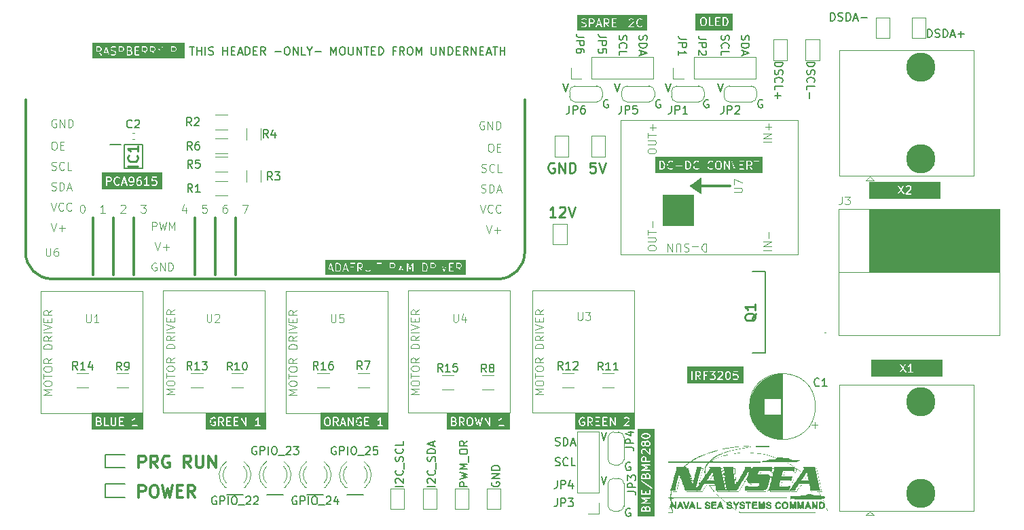
<source format=gbr>
%TF.GenerationSoftware,KiCad,Pcbnew,7.0.1*%
%TF.CreationDate,2023-08-16T19:59:43-04:00*%
%TF.ProjectId,DaughterBoard_UTAP,44617567-6874-4657-9242-6f6172645f55,rev?*%
%TF.SameCoordinates,Original*%
%TF.FileFunction,Legend,Top*%
%TF.FilePolarity,Positive*%
%FSLAX46Y46*%
G04 Gerber Fmt 4.6, Leading zero omitted, Abs format (unit mm)*
G04 Created by KiCad (PCBNEW 7.0.1) date 2023-08-16 19:59:43*
%MOMM*%
%LPD*%
G01*
G04 APERTURE LIST*
%ADD10C,0.150000*%
%ADD11C,0.300000*%
%ADD12C,0.125000*%
%ADD13C,0.254000*%
%ADD14C,0.100000*%
%ADD15C,0.120000*%
%ADD16C,0.200000*%
%ADD17C,3.650000*%
G04 APERTURE END LIST*
D10*
X75250000Y-120000000D02*
X77250000Y-120000000D01*
X90250000Y-120000000D02*
X92250000Y-120000000D01*
X85250000Y-120000000D02*
X87250000Y-120000000D01*
X80250000Y-120000000D02*
X82250000Y-120000000D01*
X135037380Y-63166666D02*
X134323095Y-63166666D01*
X134323095Y-63166666D02*
X134180238Y-63119047D01*
X134180238Y-63119047D02*
X134085000Y-63023809D01*
X134085000Y-63023809D02*
X134037380Y-62880952D01*
X134037380Y-62880952D02*
X134037380Y-62785714D01*
X134037380Y-63642857D02*
X135037380Y-63642857D01*
X135037380Y-63642857D02*
X135037380Y-64023809D01*
X135037380Y-64023809D02*
X134989761Y-64119047D01*
X134989761Y-64119047D02*
X134942142Y-64166666D01*
X134942142Y-64166666D02*
X134846904Y-64214285D01*
X134846904Y-64214285D02*
X134704047Y-64214285D01*
X134704047Y-64214285D02*
X134608809Y-64166666D01*
X134608809Y-64166666D02*
X134561190Y-64119047D01*
X134561190Y-64119047D02*
X134513571Y-64023809D01*
X134513571Y-64023809D02*
X134513571Y-63642857D01*
X134942142Y-64595238D02*
X134989761Y-64642857D01*
X134989761Y-64642857D02*
X135037380Y-64738095D01*
X135037380Y-64738095D02*
X135037380Y-64976190D01*
X135037380Y-64976190D02*
X134989761Y-65071428D01*
X134989761Y-65071428D02*
X134942142Y-65119047D01*
X134942142Y-65119047D02*
X134846904Y-65166666D01*
X134846904Y-65166666D02*
X134751666Y-65166666D01*
X134751666Y-65166666D02*
X134608809Y-65119047D01*
X134608809Y-65119047D02*
X134037380Y-64547619D01*
X134037380Y-64547619D02*
X134037380Y-65166666D01*
X70595238Y-64127619D02*
X71166666Y-64127619D01*
X70880952Y-65127619D02*
X70880952Y-64127619D01*
X71500000Y-65127619D02*
X71500000Y-64127619D01*
X71500000Y-64603809D02*
X72071428Y-64603809D01*
X72071428Y-65127619D02*
X72071428Y-64127619D01*
X72547619Y-65127619D02*
X72547619Y-64127619D01*
X72976190Y-65080000D02*
X73119047Y-65127619D01*
X73119047Y-65127619D02*
X73357142Y-65127619D01*
X73357142Y-65127619D02*
X73452380Y-65080000D01*
X73452380Y-65080000D02*
X73499999Y-65032380D01*
X73499999Y-65032380D02*
X73547618Y-64937142D01*
X73547618Y-64937142D02*
X73547618Y-64841904D01*
X73547618Y-64841904D02*
X73499999Y-64746666D01*
X73499999Y-64746666D02*
X73452380Y-64699047D01*
X73452380Y-64699047D02*
X73357142Y-64651428D01*
X73357142Y-64651428D02*
X73166666Y-64603809D01*
X73166666Y-64603809D02*
X73071428Y-64556190D01*
X73071428Y-64556190D02*
X73023809Y-64508571D01*
X73023809Y-64508571D02*
X72976190Y-64413333D01*
X72976190Y-64413333D02*
X72976190Y-64318095D01*
X72976190Y-64318095D02*
X73023809Y-64222857D01*
X73023809Y-64222857D02*
X73071428Y-64175238D01*
X73071428Y-64175238D02*
X73166666Y-64127619D01*
X73166666Y-64127619D02*
X73404761Y-64127619D01*
X73404761Y-64127619D02*
X73547618Y-64175238D01*
X74738095Y-65127619D02*
X74738095Y-64127619D01*
X74738095Y-64603809D02*
X75309523Y-64603809D01*
X75309523Y-65127619D02*
X75309523Y-64127619D01*
X75785714Y-64603809D02*
X76119047Y-64603809D01*
X76261904Y-65127619D02*
X75785714Y-65127619D01*
X75785714Y-65127619D02*
X75785714Y-64127619D01*
X75785714Y-64127619D02*
X76261904Y-64127619D01*
X76642857Y-64841904D02*
X77119047Y-64841904D01*
X76547619Y-65127619D02*
X76880952Y-64127619D01*
X76880952Y-64127619D02*
X77214285Y-65127619D01*
X77547619Y-65127619D02*
X77547619Y-64127619D01*
X77547619Y-64127619D02*
X77785714Y-64127619D01*
X77785714Y-64127619D02*
X77928571Y-64175238D01*
X77928571Y-64175238D02*
X78023809Y-64270476D01*
X78023809Y-64270476D02*
X78071428Y-64365714D01*
X78071428Y-64365714D02*
X78119047Y-64556190D01*
X78119047Y-64556190D02*
X78119047Y-64699047D01*
X78119047Y-64699047D02*
X78071428Y-64889523D01*
X78071428Y-64889523D02*
X78023809Y-64984761D01*
X78023809Y-64984761D02*
X77928571Y-65080000D01*
X77928571Y-65080000D02*
X77785714Y-65127619D01*
X77785714Y-65127619D02*
X77547619Y-65127619D01*
X78547619Y-64603809D02*
X78880952Y-64603809D01*
X79023809Y-65127619D02*
X78547619Y-65127619D01*
X78547619Y-65127619D02*
X78547619Y-64127619D01*
X78547619Y-64127619D02*
X79023809Y-64127619D01*
X80023809Y-65127619D02*
X79690476Y-64651428D01*
X79452381Y-65127619D02*
X79452381Y-64127619D01*
X79452381Y-64127619D02*
X79833333Y-64127619D01*
X79833333Y-64127619D02*
X79928571Y-64175238D01*
X79928571Y-64175238D02*
X79976190Y-64222857D01*
X79976190Y-64222857D02*
X80023809Y-64318095D01*
X80023809Y-64318095D02*
X80023809Y-64460952D01*
X80023809Y-64460952D02*
X79976190Y-64556190D01*
X79976190Y-64556190D02*
X79928571Y-64603809D01*
X79928571Y-64603809D02*
X79833333Y-64651428D01*
X79833333Y-64651428D02*
X79452381Y-64651428D01*
X81214286Y-64746666D02*
X81976191Y-64746666D01*
X82642857Y-64127619D02*
X82833333Y-64127619D01*
X82833333Y-64127619D02*
X82928571Y-64175238D01*
X82928571Y-64175238D02*
X83023809Y-64270476D01*
X83023809Y-64270476D02*
X83071428Y-64460952D01*
X83071428Y-64460952D02*
X83071428Y-64794285D01*
X83071428Y-64794285D02*
X83023809Y-64984761D01*
X83023809Y-64984761D02*
X82928571Y-65080000D01*
X82928571Y-65080000D02*
X82833333Y-65127619D01*
X82833333Y-65127619D02*
X82642857Y-65127619D01*
X82642857Y-65127619D02*
X82547619Y-65080000D01*
X82547619Y-65080000D02*
X82452381Y-64984761D01*
X82452381Y-64984761D02*
X82404762Y-64794285D01*
X82404762Y-64794285D02*
X82404762Y-64460952D01*
X82404762Y-64460952D02*
X82452381Y-64270476D01*
X82452381Y-64270476D02*
X82547619Y-64175238D01*
X82547619Y-64175238D02*
X82642857Y-64127619D01*
X83500000Y-65127619D02*
X83500000Y-64127619D01*
X83500000Y-64127619D02*
X84071428Y-65127619D01*
X84071428Y-65127619D02*
X84071428Y-64127619D01*
X85023809Y-65127619D02*
X84547619Y-65127619D01*
X84547619Y-65127619D02*
X84547619Y-64127619D01*
X85547619Y-64651428D02*
X85547619Y-65127619D01*
X85214286Y-64127619D02*
X85547619Y-64651428D01*
X85547619Y-64651428D02*
X85880952Y-64127619D01*
X86214286Y-64746666D02*
X86976191Y-64746666D01*
X88214286Y-65127619D02*
X88214286Y-64127619D01*
X88214286Y-64127619D02*
X88547619Y-64841904D01*
X88547619Y-64841904D02*
X88880952Y-64127619D01*
X88880952Y-64127619D02*
X88880952Y-65127619D01*
X89547619Y-64127619D02*
X89738095Y-64127619D01*
X89738095Y-64127619D02*
X89833333Y-64175238D01*
X89833333Y-64175238D02*
X89928571Y-64270476D01*
X89928571Y-64270476D02*
X89976190Y-64460952D01*
X89976190Y-64460952D02*
X89976190Y-64794285D01*
X89976190Y-64794285D02*
X89928571Y-64984761D01*
X89928571Y-64984761D02*
X89833333Y-65080000D01*
X89833333Y-65080000D02*
X89738095Y-65127619D01*
X89738095Y-65127619D02*
X89547619Y-65127619D01*
X89547619Y-65127619D02*
X89452381Y-65080000D01*
X89452381Y-65080000D02*
X89357143Y-64984761D01*
X89357143Y-64984761D02*
X89309524Y-64794285D01*
X89309524Y-64794285D02*
X89309524Y-64460952D01*
X89309524Y-64460952D02*
X89357143Y-64270476D01*
X89357143Y-64270476D02*
X89452381Y-64175238D01*
X89452381Y-64175238D02*
X89547619Y-64127619D01*
X90404762Y-64127619D02*
X90404762Y-64937142D01*
X90404762Y-64937142D02*
X90452381Y-65032380D01*
X90452381Y-65032380D02*
X90500000Y-65080000D01*
X90500000Y-65080000D02*
X90595238Y-65127619D01*
X90595238Y-65127619D02*
X90785714Y-65127619D01*
X90785714Y-65127619D02*
X90880952Y-65080000D01*
X90880952Y-65080000D02*
X90928571Y-65032380D01*
X90928571Y-65032380D02*
X90976190Y-64937142D01*
X90976190Y-64937142D02*
X90976190Y-64127619D01*
X91452381Y-65127619D02*
X91452381Y-64127619D01*
X91452381Y-64127619D02*
X92023809Y-65127619D01*
X92023809Y-65127619D02*
X92023809Y-64127619D01*
X92357143Y-64127619D02*
X92928571Y-64127619D01*
X92642857Y-65127619D02*
X92642857Y-64127619D01*
X93261905Y-64603809D02*
X93595238Y-64603809D01*
X93738095Y-65127619D02*
X93261905Y-65127619D01*
X93261905Y-65127619D02*
X93261905Y-64127619D01*
X93261905Y-64127619D02*
X93738095Y-64127619D01*
X94166667Y-65127619D02*
X94166667Y-64127619D01*
X94166667Y-64127619D02*
X94404762Y-64127619D01*
X94404762Y-64127619D02*
X94547619Y-64175238D01*
X94547619Y-64175238D02*
X94642857Y-64270476D01*
X94642857Y-64270476D02*
X94690476Y-64365714D01*
X94690476Y-64365714D02*
X94738095Y-64556190D01*
X94738095Y-64556190D02*
X94738095Y-64699047D01*
X94738095Y-64699047D02*
X94690476Y-64889523D01*
X94690476Y-64889523D02*
X94642857Y-64984761D01*
X94642857Y-64984761D02*
X94547619Y-65080000D01*
X94547619Y-65080000D02*
X94404762Y-65127619D01*
X94404762Y-65127619D02*
X94166667Y-65127619D01*
X96261905Y-64603809D02*
X95928572Y-64603809D01*
X95928572Y-65127619D02*
X95928572Y-64127619D01*
X95928572Y-64127619D02*
X96404762Y-64127619D01*
X97357143Y-65127619D02*
X97023810Y-64651428D01*
X96785715Y-65127619D02*
X96785715Y-64127619D01*
X96785715Y-64127619D02*
X97166667Y-64127619D01*
X97166667Y-64127619D02*
X97261905Y-64175238D01*
X97261905Y-64175238D02*
X97309524Y-64222857D01*
X97309524Y-64222857D02*
X97357143Y-64318095D01*
X97357143Y-64318095D02*
X97357143Y-64460952D01*
X97357143Y-64460952D02*
X97309524Y-64556190D01*
X97309524Y-64556190D02*
X97261905Y-64603809D01*
X97261905Y-64603809D02*
X97166667Y-64651428D01*
X97166667Y-64651428D02*
X96785715Y-64651428D01*
X97976191Y-64127619D02*
X98166667Y-64127619D01*
X98166667Y-64127619D02*
X98261905Y-64175238D01*
X98261905Y-64175238D02*
X98357143Y-64270476D01*
X98357143Y-64270476D02*
X98404762Y-64460952D01*
X98404762Y-64460952D02*
X98404762Y-64794285D01*
X98404762Y-64794285D02*
X98357143Y-64984761D01*
X98357143Y-64984761D02*
X98261905Y-65080000D01*
X98261905Y-65080000D02*
X98166667Y-65127619D01*
X98166667Y-65127619D02*
X97976191Y-65127619D01*
X97976191Y-65127619D02*
X97880953Y-65080000D01*
X97880953Y-65080000D02*
X97785715Y-64984761D01*
X97785715Y-64984761D02*
X97738096Y-64794285D01*
X97738096Y-64794285D02*
X97738096Y-64460952D01*
X97738096Y-64460952D02*
X97785715Y-64270476D01*
X97785715Y-64270476D02*
X97880953Y-64175238D01*
X97880953Y-64175238D02*
X97976191Y-64127619D01*
X98833334Y-65127619D02*
X98833334Y-64127619D01*
X98833334Y-64127619D02*
X99166667Y-64841904D01*
X99166667Y-64841904D02*
X99500000Y-64127619D01*
X99500000Y-64127619D02*
X99500000Y-65127619D01*
X100738096Y-64127619D02*
X100738096Y-64937142D01*
X100738096Y-64937142D02*
X100785715Y-65032380D01*
X100785715Y-65032380D02*
X100833334Y-65080000D01*
X100833334Y-65080000D02*
X100928572Y-65127619D01*
X100928572Y-65127619D02*
X101119048Y-65127619D01*
X101119048Y-65127619D02*
X101214286Y-65080000D01*
X101214286Y-65080000D02*
X101261905Y-65032380D01*
X101261905Y-65032380D02*
X101309524Y-64937142D01*
X101309524Y-64937142D02*
X101309524Y-64127619D01*
X101785715Y-65127619D02*
X101785715Y-64127619D01*
X101785715Y-64127619D02*
X102357143Y-65127619D01*
X102357143Y-65127619D02*
X102357143Y-64127619D01*
X102833334Y-65127619D02*
X102833334Y-64127619D01*
X102833334Y-64127619D02*
X103071429Y-64127619D01*
X103071429Y-64127619D02*
X103214286Y-64175238D01*
X103214286Y-64175238D02*
X103309524Y-64270476D01*
X103309524Y-64270476D02*
X103357143Y-64365714D01*
X103357143Y-64365714D02*
X103404762Y-64556190D01*
X103404762Y-64556190D02*
X103404762Y-64699047D01*
X103404762Y-64699047D02*
X103357143Y-64889523D01*
X103357143Y-64889523D02*
X103309524Y-64984761D01*
X103309524Y-64984761D02*
X103214286Y-65080000D01*
X103214286Y-65080000D02*
X103071429Y-65127619D01*
X103071429Y-65127619D02*
X102833334Y-65127619D01*
X103833334Y-64603809D02*
X104166667Y-64603809D01*
X104309524Y-65127619D02*
X103833334Y-65127619D01*
X103833334Y-65127619D02*
X103833334Y-64127619D01*
X103833334Y-64127619D02*
X104309524Y-64127619D01*
X105309524Y-65127619D02*
X104976191Y-64651428D01*
X104738096Y-65127619D02*
X104738096Y-64127619D01*
X104738096Y-64127619D02*
X105119048Y-64127619D01*
X105119048Y-64127619D02*
X105214286Y-64175238D01*
X105214286Y-64175238D02*
X105261905Y-64222857D01*
X105261905Y-64222857D02*
X105309524Y-64318095D01*
X105309524Y-64318095D02*
X105309524Y-64460952D01*
X105309524Y-64460952D02*
X105261905Y-64556190D01*
X105261905Y-64556190D02*
X105214286Y-64603809D01*
X105214286Y-64603809D02*
X105119048Y-64651428D01*
X105119048Y-64651428D02*
X104738096Y-64651428D01*
X105738096Y-65127619D02*
X105738096Y-64127619D01*
X105738096Y-64127619D02*
X106309524Y-65127619D01*
X106309524Y-65127619D02*
X106309524Y-64127619D01*
X106785715Y-64603809D02*
X107119048Y-64603809D01*
X107261905Y-65127619D02*
X106785715Y-65127619D01*
X106785715Y-65127619D02*
X106785715Y-64127619D01*
X106785715Y-64127619D02*
X107261905Y-64127619D01*
X107642858Y-64841904D02*
X108119048Y-64841904D01*
X107547620Y-65127619D02*
X107880953Y-64127619D01*
X107880953Y-64127619D02*
X108214286Y-65127619D01*
X108404763Y-64127619D02*
X108976191Y-64127619D01*
X108690477Y-65127619D02*
X108690477Y-64127619D01*
X109309525Y-65127619D02*
X109309525Y-64127619D01*
X109309525Y-64603809D02*
X109880953Y-64603809D01*
X109880953Y-65127619D02*
X109880953Y-64127619D01*
X116416666Y-120462619D02*
X116416666Y-121176904D01*
X116416666Y-121176904D02*
X116369047Y-121319761D01*
X116369047Y-121319761D02*
X116273809Y-121415000D01*
X116273809Y-121415000D02*
X116130952Y-121462619D01*
X116130952Y-121462619D02*
X116035714Y-121462619D01*
X116892857Y-121462619D02*
X116892857Y-120462619D01*
X116892857Y-120462619D02*
X117273809Y-120462619D01*
X117273809Y-120462619D02*
X117369047Y-120510238D01*
X117369047Y-120510238D02*
X117416666Y-120557857D01*
X117416666Y-120557857D02*
X117464285Y-120653095D01*
X117464285Y-120653095D02*
X117464285Y-120795952D01*
X117464285Y-120795952D02*
X117416666Y-120891190D01*
X117416666Y-120891190D02*
X117369047Y-120938809D01*
X117369047Y-120938809D02*
X117273809Y-120986428D01*
X117273809Y-120986428D02*
X116892857Y-120986428D01*
X117797619Y-120462619D02*
X118416666Y-120462619D01*
X118416666Y-120462619D02*
X118083333Y-120843571D01*
X118083333Y-120843571D02*
X118226190Y-120843571D01*
X118226190Y-120843571D02*
X118321428Y-120891190D01*
X118321428Y-120891190D02*
X118369047Y-120938809D01*
X118369047Y-120938809D02*
X118416666Y-121034047D01*
X118416666Y-121034047D02*
X118416666Y-121272142D01*
X118416666Y-121272142D02*
X118369047Y-121367380D01*
X118369047Y-121367380D02*
X118321428Y-121415000D01*
X118321428Y-121415000D02*
X118226190Y-121462619D01*
X118226190Y-121462619D02*
X117940476Y-121462619D01*
X117940476Y-121462619D02*
X117845238Y-121415000D01*
X117845238Y-121415000D02*
X117797619Y-121367380D01*
G36*
X59423771Y-110966980D02*
G01*
X59450264Y-110993473D01*
X59484523Y-111061989D01*
X59484523Y-111169436D01*
X59450264Y-111237953D01*
X59419856Y-111268361D01*
X59351342Y-111302619D01*
X59063095Y-111302619D01*
X59063095Y-110928809D01*
X59309258Y-110928809D01*
X59423771Y-110966980D01*
G37*
G36*
X59372240Y-110486878D02*
G01*
X59402645Y-110517283D01*
X59436904Y-110585799D01*
X59436904Y-110645627D01*
X59402645Y-110714144D01*
X59372238Y-110744551D01*
X59305007Y-110778166D01*
X59302131Y-110778063D01*
X59300872Y-110778809D01*
X59063095Y-110778809D01*
X59063095Y-110452619D01*
X59303722Y-110452619D01*
X59372240Y-110486878D01*
G37*
G36*
X64769048Y-111867857D02*
G01*
X58382143Y-111867857D01*
X58382143Y-111388743D01*
X58910725Y-111388743D01*
X58917644Y-111403895D01*
X58922338Y-111419879D01*
X58926650Y-111423615D01*
X58929021Y-111428807D01*
X58943037Y-111437814D01*
X58955624Y-111448721D01*
X58961270Y-111449532D01*
X58966073Y-111452619D01*
X58982735Y-111452619D01*
X58999219Y-111454989D01*
X59004409Y-111452619D01*
X59365007Y-111452619D01*
X59382891Y-111454550D01*
X59396604Y-111447693D01*
X59411307Y-111443376D01*
X59415945Y-111438022D01*
X59489413Y-111401287D01*
X59501747Y-111398605D01*
X59511608Y-111388743D01*
X59910725Y-111388743D01*
X59917644Y-111403895D01*
X59922338Y-111419879D01*
X59926650Y-111423615D01*
X59929021Y-111428807D01*
X59943037Y-111437814D01*
X59955624Y-111448721D01*
X59961270Y-111449532D01*
X59966073Y-111452619D01*
X59982735Y-111452619D01*
X59999219Y-111454989D01*
X60004409Y-111452619D01*
X60475067Y-111452619D01*
X60506545Y-111443376D01*
X60535387Y-111410090D01*
X60541655Y-111366495D01*
X60523359Y-111326431D01*
X60486307Y-111302619D01*
X60063095Y-111302619D01*
X60063095Y-111200986D01*
X60720688Y-111200986D01*
X60727544Y-111214699D01*
X60731862Y-111229402D01*
X60737215Y-111234040D01*
X60773950Y-111307509D01*
X60776633Y-111319840D01*
X60791252Y-111334460D01*
X60805322Y-111349586D01*
X60806740Y-111349948D01*
X60833174Y-111376383D01*
X60839619Y-111387234D01*
X60858130Y-111396489D01*
X60876241Y-111406379D01*
X60877700Y-111406274D01*
X60950946Y-111442897D01*
X60966073Y-111452619D01*
X60981403Y-111452619D01*
X60996486Y-111455333D01*
X61003030Y-111452619D01*
X61174531Y-111452619D01*
X61192415Y-111454550D01*
X61206128Y-111447693D01*
X61220831Y-111443376D01*
X61225469Y-111438022D01*
X61298937Y-111401287D01*
X61311271Y-111398605D01*
X61321132Y-111388743D01*
X61767868Y-111388743D01*
X61774787Y-111403895D01*
X61779481Y-111419879D01*
X61783793Y-111423615D01*
X61786164Y-111428807D01*
X61800180Y-111437814D01*
X61812767Y-111448721D01*
X61818413Y-111449532D01*
X61823216Y-111452619D01*
X61839878Y-111452619D01*
X61856362Y-111454989D01*
X61861552Y-111452619D01*
X62332210Y-111452619D01*
X62363688Y-111443376D01*
X62392530Y-111410090D01*
X62398798Y-111366495D01*
X62380502Y-111326431D01*
X62343450Y-111302619D01*
X61920238Y-111302619D01*
X61920238Y-110928809D01*
X62189353Y-110928809D01*
X62220831Y-110919566D01*
X62249673Y-110886280D01*
X62255941Y-110842685D01*
X62237645Y-110802621D01*
X62200593Y-110778809D01*
X61920238Y-110778809D01*
X61920238Y-110666088D01*
X63386169Y-110666088D01*
X63400059Y-110707884D01*
X63434341Y-110735536D01*
X63478130Y-110740264D01*
X63584653Y-110687001D01*
X63596985Y-110684319D01*
X63611612Y-110669691D01*
X63626730Y-110655630D01*
X63627092Y-110654211D01*
X63675000Y-110606304D01*
X63675000Y-111302619D01*
X63453504Y-111302619D01*
X63422026Y-111311862D01*
X63393184Y-111345148D01*
X63386916Y-111388743D01*
X63405212Y-111428807D01*
X63442264Y-111452619D01*
X63744640Y-111452619D01*
X63761124Y-111454989D01*
X63766314Y-111452619D01*
X64046496Y-111452619D01*
X64077974Y-111443376D01*
X64106816Y-111410090D01*
X64113084Y-111366495D01*
X64094788Y-111326431D01*
X64057736Y-111302619D01*
X63825000Y-111302619D01*
X63825000Y-110389045D01*
X63828155Y-110378932D01*
X63825000Y-110367479D01*
X63825000Y-110366837D01*
X63822141Y-110357102D01*
X63816458Y-110336470D01*
X63815949Y-110336014D01*
X63815757Y-110335359D01*
X63799597Y-110321357D01*
X63783662Y-110307073D01*
X63782987Y-110306964D01*
X63782471Y-110306517D01*
X63761323Y-110303476D01*
X63740178Y-110300072D01*
X63739550Y-110300345D01*
X63738876Y-110300249D01*
X63719442Y-110309123D01*
X63699812Y-110317693D01*
X63699433Y-110318261D01*
X63698812Y-110318545D01*
X63687246Y-110336541D01*
X63596477Y-110472694D01*
X63515096Y-110554075D01*
X63421101Y-110601073D01*
X63397080Y-110623417D01*
X63386169Y-110666088D01*
X61920238Y-110666088D01*
X61920238Y-110452619D01*
X62332210Y-110452619D01*
X62363688Y-110443376D01*
X62392530Y-110410090D01*
X62398798Y-110366495D01*
X62380502Y-110326431D01*
X62343450Y-110302619D01*
X61850598Y-110302619D01*
X61834114Y-110300249D01*
X61818961Y-110307168D01*
X61802978Y-110311862D01*
X61799241Y-110316174D01*
X61794050Y-110318545D01*
X61785042Y-110332561D01*
X61774136Y-110345148D01*
X61773324Y-110350794D01*
X61770238Y-110355597D01*
X61770238Y-110372259D01*
X61767868Y-110388743D01*
X61770238Y-110393933D01*
X61770238Y-110848449D01*
X61767868Y-110864933D01*
X61770238Y-110870123D01*
X61770238Y-111372259D01*
X61767868Y-111388743D01*
X61321132Y-111388743D01*
X61325902Y-111383972D01*
X61341015Y-111369916D01*
X61341377Y-111368496D01*
X61367811Y-111342062D01*
X61378662Y-111335618D01*
X61387918Y-111317104D01*
X61397808Y-111298994D01*
X61397703Y-111297534D01*
X61434325Y-111224290D01*
X61444047Y-111209164D01*
X61444047Y-111193834D01*
X61446761Y-111178751D01*
X61444047Y-111172207D01*
X61444047Y-110366837D01*
X61434804Y-110335359D01*
X61401518Y-110306517D01*
X61357923Y-110300249D01*
X61317859Y-110318545D01*
X61294047Y-110355597D01*
X61294047Y-111169436D01*
X61259788Y-111237953D01*
X61229380Y-111268361D01*
X61160866Y-111302619D01*
X61005801Y-111302619D01*
X60937283Y-111268360D01*
X60906875Y-111237951D01*
X60872619Y-111169437D01*
X60872619Y-110366837D01*
X60863376Y-110335359D01*
X60830090Y-110306517D01*
X60786495Y-110300249D01*
X60746431Y-110318545D01*
X60722619Y-110355597D01*
X60722619Y-111183102D01*
X60720688Y-111200986D01*
X60063095Y-111200986D01*
X60063095Y-110366837D01*
X60053852Y-110335359D01*
X60020566Y-110306517D01*
X59976971Y-110300249D01*
X59936907Y-110318545D01*
X59913095Y-110355597D01*
X59913095Y-111372259D01*
X59910725Y-111388743D01*
X59511608Y-111388743D01*
X59516378Y-111383972D01*
X59531491Y-111369916D01*
X59531853Y-111368496D01*
X59558287Y-111342062D01*
X59569138Y-111335618D01*
X59578394Y-111317104D01*
X59588284Y-111298994D01*
X59588179Y-111297534D01*
X59624801Y-111224290D01*
X59634523Y-111209164D01*
X59634523Y-111193834D01*
X59637237Y-111178751D01*
X59634523Y-111172207D01*
X59634523Y-111048316D01*
X59636453Y-111030441D01*
X59629598Y-111016731D01*
X59625280Y-111002025D01*
X59619925Y-110997385D01*
X59583191Y-110923916D01*
X59580509Y-110911586D01*
X59565889Y-110896966D01*
X59551820Y-110881841D01*
X59550401Y-110881478D01*
X59520171Y-110851248D01*
X59508894Y-110837241D01*
X59495984Y-110832937D01*
X59510669Y-110818252D01*
X59521519Y-110811809D01*
X59530773Y-110793299D01*
X59540664Y-110775186D01*
X59540559Y-110773727D01*
X59577182Y-110700481D01*
X59586904Y-110685355D01*
X59586904Y-110670025D01*
X59589618Y-110654942D01*
X59586904Y-110648398D01*
X59586904Y-110572126D01*
X59588834Y-110554251D01*
X59581979Y-110540541D01*
X59577661Y-110525835D01*
X59572306Y-110521195D01*
X59535572Y-110447726D01*
X59532890Y-110435396D01*
X59518270Y-110420776D01*
X59504201Y-110405651D01*
X59502782Y-110405288D01*
X59476347Y-110378853D01*
X59469904Y-110368004D01*
X59451403Y-110358753D01*
X59433281Y-110348858D01*
X59431820Y-110348962D01*
X59358579Y-110312342D01*
X59343450Y-110302619D01*
X59328120Y-110302619D01*
X59313037Y-110299905D01*
X59306493Y-110302619D01*
X58993455Y-110302619D01*
X58976971Y-110300249D01*
X58961818Y-110307168D01*
X58945835Y-110311862D01*
X58942098Y-110316174D01*
X58936907Y-110318545D01*
X58927899Y-110332561D01*
X58916993Y-110345148D01*
X58916181Y-110350794D01*
X58913095Y-110355597D01*
X58913095Y-110372259D01*
X58910725Y-110388743D01*
X58913095Y-110393933D01*
X58913095Y-110848449D01*
X58910725Y-110864933D01*
X58913095Y-110870123D01*
X58913095Y-111372259D01*
X58910725Y-111388743D01*
X58382143Y-111388743D01*
X58382143Y-109757143D01*
X64769048Y-109757143D01*
X64769048Y-111867857D01*
G37*
D11*
X64257142Y-120316428D02*
X64257142Y-118816428D01*
X64257142Y-118816428D02*
X64828571Y-118816428D01*
X64828571Y-118816428D02*
X64971428Y-118887857D01*
X64971428Y-118887857D02*
X65042857Y-118959285D01*
X65042857Y-118959285D02*
X65114285Y-119102142D01*
X65114285Y-119102142D02*
X65114285Y-119316428D01*
X65114285Y-119316428D02*
X65042857Y-119459285D01*
X65042857Y-119459285D02*
X64971428Y-119530714D01*
X64971428Y-119530714D02*
X64828571Y-119602142D01*
X64828571Y-119602142D02*
X64257142Y-119602142D01*
X66042857Y-118816428D02*
X66328571Y-118816428D01*
X66328571Y-118816428D02*
X66471428Y-118887857D01*
X66471428Y-118887857D02*
X66614285Y-119030714D01*
X66614285Y-119030714D02*
X66685714Y-119316428D01*
X66685714Y-119316428D02*
X66685714Y-119816428D01*
X66685714Y-119816428D02*
X66614285Y-120102142D01*
X66614285Y-120102142D02*
X66471428Y-120245000D01*
X66471428Y-120245000D02*
X66328571Y-120316428D01*
X66328571Y-120316428D02*
X66042857Y-120316428D01*
X66042857Y-120316428D02*
X65900000Y-120245000D01*
X65900000Y-120245000D02*
X65757142Y-120102142D01*
X65757142Y-120102142D02*
X65685714Y-119816428D01*
X65685714Y-119816428D02*
X65685714Y-119316428D01*
X65685714Y-119316428D02*
X65757142Y-119030714D01*
X65757142Y-119030714D02*
X65900000Y-118887857D01*
X65900000Y-118887857D02*
X66042857Y-118816428D01*
X67185714Y-118816428D02*
X67542857Y-120316428D01*
X67542857Y-120316428D02*
X67828571Y-119245000D01*
X67828571Y-119245000D02*
X68114286Y-120316428D01*
X68114286Y-120316428D02*
X68471429Y-118816428D01*
X69042857Y-119530714D02*
X69542857Y-119530714D01*
X69757143Y-120316428D02*
X69042857Y-120316428D01*
X69042857Y-120316428D02*
X69042857Y-118816428D01*
X69042857Y-118816428D02*
X69757143Y-118816428D01*
X71257143Y-120316428D02*
X70757143Y-119602142D01*
X70400000Y-120316428D02*
X70400000Y-118816428D01*
X70400000Y-118816428D02*
X70971429Y-118816428D01*
X70971429Y-118816428D02*
X71114286Y-118887857D01*
X71114286Y-118887857D02*
X71185715Y-118959285D01*
X71185715Y-118959285D02*
X71257143Y-119102142D01*
X71257143Y-119102142D02*
X71257143Y-119316428D01*
X71257143Y-119316428D02*
X71185715Y-119459285D01*
X71185715Y-119459285D02*
X71114286Y-119530714D01*
X71114286Y-119530714D02*
X70971429Y-119602142D01*
X70971429Y-119602142D02*
X70400000Y-119602142D01*
D10*
G36*
X62562609Y-81016904D02*
G01*
X62294533Y-81016904D01*
X62428571Y-80614790D01*
X62562609Y-81016904D01*
G37*
G36*
X64431764Y-80867830D02*
G01*
X64462169Y-80898235D01*
X64496428Y-80966751D01*
X64496428Y-81169436D01*
X64462169Y-81237953D01*
X64431761Y-81268361D01*
X64363247Y-81302619D01*
X64208182Y-81302619D01*
X64139664Y-81268360D01*
X64109256Y-81237951D01*
X64075000Y-81169437D01*
X64075000Y-80966753D01*
X64109259Y-80898235D01*
X64139664Y-80867829D01*
X64208180Y-80833571D01*
X64363246Y-80833571D01*
X64431764Y-80867830D01*
G37*
G36*
X60669859Y-80486878D02*
G01*
X60700264Y-80517283D01*
X60734523Y-80585799D01*
X60734523Y-80693246D01*
X60700264Y-80761763D01*
X60669857Y-80792170D01*
X60601342Y-80826428D01*
X60313095Y-80826428D01*
X60313095Y-80452619D01*
X60601341Y-80452619D01*
X60669859Y-80486878D01*
G37*
G36*
X63479383Y-80486878D02*
G01*
X63509788Y-80517283D01*
X63544047Y-80585799D01*
X63544047Y-80788484D01*
X63509788Y-80857001D01*
X63479381Y-80887408D01*
X63410866Y-80921666D01*
X63255801Y-80921666D01*
X63187283Y-80887407D01*
X63156876Y-80857000D01*
X63122619Y-80788485D01*
X63122619Y-80585801D01*
X63156878Y-80517283D01*
X63187283Y-80486877D01*
X63255799Y-80452619D01*
X63410865Y-80452619D01*
X63479383Y-80486878D01*
G37*
G36*
X67209524Y-81867857D02*
G01*
X59632143Y-81867857D01*
X59632143Y-80912552D01*
X60160725Y-80912552D01*
X60163095Y-80917742D01*
X60163095Y-81388401D01*
X60172338Y-81419879D01*
X60205624Y-81448721D01*
X60249219Y-81454989D01*
X60289283Y-81436693D01*
X60313095Y-81399641D01*
X60313095Y-80976428D01*
X60615007Y-80976428D01*
X60632891Y-80978359D01*
X60646604Y-80971502D01*
X60661307Y-80967185D01*
X60665945Y-80961831D01*
X60697861Y-80945873D01*
X61112374Y-80945873D01*
X61115476Y-80958281D01*
X61115476Y-80959829D01*
X61118080Y-80968698D01*
X61162094Y-81144753D01*
X61161164Y-81153367D01*
X61167330Y-81165700D01*
X61167949Y-81168173D01*
X61172131Y-81175300D01*
X61214426Y-81259890D01*
X61217109Y-81272222D01*
X61231738Y-81286851D01*
X61245798Y-81301967D01*
X61247216Y-81302329D01*
X61325064Y-81380178D01*
X61336343Y-81394187D01*
X61350884Y-81399034D01*
X61364337Y-81406380D01*
X61371405Y-81405874D01*
X61491172Y-81445797D01*
X61501787Y-81452619D01*
X61522466Y-81452619D01*
X61543106Y-81453365D01*
X61544365Y-81452619D01*
X61609645Y-81452619D01*
X61621872Y-81455734D01*
X61641484Y-81449196D01*
X61661307Y-81443376D01*
X61662265Y-81442269D01*
X61781789Y-81402428D01*
X61799366Y-81398605D01*
X61801055Y-81396916D01*
X62019492Y-81396916D01*
X62041949Y-81434804D01*
X62081325Y-81454536D01*
X62125118Y-81449849D01*
X62159425Y-81422228D01*
X62244533Y-81166904D01*
X62612609Y-81166904D01*
X62694162Y-81411564D01*
X62712885Y-81438504D01*
X62753584Y-81455340D01*
X62796924Y-81447500D01*
X62829146Y-81417474D01*
X62840019Y-81374793D01*
X62743426Y-81085016D01*
X62744036Y-81080780D01*
X62736552Y-81064392D01*
X62573917Y-80576486D01*
X62969905Y-80576486D01*
X62972619Y-80583030D01*
X62972619Y-80802150D01*
X62970688Y-80820034D01*
X62977544Y-80833747D01*
X62981862Y-80848450D01*
X62987215Y-80853088D01*
X63023950Y-80926557D01*
X63026633Y-80938889D01*
X63041260Y-80953516D01*
X63055322Y-80968634D01*
X63056740Y-80968996D01*
X63083175Y-80995431D01*
X63089619Y-81006281D01*
X63108128Y-81015535D01*
X63126242Y-81025426D01*
X63127700Y-81025321D01*
X63200946Y-81061944D01*
X63216073Y-81071666D01*
X63231403Y-81071666D01*
X63246486Y-81074380D01*
X63253030Y-81071666D01*
X63424531Y-81071666D01*
X63442415Y-81073597D01*
X63456128Y-81066740D01*
X63470831Y-81062423D01*
X63475469Y-81057069D01*
X63520342Y-81034632D01*
X63501817Y-81108730D01*
X63417904Y-81234599D01*
X63384142Y-81268361D01*
X63315628Y-81302619D01*
X63132075Y-81302619D01*
X63100597Y-81311862D01*
X63071755Y-81345148D01*
X63065487Y-81388743D01*
X63083783Y-81428807D01*
X63120835Y-81452619D01*
X63329293Y-81452619D01*
X63347177Y-81454550D01*
X63360890Y-81447693D01*
X63375593Y-81443376D01*
X63380231Y-81438022D01*
X63453699Y-81401287D01*
X63466033Y-81398605D01*
X63480664Y-81383972D01*
X63495777Y-81369916D01*
X63496139Y-81368496D01*
X63519193Y-81345442D01*
X63526378Y-81342306D01*
X63534475Y-81330159D01*
X63536847Y-81327788D01*
X63540424Y-81321235D01*
X63629064Y-81188276D01*
X63638848Y-81179078D01*
X63643669Y-81159791D01*
X63649583Y-81140836D01*
X63648967Y-81138600D01*
X63688814Y-80979210D01*
X63694047Y-80971069D01*
X63694047Y-80958281D01*
X63694258Y-80957438D01*
X63922286Y-80957438D01*
X63925000Y-80963982D01*
X63925000Y-81183102D01*
X63923069Y-81200986D01*
X63929925Y-81214699D01*
X63934243Y-81229402D01*
X63939596Y-81234040D01*
X63976331Y-81307509D01*
X63979014Y-81319840D01*
X63993633Y-81334460D01*
X64007703Y-81349586D01*
X64009121Y-81349948D01*
X64035555Y-81376383D01*
X64042000Y-81387234D01*
X64060511Y-81396489D01*
X64078622Y-81406379D01*
X64080081Y-81406274D01*
X64153327Y-81442897D01*
X64168454Y-81452619D01*
X64183784Y-81452619D01*
X64198867Y-81455333D01*
X64205411Y-81452619D01*
X64376912Y-81452619D01*
X64394796Y-81454550D01*
X64408509Y-81447693D01*
X64423212Y-81443376D01*
X64427850Y-81438022D01*
X64501318Y-81401287D01*
X64513652Y-81398605D01*
X64528283Y-81383972D01*
X64543396Y-81369916D01*
X64543758Y-81368496D01*
X64570192Y-81342062D01*
X64581043Y-81335618D01*
X64590299Y-81317104D01*
X64600189Y-81298994D01*
X64600084Y-81297534D01*
X64636706Y-81224290D01*
X64646428Y-81209164D01*
X64646428Y-81193834D01*
X64649142Y-81178751D01*
X64646428Y-81172207D01*
X64646428Y-80953078D01*
X64648358Y-80935203D01*
X64641503Y-80921493D01*
X64637185Y-80906787D01*
X64631830Y-80902147D01*
X64595096Y-80828678D01*
X64592414Y-80816348D01*
X64577794Y-80801728D01*
X64563725Y-80786603D01*
X64562306Y-80786240D01*
X64535871Y-80759805D01*
X64529428Y-80748956D01*
X64510927Y-80739705D01*
X64492805Y-80729810D01*
X64491344Y-80729914D01*
X64418103Y-80693294D01*
X64402974Y-80683571D01*
X64387644Y-80683571D01*
X64372561Y-80680857D01*
X64366017Y-80683571D01*
X64194507Y-80683571D01*
X64176632Y-80681641D01*
X64162922Y-80688495D01*
X64148216Y-80692814D01*
X64143576Y-80698168D01*
X64098705Y-80720604D01*
X64112334Y-80666088D01*
X64874264Y-80666088D01*
X64888154Y-80707884D01*
X64922436Y-80735536D01*
X64966225Y-80740264D01*
X65072748Y-80687001D01*
X65085080Y-80684319D01*
X65099707Y-80669691D01*
X65114825Y-80655630D01*
X65115187Y-80654211D01*
X65163095Y-80606304D01*
X65163095Y-81302619D01*
X64941599Y-81302619D01*
X64910121Y-81311862D01*
X64881279Y-81345148D01*
X64875011Y-81388743D01*
X64893307Y-81428807D01*
X64930359Y-81452619D01*
X65232735Y-81452619D01*
X65249219Y-81454989D01*
X65254409Y-81452619D01*
X65534591Y-81452619D01*
X65566069Y-81443376D01*
X65594911Y-81410090D01*
X65601179Y-81366495D01*
X65582883Y-81326431D01*
X65545831Y-81302619D01*
X65313095Y-81302619D01*
X65313095Y-81276803D01*
X65826795Y-81276803D01*
X65836157Y-81319840D01*
X65892698Y-81376383D01*
X65899143Y-81387234D01*
X65917654Y-81396489D01*
X65935765Y-81406379D01*
X65937224Y-81406274D01*
X66010470Y-81442897D01*
X66025597Y-81452619D01*
X66040927Y-81452619D01*
X66056010Y-81455333D01*
X66062554Y-81452619D01*
X66281674Y-81452619D01*
X66299558Y-81454550D01*
X66313271Y-81447693D01*
X66327974Y-81443376D01*
X66332612Y-81438022D01*
X66406080Y-81401287D01*
X66418414Y-81398605D01*
X66433045Y-81383972D01*
X66448158Y-81369916D01*
X66448520Y-81368496D01*
X66474954Y-81342062D01*
X66485805Y-81335618D01*
X66495061Y-81317104D01*
X66504951Y-81298994D01*
X66504846Y-81297534D01*
X66541468Y-81224290D01*
X66551190Y-81209164D01*
X66551190Y-81193834D01*
X66553904Y-81178751D01*
X66551190Y-81172207D01*
X66551190Y-80953078D01*
X66553120Y-80935203D01*
X66546265Y-80921493D01*
X66541947Y-80906787D01*
X66536592Y-80902147D01*
X66499858Y-80828678D01*
X66497176Y-80816348D01*
X66482556Y-80801728D01*
X66468487Y-80786603D01*
X66467068Y-80786240D01*
X66440633Y-80759805D01*
X66434190Y-80748956D01*
X66415689Y-80739705D01*
X66397567Y-80729810D01*
X66396106Y-80729914D01*
X66322865Y-80693294D01*
X66307736Y-80683571D01*
X66292406Y-80683571D01*
X66277323Y-80680857D01*
X66270779Y-80683571D01*
X66051650Y-80683571D01*
X66033775Y-80681641D01*
X66020065Y-80688495D01*
X66005359Y-80692814D01*
X66000719Y-80698168D01*
X65995436Y-80700810D01*
X66020255Y-80452619D01*
X66439353Y-80452619D01*
X66470831Y-80443376D01*
X66499673Y-80410090D01*
X66505941Y-80366495D01*
X66487645Y-80326431D01*
X66450593Y-80302619D01*
X65961516Y-80302619D01*
X65949011Y-80299526D01*
X65929699Y-80306112D01*
X65910121Y-80311862D01*
X65908977Y-80313181D01*
X65907325Y-80313745D01*
X65894633Y-80329736D01*
X65881279Y-80345148D01*
X65881030Y-80346874D01*
X65879944Y-80348244D01*
X65877911Y-80368570D01*
X65875011Y-80388743D01*
X65875735Y-80390329D01*
X65831647Y-80831214D01*
X65828382Y-80837194D01*
X65829494Y-80852741D01*
X65829061Y-80857075D01*
X65830260Y-80863451D01*
X65831525Y-80881125D01*
X65834276Y-80884800D01*
X65835126Y-80889316D01*
X65847299Y-80902197D01*
X65857919Y-80916384D01*
X65862222Y-80917989D01*
X65865377Y-80921327D01*
X65882578Y-80925581D01*
X65899186Y-80931776D01*
X65903674Y-80930799D01*
X65908132Y-80931902D01*
X65924901Y-80926182D01*
X65942223Y-80922414D01*
X65945471Y-80919165D01*
X65949818Y-80917683D01*
X65960835Y-80903801D01*
X65996807Y-80867829D01*
X66065323Y-80833571D01*
X66268008Y-80833571D01*
X66336526Y-80867830D01*
X66366931Y-80898235D01*
X66401190Y-80966751D01*
X66401190Y-81169436D01*
X66366931Y-81237953D01*
X66336523Y-81268361D01*
X66268009Y-81302619D01*
X66065325Y-81302619D01*
X65996807Y-81268360D01*
X65950172Y-81221723D01*
X65921378Y-81206001D01*
X65877447Y-81209143D01*
X65842188Y-81235536D01*
X65826795Y-81276803D01*
X65313095Y-81276803D01*
X65313095Y-80389045D01*
X65316250Y-80378932D01*
X65313095Y-80367479D01*
X65313095Y-80366837D01*
X65310236Y-80357102D01*
X65304553Y-80336470D01*
X65304044Y-80336014D01*
X65303852Y-80335359D01*
X65287692Y-80321357D01*
X65271757Y-80307073D01*
X65271082Y-80306964D01*
X65270566Y-80306517D01*
X65249418Y-80303476D01*
X65228273Y-80300072D01*
X65227645Y-80300345D01*
X65226971Y-80300249D01*
X65207537Y-80309123D01*
X65187907Y-80317693D01*
X65187528Y-80318261D01*
X65186907Y-80318545D01*
X65175341Y-80336541D01*
X65084572Y-80472694D01*
X65003191Y-80554075D01*
X64909196Y-80601073D01*
X64885175Y-80623417D01*
X64874264Y-80666088D01*
X64112334Y-80666088D01*
X64117229Y-80646506D01*
X64201141Y-80520638D01*
X64234902Y-80486877D01*
X64303418Y-80452619D01*
X64486972Y-80452619D01*
X64518450Y-80443376D01*
X64547292Y-80410090D01*
X64553560Y-80366495D01*
X64535264Y-80326431D01*
X64498212Y-80302619D01*
X64289745Y-80302619D01*
X64271870Y-80300689D01*
X64258160Y-80307543D01*
X64243454Y-80311862D01*
X64238814Y-80317216D01*
X64165345Y-80353950D01*
X64153015Y-80356633D01*
X64138395Y-80371252D01*
X64123270Y-80385322D01*
X64122907Y-80386740D01*
X64099853Y-80409794D01*
X64092669Y-80412931D01*
X64084572Y-80425075D01*
X64082200Y-80427448D01*
X64078619Y-80434005D01*
X63989981Y-80566962D01*
X63980199Y-80576160D01*
X63975378Y-80595441D01*
X63969464Y-80614401D01*
X63970079Y-80616636D01*
X63930232Y-80776026D01*
X63925000Y-80784168D01*
X63925000Y-80796956D01*
X63924624Y-80798460D01*
X63925000Y-80807706D01*
X63925000Y-80942355D01*
X63922286Y-80957438D01*
X63694258Y-80957438D01*
X63694423Y-80956777D01*
X63694047Y-80947531D01*
X63694047Y-80812882D01*
X63696761Y-80797799D01*
X63694047Y-80791255D01*
X63694047Y-80572126D01*
X63695977Y-80554251D01*
X63689122Y-80540541D01*
X63684804Y-80525835D01*
X63679449Y-80521195D01*
X63642715Y-80447726D01*
X63640033Y-80435396D01*
X63625413Y-80420776D01*
X63611344Y-80405651D01*
X63609925Y-80405288D01*
X63583490Y-80378853D01*
X63577047Y-80368004D01*
X63558546Y-80358753D01*
X63540424Y-80348858D01*
X63538963Y-80348962D01*
X63465722Y-80312342D01*
X63450593Y-80302619D01*
X63435263Y-80302619D01*
X63420180Y-80299905D01*
X63413636Y-80302619D01*
X63242126Y-80302619D01*
X63224251Y-80300689D01*
X63210541Y-80307543D01*
X63195835Y-80311862D01*
X63191195Y-80317216D01*
X63117726Y-80353950D01*
X63105396Y-80356633D01*
X63090776Y-80371252D01*
X63075651Y-80385322D01*
X63075288Y-80386740D01*
X63048853Y-80413175D01*
X63038004Y-80419619D01*
X63028753Y-80438119D01*
X63018858Y-80456242D01*
X63018962Y-80457702D01*
X62982342Y-80530943D01*
X62972619Y-80546073D01*
X62972619Y-80561403D01*
X62969905Y-80576486D01*
X62573917Y-80576486D01*
X62504011Y-80366769D01*
X62504317Y-80358322D01*
X62497185Y-80346289D01*
X62496313Y-80343673D01*
X62491700Y-80337035D01*
X62481860Y-80320434D01*
X62479254Y-80319128D01*
X62477590Y-80316733D01*
X62459736Y-80309347D01*
X62442484Y-80300702D01*
X62439586Y-80301012D01*
X62436891Y-80299897D01*
X62417883Y-80303335D01*
X62398690Y-80305390D01*
X62396419Y-80307218D01*
X62393551Y-80307737D01*
X62379427Y-80320898D01*
X62364384Y-80333010D01*
X62363461Y-80335776D01*
X62361329Y-80337764D01*
X62356561Y-80356476D01*
X62124036Y-81054051D01*
X62119374Y-81059433D01*
X62117197Y-81074568D01*
X62020677Y-81364131D01*
X62019492Y-81396916D01*
X61801055Y-81396916D01*
X61810207Y-81387762D01*
X61822789Y-81379019D01*
X61825496Y-81372473D01*
X61870180Y-81327788D01*
X61885903Y-81298994D01*
X61882760Y-81255063D01*
X61856365Y-81219805D01*
X61815098Y-81204413D01*
X61772061Y-81213776D01*
X61721390Y-81264447D01*
X61606875Y-81302619D01*
X61535979Y-81302619D01*
X61421464Y-81264447D01*
X61347352Y-81190333D01*
X61308859Y-81113347D01*
X61265476Y-80939813D01*
X61265476Y-80815425D01*
X61308859Y-80641891D01*
X61347354Y-80564902D01*
X61421465Y-80490790D01*
X61535980Y-80452619D01*
X61606877Y-80452619D01*
X61721390Y-80490790D01*
X61764114Y-80533514D01*
X61792908Y-80549236D01*
X61836839Y-80546094D01*
X61872097Y-80519700D01*
X61887490Y-80478433D01*
X61878128Y-80435396D01*
X61817790Y-80375058D01*
X61806513Y-80361051D01*
X61791971Y-80356203D01*
X61778519Y-80348858D01*
X61771451Y-80349363D01*
X61651684Y-80309441D01*
X61641069Y-80302619D01*
X61620389Y-80302619D01*
X61599750Y-80301873D01*
X61598491Y-80302619D01*
X61533211Y-80302619D01*
X61520983Y-80299504D01*
X61501363Y-80306043D01*
X61481549Y-80311862D01*
X61480590Y-80312968D01*
X61361061Y-80352810D01*
X61343491Y-80356633D01*
X61332652Y-80367471D01*
X61320066Y-80376219D01*
X61317357Y-80382766D01*
X61239329Y-80460794D01*
X61228480Y-80467238D01*
X61219229Y-80485738D01*
X61209334Y-80503861D01*
X61209438Y-80505321D01*
X61176986Y-80570225D01*
X61170675Y-80576160D01*
X61167330Y-80589537D01*
X61166191Y-80591817D01*
X61164727Y-80599949D01*
X61120708Y-80776026D01*
X61115476Y-80784168D01*
X61115476Y-80796956D01*
X61115100Y-80798460D01*
X61115476Y-80807706D01*
X61115476Y-80936704D01*
X61112374Y-80945873D01*
X60697861Y-80945873D01*
X60739414Y-80925096D01*
X60751746Y-80922414D01*
X60766373Y-80907786D01*
X60781491Y-80893725D01*
X60781853Y-80892306D01*
X60808288Y-80865871D01*
X60819138Y-80859428D01*
X60828392Y-80840918D01*
X60838283Y-80822805D01*
X60838178Y-80821346D01*
X60874801Y-80748100D01*
X60884523Y-80732974D01*
X60884523Y-80717644D01*
X60887237Y-80702561D01*
X60884523Y-80696017D01*
X60884523Y-80572126D01*
X60886453Y-80554251D01*
X60879598Y-80540541D01*
X60875280Y-80525835D01*
X60869925Y-80521195D01*
X60833191Y-80447726D01*
X60830509Y-80435396D01*
X60815889Y-80420776D01*
X60801820Y-80405651D01*
X60800401Y-80405288D01*
X60773966Y-80378853D01*
X60767523Y-80368004D01*
X60749022Y-80358753D01*
X60730900Y-80348858D01*
X60729439Y-80348962D01*
X60656198Y-80312342D01*
X60641069Y-80302619D01*
X60625739Y-80302619D01*
X60610656Y-80299905D01*
X60604112Y-80302619D01*
X60243455Y-80302619D01*
X60226971Y-80300249D01*
X60211818Y-80307168D01*
X60195835Y-80311862D01*
X60192098Y-80316174D01*
X60186907Y-80318545D01*
X60177899Y-80332561D01*
X60166993Y-80345148D01*
X60166181Y-80350794D01*
X60163095Y-80355597D01*
X60163095Y-80372259D01*
X60160725Y-80388743D01*
X60163095Y-80393933D01*
X60163095Y-80896068D01*
X60160725Y-80912552D01*
X59632143Y-80912552D01*
X59632143Y-79757143D01*
X67209524Y-79757143D01*
X67209524Y-81867857D01*
G37*
D11*
X64257142Y-116641428D02*
X64257142Y-115141428D01*
X64257142Y-115141428D02*
X64828571Y-115141428D01*
X64828571Y-115141428D02*
X64971428Y-115212857D01*
X64971428Y-115212857D02*
X65042857Y-115284285D01*
X65042857Y-115284285D02*
X65114285Y-115427142D01*
X65114285Y-115427142D02*
X65114285Y-115641428D01*
X65114285Y-115641428D02*
X65042857Y-115784285D01*
X65042857Y-115784285D02*
X64971428Y-115855714D01*
X64971428Y-115855714D02*
X64828571Y-115927142D01*
X64828571Y-115927142D02*
X64257142Y-115927142D01*
X66614285Y-116641428D02*
X66114285Y-115927142D01*
X65757142Y-116641428D02*
X65757142Y-115141428D01*
X65757142Y-115141428D02*
X66328571Y-115141428D01*
X66328571Y-115141428D02*
X66471428Y-115212857D01*
X66471428Y-115212857D02*
X66542857Y-115284285D01*
X66542857Y-115284285D02*
X66614285Y-115427142D01*
X66614285Y-115427142D02*
X66614285Y-115641428D01*
X66614285Y-115641428D02*
X66542857Y-115784285D01*
X66542857Y-115784285D02*
X66471428Y-115855714D01*
X66471428Y-115855714D02*
X66328571Y-115927142D01*
X66328571Y-115927142D02*
X65757142Y-115927142D01*
X68042857Y-115212857D02*
X67900000Y-115141428D01*
X67900000Y-115141428D02*
X67685714Y-115141428D01*
X67685714Y-115141428D02*
X67471428Y-115212857D01*
X67471428Y-115212857D02*
X67328571Y-115355714D01*
X67328571Y-115355714D02*
X67257142Y-115498571D01*
X67257142Y-115498571D02*
X67185714Y-115784285D01*
X67185714Y-115784285D02*
X67185714Y-115998571D01*
X67185714Y-115998571D02*
X67257142Y-116284285D01*
X67257142Y-116284285D02*
X67328571Y-116427142D01*
X67328571Y-116427142D02*
X67471428Y-116570000D01*
X67471428Y-116570000D02*
X67685714Y-116641428D01*
X67685714Y-116641428D02*
X67828571Y-116641428D01*
X67828571Y-116641428D02*
X68042857Y-116570000D01*
X68042857Y-116570000D02*
X68114285Y-116498571D01*
X68114285Y-116498571D02*
X68114285Y-115998571D01*
X68114285Y-115998571D02*
X67828571Y-115998571D01*
X70757142Y-116641428D02*
X70257142Y-115927142D01*
X69899999Y-116641428D02*
X69899999Y-115141428D01*
X69899999Y-115141428D02*
X70471428Y-115141428D01*
X70471428Y-115141428D02*
X70614285Y-115212857D01*
X70614285Y-115212857D02*
X70685714Y-115284285D01*
X70685714Y-115284285D02*
X70757142Y-115427142D01*
X70757142Y-115427142D02*
X70757142Y-115641428D01*
X70757142Y-115641428D02*
X70685714Y-115784285D01*
X70685714Y-115784285D02*
X70614285Y-115855714D01*
X70614285Y-115855714D02*
X70471428Y-115927142D01*
X70471428Y-115927142D02*
X69899999Y-115927142D01*
X71399999Y-115141428D02*
X71399999Y-116355714D01*
X71399999Y-116355714D02*
X71471428Y-116498571D01*
X71471428Y-116498571D02*
X71542857Y-116570000D01*
X71542857Y-116570000D02*
X71685714Y-116641428D01*
X71685714Y-116641428D02*
X71971428Y-116641428D01*
X71971428Y-116641428D02*
X72114285Y-116570000D01*
X72114285Y-116570000D02*
X72185714Y-116498571D01*
X72185714Y-116498571D02*
X72257142Y-116355714D01*
X72257142Y-116355714D02*
X72257142Y-115141428D01*
X72971428Y-116641428D02*
X72971428Y-115141428D01*
X72971428Y-115141428D02*
X73828571Y-116641428D01*
X73828571Y-116641428D02*
X73828571Y-115141428D01*
D10*
G36*
X137812716Y-104736878D02*
G01*
X137843121Y-104767283D01*
X137881615Y-104844269D01*
X137924999Y-105017805D01*
X137924999Y-105237432D01*
X137881615Y-105410964D01*
X137843121Y-105487953D01*
X137812713Y-105518361D01*
X137744199Y-105552619D01*
X137684372Y-105552619D01*
X137615854Y-105518360D01*
X137585446Y-105487951D01*
X137546954Y-105410966D01*
X137503571Y-105237432D01*
X137503571Y-105017806D01*
X137546954Y-104844272D01*
X137585449Y-104767283D01*
X137615854Y-104736877D01*
X137684370Y-104702619D01*
X137744198Y-104702619D01*
X137812716Y-104736878D01*
G37*
G36*
X134146049Y-104736878D02*
G01*
X134176454Y-104767283D01*
X134210713Y-104835799D01*
X134210713Y-104943246D01*
X134176454Y-105011763D01*
X134146047Y-105042170D01*
X134077532Y-105076428D01*
X133956252Y-105076428D01*
X133938207Y-105074558D01*
X133934507Y-105076428D01*
X133789285Y-105076428D01*
X133789285Y-104702619D01*
X134077531Y-104702619D01*
X134146049Y-104736878D01*
G37*
G36*
X139685714Y-106117857D02*
G01*
X132632143Y-106117857D01*
X132632143Y-105638401D01*
X133163095Y-105638401D01*
X133172338Y-105669879D01*
X133205624Y-105698721D01*
X133249219Y-105704989D01*
X133289283Y-105686693D01*
X133313095Y-105649641D01*
X133313095Y-105162552D01*
X133636915Y-105162552D01*
X133639285Y-105167742D01*
X133639285Y-105638401D01*
X133648528Y-105669879D01*
X133681814Y-105698721D01*
X133725409Y-105704989D01*
X133765473Y-105686693D01*
X133789285Y-105649641D01*
X133789285Y-105226428D01*
X133913331Y-105226428D01*
X134230454Y-105679462D01*
X134256077Y-105699949D01*
X134299886Y-105704489D01*
X134339195Y-105684624D01*
X134361525Y-105646660D01*
X134359784Y-105602651D01*
X134096856Y-105227039D01*
X134109081Y-105228359D01*
X134122794Y-105221502D01*
X134137497Y-105217185D01*
X134142135Y-105211831D01*
X134215604Y-105175096D01*
X134227936Y-105172414D01*
X134242563Y-105157786D01*
X134257681Y-105143725D01*
X134258043Y-105142306D01*
X134284478Y-105115871D01*
X134286058Y-105114933D01*
X134636915Y-105114933D01*
X134639285Y-105120123D01*
X134639285Y-105638401D01*
X134648528Y-105669879D01*
X134681814Y-105698721D01*
X134725409Y-105704989D01*
X134765473Y-105686693D01*
X134789285Y-105649641D01*
X134789285Y-105526803D01*
X135398223Y-105526803D01*
X135407585Y-105569840D01*
X135464126Y-105626383D01*
X135470571Y-105637234D01*
X135489082Y-105646489D01*
X135507193Y-105656379D01*
X135508652Y-105656274D01*
X135581898Y-105692897D01*
X135597025Y-105702619D01*
X135612355Y-105702619D01*
X135627438Y-105705333D01*
X135633982Y-105702619D01*
X135900721Y-105702619D01*
X135918605Y-105704550D01*
X135932318Y-105697693D01*
X135947021Y-105693376D01*
X135951659Y-105688022D01*
X136025127Y-105651287D01*
X136037461Y-105648605D01*
X136047322Y-105638743D01*
X136351201Y-105638743D01*
X136354728Y-105646466D01*
X136355334Y-105654935D01*
X136363697Y-105666107D01*
X136369497Y-105678807D01*
X136376640Y-105683397D01*
X136381728Y-105690194D01*
X136394804Y-105695071D01*
X136406549Y-105702619D01*
X136415040Y-105702619D01*
X136422995Y-105705586D01*
X136436634Y-105702619D01*
X137058400Y-105702619D01*
X137089878Y-105693376D01*
X137118720Y-105660090D01*
X137124988Y-105616495D01*
X137106692Y-105576431D01*
X137069640Y-105552619D01*
X136609637Y-105552619D01*
X136918763Y-105243492D01*
X137350469Y-105243492D01*
X137353571Y-105255900D01*
X137353571Y-105257448D01*
X137356175Y-105266317D01*
X137400189Y-105442372D01*
X137399259Y-105450986D01*
X137405425Y-105463319D01*
X137406044Y-105465792D01*
X137410226Y-105472919D01*
X137452521Y-105557509D01*
X137455204Y-105569840D01*
X137469823Y-105584460D01*
X137483893Y-105599586D01*
X137485311Y-105599948D01*
X137511745Y-105626383D01*
X137518190Y-105637234D01*
X137536701Y-105646489D01*
X137554812Y-105656379D01*
X137556271Y-105656274D01*
X137629517Y-105692897D01*
X137644644Y-105702619D01*
X137659974Y-105702619D01*
X137675057Y-105705333D01*
X137681601Y-105702619D01*
X137757864Y-105702619D01*
X137775748Y-105704550D01*
X137789461Y-105697693D01*
X137804164Y-105693376D01*
X137808802Y-105688022D01*
X137882270Y-105651287D01*
X137894604Y-105648605D01*
X137909235Y-105633972D01*
X137924348Y-105619916D01*
X137924710Y-105618496D01*
X137951144Y-105592062D01*
X137961995Y-105585618D01*
X137971251Y-105567104D01*
X137981141Y-105548994D01*
X137981036Y-105547534D01*
X137991402Y-105526803D01*
X138302985Y-105526803D01*
X138312347Y-105569840D01*
X138368888Y-105626383D01*
X138375333Y-105637234D01*
X138393844Y-105646489D01*
X138411955Y-105656379D01*
X138413414Y-105656274D01*
X138486660Y-105692897D01*
X138501787Y-105702619D01*
X138517117Y-105702619D01*
X138532200Y-105705333D01*
X138538744Y-105702619D01*
X138757864Y-105702619D01*
X138775748Y-105704550D01*
X138789461Y-105697693D01*
X138804164Y-105693376D01*
X138808802Y-105688022D01*
X138882270Y-105651287D01*
X138894604Y-105648605D01*
X138909235Y-105633972D01*
X138924348Y-105619916D01*
X138924710Y-105618496D01*
X138951144Y-105592062D01*
X138961995Y-105585618D01*
X138971251Y-105567104D01*
X138981141Y-105548994D01*
X138981036Y-105547534D01*
X139017658Y-105474290D01*
X139027380Y-105459164D01*
X139027380Y-105443834D01*
X139030094Y-105428751D01*
X139027380Y-105422207D01*
X139027380Y-105203078D01*
X139029310Y-105185203D01*
X139022455Y-105171493D01*
X139018137Y-105156787D01*
X139012782Y-105152147D01*
X138976048Y-105078678D01*
X138973366Y-105066348D01*
X138958746Y-105051728D01*
X138944677Y-105036603D01*
X138943258Y-105036240D01*
X138916823Y-105009805D01*
X138910380Y-104998956D01*
X138891879Y-104989705D01*
X138873757Y-104979810D01*
X138872296Y-104979914D01*
X138799055Y-104943294D01*
X138783926Y-104933571D01*
X138768596Y-104933571D01*
X138753513Y-104930857D01*
X138746969Y-104933571D01*
X138527840Y-104933571D01*
X138509965Y-104931641D01*
X138496255Y-104938495D01*
X138481549Y-104942814D01*
X138476909Y-104948168D01*
X138471626Y-104950810D01*
X138496445Y-104702619D01*
X138915543Y-104702619D01*
X138947021Y-104693376D01*
X138975863Y-104660090D01*
X138982131Y-104616495D01*
X138963835Y-104576431D01*
X138926783Y-104552619D01*
X138437706Y-104552619D01*
X138425201Y-104549526D01*
X138405889Y-104556112D01*
X138386311Y-104561862D01*
X138385167Y-104563181D01*
X138383515Y-104563745D01*
X138370823Y-104579736D01*
X138357469Y-104595148D01*
X138357220Y-104596874D01*
X138356134Y-104598244D01*
X138354101Y-104618570D01*
X138351201Y-104638743D01*
X138351925Y-104640329D01*
X138307837Y-105081214D01*
X138304572Y-105087194D01*
X138305684Y-105102741D01*
X138305251Y-105107075D01*
X138306450Y-105113451D01*
X138307715Y-105131125D01*
X138310466Y-105134800D01*
X138311316Y-105139316D01*
X138323489Y-105152197D01*
X138334109Y-105166384D01*
X138338412Y-105167989D01*
X138341567Y-105171327D01*
X138358768Y-105175581D01*
X138375376Y-105181776D01*
X138379864Y-105180799D01*
X138384322Y-105181902D01*
X138401091Y-105176182D01*
X138418413Y-105172414D01*
X138421661Y-105169165D01*
X138426008Y-105167683D01*
X138437025Y-105153801D01*
X138472997Y-105117829D01*
X138541513Y-105083571D01*
X138744198Y-105083571D01*
X138812716Y-105117830D01*
X138843121Y-105148235D01*
X138877380Y-105216751D01*
X138877380Y-105419436D01*
X138843121Y-105487953D01*
X138812713Y-105518361D01*
X138744199Y-105552619D01*
X138541515Y-105552619D01*
X138472997Y-105518360D01*
X138426362Y-105471723D01*
X138397568Y-105456001D01*
X138353637Y-105459143D01*
X138318378Y-105485536D01*
X138302985Y-105526803D01*
X137991402Y-105526803D01*
X138013488Y-105482631D01*
X138019800Y-105476697D01*
X138023144Y-105463319D01*
X138024284Y-105461040D01*
X138025747Y-105452907D01*
X138069766Y-105276829D01*
X138074999Y-105268688D01*
X138074999Y-105255900D01*
X138075375Y-105254396D01*
X138074999Y-105245150D01*
X138074999Y-105020914D01*
X138078101Y-105011745D01*
X138074999Y-104999337D01*
X138074999Y-104997789D01*
X138072394Y-104988919D01*
X138028380Y-104812862D01*
X138029310Y-104804251D01*
X138023144Y-104791920D01*
X138022526Y-104789445D01*
X138018338Y-104782306D01*
X137976048Y-104697726D01*
X137973366Y-104685396D01*
X137958746Y-104670776D01*
X137944677Y-104655651D01*
X137943258Y-104655288D01*
X137916823Y-104628853D01*
X137910380Y-104618004D01*
X137891879Y-104608753D01*
X137873757Y-104598858D01*
X137872296Y-104598962D01*
X137799055Y-104562342D01*
X137783926Y-104552619D01*
X137768596Y-104552619D01*
X137753513Y-104549905D01*
X137746969Y-104552619D01*
X137670697Y-104552619D01*
X137652822Y-104550689D01*
X137639112Y-104557543D01*
X137624406Y-104561862D01*
X137619766Y-104567216D01*
X137546297Y-104603950D01*
X137533967Y-104606633D01*
X137519347Y-104621252D01*
X137504222Y-104635322D01*
X137503859Y-104636740D01*
X137477424Y-104663175D01*
X137466575Y-104669619D01*
X137457324Y-104688119D01*
X137447429Y-104706242D01*
X137447533Y-104707702D01*
X137415081Y-104772606D01*
X137408770Y-104778541D01*
X137405425Y-104791918D01*
X137404286Y-104794198D01*
X137402822Y-104802330D01*
X137358803Y-104978407D01*
X137353571Y-104986549D01*
X137353571Y-104999337D01*
X137353195Y-105000841D01*
X137353571Y-105010087D01*
X137353571Y-105234323D01*
X137350469Y-105243492D01*
X136918763Y-105243492D01*
X137050177Y-105112077D01*
X137064186Y-105100799D01*
X137069033Y-105086257D01*
X137076379Y-105072805D01*
X137075873Y-105065737D01*
X137115796Y-104945969D01*
X137122618Y-104935355D01*
X137122618Y-104914676D01*
X137123364Y-104894036D01*
X137122618Y-104892777D01*
X137122618Y-104822126D01*
X137124548Y-104804251D01*
X137117693Y-104790541D01*
X137113375Y-104775835D01*
X137108020Y-104771195D01*
X137071286Y-104697726D01*
X137068604Y-104685396D01*
X137053984Y-104670776D01*
X137039915Y-104655651D01*
X137038496Y-104655288D01*
X137012061Y-104628853D01*
X137005618Y-104618004D01*
X136987117Y-104608753D01*
X136968995Y-104598858D01*
X136967534Y-104598962D01*
X136894293Y-104562342D01*
X136879164Y-104552619D01*
X136863834Y-104552619D01*
X136848751Y-104549905D01*
X136842207Y-104552619D01*
X136623078Y-104552619D01*
X136605203Y-104550689D01*
X136591493Y-104557543D01*
X136576787Y-104561862D01*
X136572147Y-104567216D01*
X136498678Y-104603950D01*
X136486348Y-104606633D01*
X136471728Y-104621252D01*
X136456603Y-104635322D01*
X136456240Y-104636740D01*
X136415533Y-104677448D01*
X136399810Y-104706242D01*
X136402953Y-104750173D01*
X136429347Y-104785432D01*
X136470614Y-104800824D01*
X136513651Y-104791462D01*
X136568235Y-104736877D01*
X136636751Y-104702619D01*
X136839436Y-104702619D01*
X136907954Y-104736878D01*
X136938359Y-104767283D01*
X136972618Y-104835799D01*
X136972618Y-104901163D01*
X136934446Y-105015676D01*
X136389072Y-105561050D01*
X136386311Y-105561862D01*
X136373648Y-105576475D01*
X136367914Y-105582210D01*
X136366609Y-105584599D01*
X136357469Y-105595148D01*
X136356260Y-105603550D01*
X136352191Y-105611004D01*
X136353187Y-105624928D01*
X136351201Y-105638743D01*
X136047322Y-105638743D01*
X136052092Y-105633972D01*
X136067205Y-105619916D01*
X136067567Y-105618496D01*
X136094001Y-105592062D01*
X136104852Y-105585618D01*
X136114108Y-105567104D01*
X136123998Y-105548994D01*
X136123893Y-105547534D01*
X136160515Y-105474290D01*
X136170237Y-105459164D01*
X136170237Y-105443834D01*
X136172951Y-105428751D01*
X136170237Y-105422207D01*
X136170237Y-105203078D01*
X136172167Y-105185203D01*
X136165312Y-105171493D01*
X136160994Y-105156787D01*
X136155639Y-105152147D01*
X136118905Y-105078678D01*
X136116223Y-105066348D01*
X136101603Y-105051728D01*
X136087534Y-105036603D01*
X136086115Y-105036240D01*
X136059680Y-105009805D01*
X136053237Y-104998956D01*
X136034736Y-104989705D01*
X136016614Y-104979810D01*
X136015153Y-104979914D01*
X135941912Y-104943294D01*
X135927041Y-104933736D01*
X136137308Y-104693431D01*
X136137497Y-104693376D01*
X136151801Y-104676867D01*
X136158780Y-104668892D01*
X136158857Y-104668724D01*
X136166339Y-104660090D01*
X136167912Y-104649149D01*
X136172553Y-104639116D01*
X136170981Y-104627800D01*
X136172607Y-104616495D01*
X136168015Y-104606440D01*
X136166495Y-104595492D01*
X136159057Y-104586823D01*
X136154311Y-104576431D01*
X136145010Y-104570453D01*
X136137814Y-104562067D01*
X136126870Y-104558796D01*
X136117259Y-104552619D01*
X136106204Y-104552619D01*
X136095615Y-104549454D01*
X136084640Y-104552619D01*
X135465408Y-104552619D01*
X135433930Y-104561862D01*
X135405088Y-104595148D01*
X135398820Y-104638743D01*
X135417116Y-104678807D01*
X135454168Y-104702619D01*
X135929954Y-104702619D01*
X135719831Y-104942758D01*
X135719644Y-104942814D01*
X135705426Y-104959221D01*
X135698361Y-104967297D01*
X135698282Y-104967467D01*
X135690802Y-104976100D01*
X135689229Y-104987040D01*
X135684588Y-104997074D01*
X135686159Y-105008389D01*
X135684534Y-105019695D01*
X135689125Y-105029749D01*
X135690646Y-105040698D01*
X135698083Y-105049366D01*
X135702830Y-105059759D01*
X135712130Y-105065736D01*
X135719327Y-105074123D01*
X135730270Y-105077393D01*
X135739882Y-105083571D01*
X135750937Y-105083571D01*
X135761526Y-105086736D01*
X135772501Y-105083571D01*
X135887055Y-105083571D01*
X135955573Y-105117830D01*
X135985978Y-105148235D01*
X136020237Y-105216751D01*
X136020237Y-105419436D01*
X135985978Y-105487953D01*
X135955570Y-105518361D01*
X135887056Y-105552619D01*
X135636753Y-105552619D01*
X135568235Y-105518360D01*
X135521600Y-105471723D01*
X135492806Y-105456001D01*
X135448875Y-105459143D01*
X135413616Y-105485536D01*
X135398223Y-105526803D01*
X134789285Y-105526803D01*
X134789285Y-105178809D01*
X135058400Y-105178809D01*
X135089878Y-105169566D01*
X135118720Y-105136280D01*
X135124988Y-105092685D01*
X135106692Y-105052621D01*
X135069640Y-105028809D01*
X134789285Y-105028809D01*
X134789285Y-104702619D01*
X135201257Y-104702619D01*
X135232735Y-104693376D01*
X135261577Y-104660090D01*
X135267845Y-104616495D01*
X135249549Y-104576431D01*
X135212497Y-104552619D01*
X134719645Y-104552619D01*
X134703161Y-104550249D01*
X134688008Y-104557168D01*
X134672025Y-104561862D01*
X134668288Y-104566174D01*
X134663097Y-104568545D01*
X134654089Y-104582561D01*
X134643183Y-104595148D01*
X134642371Y-104600794D01*
X134639285Y-104605597D01*
X134639285Y-104622259D01*
X134636915Y-104638743D01*
X134639285Y-104643933D01*
X134639285Y-105098449D01*
X134636915Y-105114933D01*
X134286058Y-105114933D01*
X134295328Y-105109428D01*
X134304582Y-105090918D01*
X134314473Y-105072805D01*
X134314368Y-105071346D01*
X134350991Y-104998100D01*
X134360713Y-104982974D01*
X134360713Y-104967644D01*
X134363427Y-104952561D01*
X134360713Y-104946017D01*
X134360713Y-104822126D01*
X134362643Y-104804251D01*
X134355788Y-104790541D01*
X134351470Y-104775835D01*
X134346115Y-104771195D01*
X134309381Y-104697726D01*
X134306699Y-104685396D01*
X134292079Y-104670776D01*
X134278010Y-104655651D01*
X134276591Y-104655288D01*
X134250156Y-104628853D01*
X134243713Y-104618004D01*
X134225212Y-104608753D01*
X134207090Y-104598858D01*
X134205629Y-104598962D01*
X134132388Y-104562342D01*
X134117259Y-104552619D01*
X134101929Y-104552619D01*
X134086846Y-104549905D01*
X134080302Y-104552619D01*
X133719645Y-104552619D01*
X133703161Y-104550249D01*
X133688008Y-104557168D01*
X133672025Y-104561862D01*
X133668288Y-104566174D01*
X133663097Y-104568545D01*
X133654089Y-104582561D01*
X133643183Y-104595148D01*
X133642371Y-104600794D01*
X133639285Y-104605597D01*
X133639285Y-104622259D01*
X133636915Y-104638743D01*
X133639285Y-104643933D01*
X133639285Y-105146068D01*
X133636915Y-105162552D01*
X133313095Y-105162552D01*
X133313095Y-104616837D01*
X133303852Y-104585359D01*
X133270566Y-104556517D01*
X133226971Y-104550249D01*
X133186907Y-104568545D01*
X133163095Y-104605597D01*
X133163095Y-105638401D01*
X132632143Y-105638401D01*
X132632143Y-104007143D01*
X139685714Y-104007143D01*
X139685714Y-106117857D01*
G37*
X136920000Y-62690476D02*
X136872380Y-62833333D01*
X136872380Y-62833333D02*
X136872380Y-63071428D01*
X136872380Y-63071428D02*
X136920000Y-63166666D01*
X136920000Y-63166666D02*
X136967619Y-63214285D01*
X136967619Y-63214285D02*
X137062857Y-63261904D01*
X137062857Y-63261904D02*
X137158095Y-63261904D01*
X137158095Y-63261904D02*
X137253333Y-63214285D01*
X137253333Y-63214285D02*
X137300952Y-63166666D01*
X137300952Y-63166666D02*
X137348571Y-63071428D01*
X137348571Y-63071428D02*
X137396190Y-62880952D01*
X137396190Y-62880952D02*
X137443809Y-62785714D01*
X137443809Y-62785714D02*
X137491428Y-62738095D01*
X137491428Y-62738095D02*
X137586666Y-62690476D01*
X137586666Y-62690476D02*
X137681904Y-62690476D01*
X137681904Y-62690476D02*
X137777142Y-62738095D01*
X137777142Y-62738095D02*
X137824761Y-62785714D01*
X137824761Y-62785714D02*
X137872380Y-62880952D01*
X137872380Y-62880952D02*
X137872380Y-63119047D01*
X137872380Y-63119047D02*
X137824761Y-63261904D01*
X136967619Y-64261904D02*
X136920000Y-64214285D01*
X136920000Y-64214285D02*
X136872380Y-64071428D01*
X136872380Y-64071428D02*
X136872380Y-63976190D01*
X136872380Y-63976190D02*
X136920000Y-63833333D01*
X136920000Y-63833333D02*
X137015238Y-63738095D01*
X137015238Y-63738095D02*
X137110476Y-63690476D01*
X137110476Y-63690476D02*
X137300952Y-63642857D01*
X137300952Y-63642857D02*
X137443809Y-63642857D01*
X137443809Y-63642857D02*
X137634285Y-63690476D01*
X137634285Y-63690476D02*
X137729523Y-63738095D01*
X137729523Y-63738095D02*
X137824761Y-63833333D01*
X137824761Y-63833333D02*
X137872380Y-63976190D01*
X137872380Y-63976190D02*
X137872380Y-64071428D01*
X137872380Y-64071428D02*
X137824761Y-64214285D01*
X137824761Y-64214285D02*
X137777142Y-64261904D01*
X136872380Y-65166666D02*
X136872380Y-64690476D01*
X136872380Y-64690476D02*
X137872380Y-64690476D01*
X132537380Y-63166666D02*
X131823095Y-63166666D01*
X131823095Y-63166666D02*
X131680238Y-63119047D01*
X131680238Y-63119047D02*
X131585000Y-63023809D01*
X131585000Y-63023809D02*
X131537380Y-62880952D01*
X131537380Y-62880952D02*
X131537380Y-62785714D01*
X131537380Y-63642857D02*
X132537380Y-63642857D01*
X132537380Y-63642857D02*
X132537380Y-64023809D01*
X132537380Y-64023809D02*
X132489761Y-64119047D01*
X132489761Y-64119047D02*
X132442142Y-64166666D01*
X132442142Y-64166666D02*
X132346904Y-64214285D01*
X132346904Y-64214285D02*
X132204047Y-64214285D01*
X132204047Y-64214285D02*
X132108809Y-64166666D01*
X132108809Y-64166666D02*
X132061190Y-64119047D01*
X132061190Y-64119047D02*
X132013571Y-64023809D01*
X132013571Y-64023809D02*
X132013571Y-63642857D01*
X131537380Y-65166666D02*
X131537380Y-64595238D01*
X131537380Y-64880952D02*
X132537380Y-64880952D01*
X132537380Y-64880952D02*
X132394523Y-64785714D01*
X132394523Y-64785714D02*
X132299285Y-64690476D01*
X132299285Y-64690476D02*
X132251666Y-64595238D01*
D12*
G36*
X60329952Y-64779404D02*
G01*
X60027190Y-64779404D01*
X60178571Y-64325262D01*
X60329952Y-64779404D01*
G37*
G36*
X68760597Y-64226604D02*
G01*
X68793872Y-64259880D01*
X68830357Y-64332850D01*
X68830357Y-64446197D01*
X68793871Y-64519167D01*
X68760597Y-64552442D01*
X68687626Y-64588928D01*
X68383929Y-64588928D01*
X68383929Y-64190119D01*
X68687628Y-64190119D01*
X68760597Y-64226604D01*
G37*
G36*
X66141549Y-64226604D02*
G01*
X66174824Y-64259880D01*
X66211309Y-64332850D01*
X66211309Y-64446197D01*
X66174823Y-64519167D01*
X66141549Y-64552442D01*
X66068578Y-64588928D01*
X65943712Y-64588928D01*
X65928665Y-64587368D01*
X65925578Y-64588928D01*
X65764881Y-64588928D01*
X65764881Y-64190119D01*
X66068580Y-64190119D01*
X66141549Y-64226604D01*
G37*
G36*
X65141549Y-64226604D02*
G01*
X65174824Y-64259880D01*
X65211309Y-64332850D01*
X65211309Y-64446197D01*
X65174823Y-64519167D01*
X65141549Y-64552442D01*
X65068578Y-64588928D01*
X64943712Y-64588928D01*
X64928665Y-64587368D01*
X64925578Y-64588928D01*
X64764881Y-64588928D01*
X64764881Y-64190119D01*
X65068580Y-64190119D01*
X65141549Y-64226604D01*
G37*
G36*
X63240046Y-64706054D02*
G01*
X63270062Y-64736070D01*
X63306547Y-64809040D01*
X63306547Y-64922387D01*
X63270061Y-64995358D01*
X63236787Y-65028633D01*
X63163816Y-65065119D01*
X62860119Y-65065119D01*
X62860119Y-64666309D01*
X63120811Y-64666309D01*
X63240046Y-64706054D01*
G37*
G36*
X63189168Y-64226604D02*
G01*
X63222443Y-64259880D01*
X63258928Y-64332850D01*
X63258928Y-64398578D01*
X63222442Y-64471548D01*
X63189168Y-64504823D01*
X63117269Y-64540772D01*
X63114871Y-64540686D01*
X63113820Y-64541309D01*
X62860119Y-64541309D01*
X62860119Y-64190119D01*
X63116199Y-64190119D01*
X63189168Y-64226604D01*
G37*
G36*
X62236787Y-64226604D02*
G01*
X62270062Y-64259880D01*
X62306547Y-64332850D01*
X62306547Y-64446197D01*
X62270061Y-64519167D01*
X62236787Y-64552442D01*
X62163816Y-64588928D01*
X61860119Y-64588928D01*
X61860119Y-64190119D01*
X62163818Y-64190119D01*
X62236787Y-64226604D01*
G37*
G36*
X59427263Y-64226604D02*
G01*
X59460538Y-64259880D01*
X59497023Y-64332850D01*
X59497023Y-64446197D01*
X59460537Y-64519167D01*
X59427263Y-64552442D01*
X59354292Y-64588928D01*
X59229426Y-64588928D01*
X59214379Y-64587368D01*
X59211292Y-64588928D01*
X59050595Y-64588928D01*
X59050595Y-64190119D01*
X59354294Y-64190119D01*
X59427263Y-64226604D01*
G37*
G36*
X70002381Y-65580357D02*
G01*
X58419643Y-65580357D01*
X58419643Y-64660698D01*
X58923619Y-64660698D01*
X58925595Y-64665025D01*
X58925595Y-65136606D01*
X58933297Y-65162836D01*
X58961035Y-65186872D01*
X58997365Y-65192095D01*
X59030752Y-65176848D01*
X59050595Y-65145971D01*
X59050595Y-64713928D01*
X59193649Y-64713928D01*
X59513475Y-65170823D01*
X59534826Y-65187895D01*
X59571334Y-65191679D01*
X59604092Y-65175124D01*
X59622575Y-65143700D01*
X59782115Y-65143700D01*
X59800829Y-65175274D01*
X59833643Y-65191718D01*
X59870138Y-65187811D01*
X59898727Y-65164793D01*
X59985524Y-64904404D01*
X60371618Y-64904404D01*
X60455453Y-65155909D01*
X60471054Y-65178357D01*
X60504970Y-65192388D01*
X60541087Y-65185854D01*
X60567939Y-65160832D01*
X60577000Y-65125265D01*
X60480634Y-64836166D01*
X60481142Y-64832634D01*
X60474901Y-64818968D01*
X60310275Y-64325088D01*
X60732857Y-64325088D01*
X60735119Y-64330542D01*
X60735119Y-64409967D01*
X60733510Y-64424869D01*
X60739221Y-64436292D01*
X60742821Y-64448550D01*
X60747284Y-64452417D01*
X60785831Y-64529513D01*
X60788067Y-64539788D01*
X60800239Y-64551961D01*
X60811975Y-64564576D01*
X60813156Y-64564878D01*
X60843122Y-64594844D01*
X60848492Y-64603884D01*
X60863876Y-64611576D01*
X60879011Y-64619840D01*
X60880229Y-64619752D01*
X60950186Y-64654731D01*
X60955132Y-64659992D01*
X60966280Y-64662779D01*
X60968182Y-64663730D01*
X60974967Y-64664950D01*
X61156760Y-64710399D01*
X61236787Y-64750413D01*
X61270062Y-64783689D01*
X61306547Y-64856659D01*
X61306547Y-64922387D01*
X61270061Y-64995358D01*
X61236787Y-65028633D01*
X61163816Y-65065119D01*
X60950617Y-65065119D01*
X60808857Y-65017865D01*
X60781538Y-65016877D01*
X60749964Y-65035591D01*
X60733520Y-65068405D01*
X60737427Y-65104900D01*
X60760445Y-65133489D01*
X60913275Y-65184432D01*
X60922124Y-65190119D01*
X60939358Y-65190119D01*
X60956557Y-65190741D01*
X60957606Y-65190119D01*
X61175205Y-65190119D01*
X61190107Y-65191728D01*
X61201530Y-65186016D01*
X61213788Y-65182417D01*
X61217655Y-65177953D01*
X61294750Y-65139406D01*
X61305027Y-65137171D01*
X61317205Y-65124992D01*
X61329814Y-65113263D01*
X61330116Y-65112080D01*
X61360081Y-65082115D01*
X61369122Y-65076745D01*
X61376820Y-65061348D01*
X61385078Y-65046225D01*
X61384990Y-65045007D01*
X61423444Y-64968102D01*
X61431547Y-64955494D01*
X61431547Y-64942722D01*
X61433809Y-64930150D01*
X61431547Y-64924695D01*
X61431547Y-64845269D01*
X61433156Y-64830367D01*
X61427443Y-64818941D01*
X61423845Y-64806687D01*
X61419382Y-64802820D01*
X61380834Y-64725723D01*
X61378599Y-64715448D01*
X61366417Y-64703266D01*
X61354691Y-64690661D01*
X61353509Y-64690358D01*
X61323848Y-64660698D01*
X61733143Y-64660698D01*
X61735119Y-64665025D01*
X61735119Y-65136606D01*
X61742821Y-65162836D01*
X61770559Y-65186872D01*
X61806889Y-65192095D01*
X61840276Y-65176848D01*
X61860119Y-65145971D01*
X61860119Y-65136889D01*
X62733143Y-65136889D01*
X62738910Y-65149518D01*
X62742821Y-65162836D01*
X62746414Y-65165949D01*
X62748390Y-65170276D01*
X62760066Y-65177779D01*
X62770559Y-65186872D01*
X62775267Y-65187548D01*
X62779267Y-65190119D01*
X62793144Y-65190119D01*
X62806889Y-65192095D01*
X62811216Y-65190119D01*
X63175205Y-65190119D01*
X63190107Y-65191728D01*
X63201530Y-65186016D01*
X63213788Y-65182417D01*
X63217655Y-65177953D01*
X63294750Y-65139406D01*
X63305027Y-65137171D01*
X63305309Y-65136889D01*
X63733143Y-65136889D01*
X63738910Y-65149518D01*
X63742821Y-65162836D01*
X63746414Y-65165949D01*
X63748390Y-65170276D01*
X63760066Y-65177779D01*
X63770559Y-65186872D01*
X63775267Y-65187548D01*
X63779267Y-65190119D01*
X63793144Y-65190119D01*
X63806889Y-65192095D01*
X63811216Y-65190119D01*
X64282796Y-65190119D01*
X64309026Y-65182417D01*
X64333062Y-65154679D01*
X64338285Y-65118349D01*
X64323038Y-65084962D01*
X64292161Y-65065119D01*
X63860119Y-65065119D01*
X63860119Y-64666309D01*
X64139939Y-64666309D01*
X64159048Y-64660698D01*
X64637905Y-64660698D01*
X64639881Y-64665025D01*
X64639881Y-65136606D01*
X64647583Y-65162836D01*
X64675321Y-65186872D01*
X64711651Y-65192095D01*
X64745038Y-65176848D01*
X64764881Y-65145971D01*
X64764881Y-64713928D01*
X64907935Y-64713928D01*
X65227761Y-65170823D01*
X65249112Y-65187895D01*
X65285620Y-65191679D01*
X65318378Y-65175124D01*
X65336986Y-65143487D01*
X65335535Y-65106812D01*
X65060517Y-64713928D01*
X65079967Y-64713928D01*
X65094869Y-64715537D01*
X65106292Y-64709825D01*
X65118550Y-64706226D01*
X65122417Y-64701762D01*
X65199513Y-64663215D01*
X65209788Y-64660980D01*
X65210070Y-64660698D01*
X65637905Y-64660698D01*
X65639881Y-64665025D01*
X65639881Y-65136606D01*
X65647583Y-65162836D01*
X65675321Y-65186872D01*
X65711651Y-65192095D01*
X65745038Y-65176848D01*
X65764881Y-65145971D01*
X65764881Y-64713928D01*
X65907935Y-64713928D01*
X66227761Y-65170823D01*
X66249112Y-65187895D01*
X66285620Y-65191679D01*
X66318378Y-65175124D01*
X66336986Y-65143487D01*
X66335535Y-65106812D01*
X66060517Y-64713928D01*
X66079967Y-64713928D01*
X66094869Y-64715537D01*
X66106292Y-64709825D01*
X66118550Y-64706226D01*
X66122417Y-64701762D01*
X66199513Y-64663215D01*
X66209788Y-64660980D01*
X66221961Y-64648807D01*
X66234576Y-64637072D01*
X66234878Y-64635890D01*
X66264844Y-64605924D01*
X66273884Y-64600555D01*
X66281576Y-64585170D01*
X66289840Y-64570036D01*
X66289752Y-64568817D01*
X66328206Y-64491912D01*
X66336309Y-64479304D01*
X66336309Y-64466532D01*
X66338571Y-64453960D01*
X66336309Y-64448505D01*
X66336309Y-64321460D01*
X66337918Y-64306558D01*
X66332205Y-64295132D01*
X66328607Y-64282878D01*
X66324144Y-64279011D01*
X66285596Y-64201914D01*
X66283361Y-64191639D01*
X66271179Y-64179457D01*
X66259453Y-64166852D01*
X66258271Y-64166549D01*
X66237412Y-64145691D01*
X66496942Y-64145691D01*
X66830357Y-64669628D01*
X66830357Y-65136606D01*
X66838059Y-65162836D01*
X66865797Y-65186872D01*
X66902127Y-65192095D01*
X66935514Y-65176848D01*
X66955357Y-65145971D01*
X66955357Y-64669628D01*
X66961040Y-64660698D01*
X68256953Y-64660698D01*
X68258929Y-64665025D01*
X68258929Y-65136606D01*
X68266631Y-65162836D01*
X68294369Y-65186872D01*
X68330699Y-65192095D01*
X68364086Y-65176848D01*
X68383929Y-65145971D01*
X68383929Y-65136606D01*
X69258929Y-65136606D01*
X69266631Y-65162836D01*
X69294369Y-65186872D01*
X69330699Y-65192095D01*
X69364086Y-65176848D01*
X69383929Y-65145971D01*
X69383929Y-64118632D01*
X69376227Y-64092402D01*
X69348489Y-64068366D01*
X69312159Y-64063143D01*
X69278772Y-64078390D01*
X69258929Y-64109267D01*
X69258929Y-65136606D01*
X68383929Y-65136606D01*
X68383929Y-64713928D01*
X68699015Y-64713928D01*
X68713917Y-64715537D01*
X68725340Y-64709825D01*
X68737598Y-64706226D01*
X68741465Y-64701762D01*
X68818561Y-64663215D01*
X68828836Y-64660980D01*
X68841009Y-64648807D01*
X68853624Y-64637072D01*
X68853926Y-64635890D01*
X68883892Y-64605924D01*
X68892932Y-64600555D01*
X68900624Y-64585170D01*
X68908888Y-64570036D01*
X68908800Y-64568817D01*
X68947254Y-64491912D01*
X68955357Y-64479304D01*
X68955357Y-64466532D01*
X68957619Y-64453960D01*
X68955357Y-64448505D01*
X68955357Y-64321460D01*
X68956966Y-64306558D01*
X68951253Y-64295132D01*
X68947655Y-64282878D01*
X68943192Y-64279011D01*
X68904644Y-64201914D01*
X68902409Y-64191639D01*
X68890227Y-64179457D01*
X68878501Y-64166852D01*
X68877319Y-64166549D01*
X68847354Y-64136585D01*
X68841984Y-64127543D01*
X68826573Y-64119837D01*
X68811465Y-64111588D01*
X68810247Y-64111674D01*
X68733341Y-64073221D01*
X68720733Y-64065119D01*
X68707960Y-64065119D01*
X68695388Y-64062857D01*
X68689934Y-64065119D01*
X68325904Y-64065119D01*
X68312159Y-64063143D01*
X68299529Y-64068910D01*
X68286212Y-64072821D01*
X68283098Y-64076414D01*
X68278772Y-64078390D01*
X68271268Y-64090066D01*
X68262176Y-64100559D01*
X68261499Y-64105267D01*
X68258929Y-64109267D01*
X68258929Y-64123144D01*
X68256953Y-64136889D01*
X68258929Y-64141216D01*
X68258929Y-64646953D01*
X68256953Y-64660698D01*
X66961040Y-64660698D01*
X67283744Y-64153592D01*
X67291328Y-64127327D01*
X67280831Y-64092157D01*
X67252985Y-64068246D01*
X67216632Y-64063185D01*
X67183314Y-64078581D01*
X66892857Y-64535013D01*
X66607428Y-64086482D01*
X66586848Y-64068488D01*
X66550542Y-64063102D01*
X66517088Y-64078200D01*
X66497106Y-64108988D01*
X66496942Y-64145691D01*
X66237412Y-64145691D01*
X66228306Y-64136585D01*
X66222936Y-64127543D01*
X66207525Y-64119837D01*
X66192417Y-64111588D01*
X66191199Y-64111674D01*
X66114293Y-64073221D01*
X66101685Y-64065119D01*
X66088912Y-64065119D01*
X66076340Y-64062857D01*
X66070886Y-64065119D01*
X65706856Y-64065119D01*
X65693111Y-64063143D01*
X65680481Y-64068910D01*
X65667164Y-64072821D01*
X65664050Y-64076414D01*
X65659724Y-64078390D01*
X65652220Y-64090066D01*
X65643128Y-64100559D01*
X65642451Y-64105267D01*
X65639881Y-64109267D01*
X65639881Y-64123144D01*
X65637905Y-64136889D01*
X65639881Y-64141216D01*
X65639881Y-64646953D01*
X65637905Y-64660698D01*
X65210070Y-64660698D01*
X65221961Y-64648807D01*
X65234576Y-64637072D01*
X65234878Y-64635890D01*
X65264844Y-64605924D01*
X65273884Y-64600555D01*
X65281576Y-64585170D01*
X65289840Y-64570036D01*
X65289752Y-64568817D01*
X65328206Y-64491912D01*
X65336309Y-64479304D01*
X65336309Y-64466532D01*
X65338571Y-64453960D01*
X65336309Y-64448505D01*
X65336309Y-64321460D01*
X65337918Y-64306558D01*
X65332205Y-64295132D01*
X65328607Y-64282878D01*
X65324144Y-64279011D01*
X65285596Y-64201914D01*
X65283361Y-64191639D01*
X65271179Y-64179457D01*
X65259453Y-64166852D01*
X65258271Y-64166549D01*
X65228306Y-64136585D01*
X65222936Y-64127543D01*
X65207525Y-64119837D01*
X65192417Y-64111588D01*
X65191199Y-64111674D01*
X65114293Y-64073221D01*
X65101685Y-64065119D01*
X65088912Y-64065119D01*
X65076340Y-64062857D01*
X65070886Y-64065119D01*
X64706856Y-64065119D01*
X64693111Y-64063143D01*
X64680481Y-64068910D01*
X64667164Y-64072821D01*
X64664050Y-64076414D01*
X64659724Y-64078390D01*
X64652220Y-64090066D01*
X64643128Y-64100559D01*
X64642451Y-64105267D01*
X64639881Y-64109267D01*
X64639881Y-64123144D01*
X64637905Y-64136889D01*
X64639881Y-64141216D01*
X64639881Y-64646953D01*
X64637905Y-64660698D01*
X64159048Y-64660698D01*
X64166169Y-64658607D01*
X64190205Y-64630869D01*
X64195428Y-64594539D01*
X64180181Y-64561152D01*
X64149304Y-64541309D01*
X63860119Y-64541309D01*
X63860119Y-64190119D01*
X64282796Y-64190119D01*
X64309026Y-64182417D01*
X64333062Y-64154679D01*
X64338285Y-64118349D01*
X64323038Y-64084962D01*
X64292161Y-64065119D01*
X63802094Y-64065119D01*
X63788349Y-64063143D01*
X63775719Y-64068910D01*
X63762402Y-64072821D01*
X63759288Y-64076414D01*
X63754962Y-64078390D01*
X63747458Y-64090066D01*
X63738366Y-64100559D01*
X63737689Y-64105267D01*
X63735119Y-64109267D01*
X63735119Y-64123144D01*
X63733143Y-64136889D01*
X63735119Y-64141216D01*
X63735119Y-64599334D01*
X63733143Y-64613079D01*
X63735119Y-64617406D01*
X63735119Y-65123144D01*
X63733143Y-65136889D01*
X63305309Y-65136889D01*
X63317205Y-65124992D01*
X63329814Y-65113263D01*
X63330116Y-65112080D01*
X63360081Y-65082115D01*
X63369122Y-65076745D01*
X63376820Y-65061348D01*
X63385078Y-65046225D01*
X63384990Y-65045007D01*
X63423444Y-64968102D01*
X63431547Y-64955494D01*
X63431547Y-64942722D01*
X63433809Y-64930150D01*
X63431547Y-64924695D01*
X63431547Y-64797650D01*
X63433156Y-64782748D01*
X63427443Y-64771322D01*
X63423845Y-64759068D01*
X63419382Y-64755201D01*
X63380834Y-64678104D01*
X63378599Y-64667829D01*
X63366417Y-64655647D01*
X63354691Y-64643042D01*
X63353509Y-64642739D01*
X63320383Y-64609614D01*
X63310983Y-64597939D01*
X63298867Y-64593900D01*
X63287655Y-64587778D01*
X63282631Y-64588137D01*
X63312463Y-64558305D01*
X63321503Y-64552936D01*
X63329195Y-64537551D01*
X63337459Y-64522417D01*
X63337371Y-64521198D01*
X63375825Y-64444293D01*
X63383928Y-64431685D01*
X63383928Y-64418913D01*
X63386190Y-64406341D01*
X63383928Y-64400886D01*
X63383928Y-64321460D01*
X63385537Y-64306558D01*
X63379824Y-64295132D01*
X63376226Y-64282878D01*
X63371763Y-64279011D01*
X63333215Y-64201914D01*
X63330980Y-64191639D01*
X63318798Y-64179457D01*
X63307072Y-64166852D01*
X63305890Y-64166549D01*
X63275925Y-64136585D01*
X63270555Y-64127543D01*
X63255144Y-64119837D01*
X63240036Y-64111588D01*
X63238818Y-64111674D01*
X63161912Y-64073221D01*
X63149304Y-64065119D01*
X63136531Y-64065119D01*
X63123959Y-64062857D01*
X63118505Y-64065119D01*
X62802094Y-64065119D01*
X62788349Y-64063143D01*
X62775719Y-64068910D01*
X62762402Y-64072821D01*
X62759288Y-64076414D01*
X62754962Y-64078390D01*
X62747458Y-64090066D01*
X62738366Y-64100559D01*
X62737689Y-64105267D01*
X62735119Y-64109267D01*
X62735119Y-64123144D01*
X62733143Y-64136889D01*
X62735119Y-64141216D01*
X62735119Y-64599334D01*
X62733143Y-64613079D01*
X62735119Y-64617406D01*
X62735119Y-65123144D01*
X62733143Y-65136889D01*
X61860119Y-65136889D01*
X61860119Y-64713928D01*
X62175205Y-64713928D01*
X62190107Y-64715537D01*
X62201530Y-64709825D01*
X62213788Y-64706226D01*
X62217655Y-64701762D01*
X62294751Y-64663215D01*
X62305026Y-64660980D01*
X62317199Y-64648807D01*
X62329814Y-64637072D01*
X62330116Y-64635890D01*
X62360082Y-64605924D01*
X62369122Y-64600555D01*
X62376814Y-64585170D01*
X62385078Y-64570036D01*
X62384990Y-64568817D01*
X62423444Y-64491912D01*
X62431547Y-64479304D01*
X62431547Y-64466532D01*
X62433809Y-64453960D01*
X62431547Y-64448505D01*
X62431547Y-64321460D01*
X62433156Y-64306558D01*
X62427443Y-64295132D01*
X62423845Y-64282878D01*
X62419382Y-64279011D01*
X62380834Y-64201914D01*
X62378599Y-64191639D01*
X62366417Y-64179457D01*
X62354691Y-64166852D01*
X62353509Y-64166549D01*
X62323544Y-64136585D01*
X62318174Y-64127543D01*
X62302763Y-64119837D01*
X62287655Y-64111588D01*
X62286437Y-64111674D01*
X62209531Y-64073221D01*
X62196923Y-64065119D01*
X62184150Y-64065119D01*
X62171578Y-64062857D01*
X62166124Y-64065119D01*
X61802094Y-64065119D01*
X61788349Y-64063143D01*
X61775719Y-64068910D01*
X61762402Y-64072821D01*
X61759288Y-64076414D01*
X61754962Y-64078390D01*
X61747458Y-64090066D01*
X61738366Y-64100559D01*
X61737689Y-64105267D01*
X61735119Y-64109267D01*
X61735119Y-64123144D01*
X61733143Y-64136889D01*
X61735119Y-64141216D01*
X61735119Y-64646953D01*
X61733143Y-64660698D01*
X61323848Y-64660698D01*
X61323544Y-64660394D01*
X61318174Y-64651352D01*
X61302763Y-64643646D01*
X61287655Y-64635397D01*
X61286437Y-64635483D01*
X61216478Y-64600504D01*
X61211533Y-64595245D01*
X61200386Y-64592458D01*
X61198484Y-64591507D01*
X61191695Y-64590285D01*
X61009909Y-64544838D01*
X60929879Y-64504823D01*
X60896604Y-64471549D01*
X60860119Y-64398578D01*
X60860119Y-64332848D01*
X60896604Y-64259878D01*
X60929880Y-64226603D01*
X61002850Y-64190119D01*
X61216049Y-64190119D01*
X61357808Y-64237372D01*
X61385128Y-64238360D01*
X61416702Y-64219647D01*
X61433145Y-64186833D01*
X61429239Y-64150337D01*
X61406221Y-64121749D01*
X61253388Y-64070804D01*
X61244542Y-64065119D01*
X61227335Y-64065119D01*
X61210109Y-64064496D01*
X61209058Y-64065119D01*
X60991460Y-64065119D01*
X60976558Y-64063510D01*
X60965132Y-64069222D01*
X60952878Y-64072821D01*
X60949011Y-64077283D01*
X60871914Y-64115831D01*
X60861639Y-64118067D01*
X60849457Y-64130248D01*
X60836852Y-64141975D01*
X60836549Y-64143156D01*
X60806585Y-64173121D01*
X60797543Y-64178492D01*
X60789837Y-64193902D01*
X60781588Y-64209011D01*
X60781674Y-64210228D01*
X60743221Y-64287134D01*
X60735119Y-64299743D01*
X60735119Y-64312516D01*
X60732857Y-64325088D01*
X60310275Y-64325088D01*
X60241438Y-64118578D01*
X60241693Y-64111538D01*
X60235748Y-64101507D01*
X60235022Y-64099329D01*
X60231186Y-64093809D01*
X60222980Y-64079964D01*
X60220805Y-64078874D01*
X60219420Y-64076881D01*
X60204553Y-64070730D01*
X60190166Y-64063521D01*
X60187751Y-64063779D01*
X60185505Y-64062850D01*
X60169666Y-64065715D01*
X60153670Y-64067427D01*
X60151777Y-64068950D01*
X60149388Y-64069383D01*
X60137613Y-64080355D01*
X60125082Y-64090445D01*
X60124314Y-64092747D01*
X60122535Y-64094406D01*
X60118559Y-64110011D01*
X59885111Y-64810357D01*
X59881223Y-64814844D01*
X59879408Y-64827464D01*
X59783103Y-65116381D01*
X59782115Y-65143700D01*
X59622575Y-65143700D01*
X59622700Y-65143487D01*
X59621249Y-65106812D01*
X59346231Y-64713928D01*
X59365681Y-64713928D01*
X59380583Y-64715537D01*
X59392006Y-64709825D01*
X59404264Y-64706226D01*
X59408131Y-64701762D01*
X59485227Y-64663215D01*
X59495502Y-64660980D01*
X59507675Y-64648807D01*
X59520290Y-64637072D01*
X59520592Y-64635890D01*
X59550558Y-64605924D01*
X59559598Y-64600555D01*
X59567290Y-64585170D01*
X59575554Y-64570036D01*
X59575466Y-64568817D01*
X59613920Y-64491912D01*
X59622023Y-64479304D01*
X59622023Y-64466532D01*
X59624285Y-64453960D01*
X59622023Y-64448505D01*
X59622023Y-64321460D01*
X59623632Y-64306558D01*
X59617919Y-64295132D01*
X59614321Y-64282878D01*
X59609858Y-64279011D01*
X59571310Y-64201914D01*
X59569075Y-64191639D01*
X59556893Y-64179457D01*
X59545167Y-64166852D01*
X59543985Y-64166549D01*
X59514020Y-64136585D01*
X59508650Y-64127543D01*
X59493239Y-64119837D01*
X59478131Y-64111588D01*
X59476913Y-64111674D01*
X59400007Y-64073221D01*
X59387399Y-64065119D01*
X59374626Y-64065119D01*
X59362054Y-64062857D01*
X59356600Y-64065119D01*
X58992570Y-64065119D01*
X58978825Y-64063143D01*
X58966195Y-64068910D01*
X58952878Y-64072821D01*
X58949764Y-64076414D01*
X58945438Y-64078390D01*
X58937934Y-64090066D01*
X58928842Y-64100559D01*
X58928165Y-64105267D01*
X58925595Y-64109267D01*
X58925595Y-64123144D01*
X58923619Y-64136889D01*
X58925595Y-64141216D01*
X58925595Y-64646953D01*
X58923619Y-64660698D01*
X58419643Y-64660698D01*
X58419643Y-63607143D01*
X70002381Y-63607143D01*
X70002381Y-65580357D01*
G37*
D10*
X162588095Y-62927619D02*
X162588095Y-61927619D01*
X162588095Y-61927619D02*
X162826190Y-61927619D01*
X162826190Y-61927619D02*
X162969047Y-61975238D01*
X162969047Y-61975238D02*
X163064285Y-62070476D01*
X163064285Y-62070476D02*
X163111904Y-62165714D01*
X163111904Y-62165714D02*
X163159523Y-62356190D01*
X163159523Y-62356190D02*
X163159523Y-62499047D01*
X163159523Y-62499047D02*
X163111904Y-62689523D01*
X163111904Y-62689523D02*
X163064285Y-62784761D01*
X163064285Y-62784761D02*
X162969047Y-62880000D01*
X162969047Y-62880000D02*
X162826190Y-62927619D01*
X162826190Y-62927619D02*
X162588095Y-62927619D01*
X163540476Y-62880000D02*
X163683333Y-62927619D01*
X163683333Y-62927619D02*
X163921428Y-62927619D01*
X163921428Y-62927619D02*
X164016666Y-62880000D01*
X164016666Y-62880000D02*
X164064285Y-62832380D01*
X164064285Y-62832380D02*
X164111904Y-62737142D01*
X164111904Y-62737142D02*
X164111904Y-62641904D01*
X164111904Y-62641904D02*
X164064285Y-62546666D01*
X164064285Y-62546666D02*
X164016666Y-62499047D01*
X164016666Y-62499047D02*
X163921428Y-62451428D01*
X163921428Y-62451428D02*
X163730952Y-62403809D01*
X163730952Y-62403809D02*
X163635714Y-62356190D01*
X163635714Y-62356190D02*
X163588095Y-62308571D01*
X163588095Y-62308571D02*
X163540476Y-62213333D01*
X163540476Y-62213333D02*
X163540476Y-62118095D01*
X163540476Y-62118095D02*
X163588095Y-62022857D01*
X163588095Y-62022857D02*
X163635714Y-61975238D01*
X163635714Y-61975238D02*
X163730952Y-61927619D01*
X163730952Y-61927619D02*
X163969047Y-61927619D01*
X163969047Y-61927619D02*
X164111904Y-61975238D01*
X164540476Y-62927619D02*
X164540476Y-61927619D01*
X164540476Y-61927619D02*
X164778571Y-61927619D01*
X164778571Y-61927619D02*
X164921428Y-61975238D01*
X164921428Y-61975238D02*
X165016666Y-62070476D01*
X165016666Y-62070476D02*
X165064285Y-62165714D01*
X165064285Y-62165714D02*
X165111904Y-62356190D01*
X165111904Y-62356190D02*
X165111904Y-62499047D01*
X165111904Y-62499047D02*
X165064285Y-62689523D01*
X165064285Y-62689523D02*
X165016666Y-62784761D01*
X165016666Y-62784761D02*
X164921428Y-62880000D01*
X164921428Y-62880000D02*
X164778571Y-62927619D01*
X164778571Y-62927619D02*
X164540476Y-62927619D01*
X165492857Y-62641904D02*
X165969047Y-62641904D01*
X165397619Y-62927619D02*
X165730952Y-61927619D01*
X165730952Y-61927619D02*
X166064285Y-62927619D01*
X166397619Y-62546666D02*
X167159524Y-62546666D01*
X166778571Y-62927619D02*
X166778571Y-62165714D01*
X126670000Y-62690476D02*
X126622380Y-62833333D01*
X126622380Y-62833333D02*
X126622380Y-63071428D01*
X126622380Y-63071428D02*
X126670000Y-63166666D01*
X126670000Y-63166666D02*
X126717619Y-63214285D01*
X126717619Y-63214285D02*
X126812857Y-63261904D01*
X126812857Y-63261904D02*
X126908095Y-63261904D01*
X126908095Y-63261904D02*
X127003333Y-63214285D01*
X127003333Y-63214285D02*
X127050952Y-63166666D01*
X127050952Y-63166666D02*
X127098571Y-63071428D01*
X127098571Y-63071428D02*
X127146190Y-62880952D01*
X127146190Y-62880952D02*
X127193809Y-62785714D01*
X127193809Y-62785714D02*
X127241428Y-62738095D01*
X127241428Y-62738095D02*
X127336666Y-62690476D01*
X127336666Y-62690476D02*
X127431904Y-62690476D01*
X127431904Y-62690476D02*
X127527142Y-62738095D01*
X127527142Y-62738095D02*
X127574761Y-62785714D01*
X127574761Y-62785714D02*
X127622380Y-62880952D01*
X127622380Y-62880952D02*
X127622380Y-63119047D01*
X127622380Y-63119047D02*
X127574761Y-63261904D01*
X126622380Y-63690476D02*
X127622380Y-63690476D01*
X127622380Y-63690476D02*
X127622380Y-63928571D01*
X127622380Y-63928571D02*
X127574761Y-64071428D01*
X127574761Y-64071428D02*
X127479523Y-64166666D01*
X127479523Y-64166666D02*
X127384285Y-64214285D01*
X127384285Y-64214285D02*
X127193809Y-64261904D01*
X127193809Y-64261904D02*
X127050952Y-64261904D01*
X127050952Y-64261904D02*
X126860476Y-64214285D01*
X126860476Y-64214285D02*
X126765238Y-64166666D01*
X126765238Y-64166666D02*
X126670000Y-64071428D01*
X126670000Y-64071428D02*
X126622380Y-63928571D01*
X126622380Y-63928571D02*
X126622380Y-63690476D01*
X126908095Y-64642857D02*
X126908095Y-65119047D01*
X126622380Y-64547619D02*
X127622380Y-64880952D01*
X127622380Y-64880952D02*
X126622380Y-65214285D01*
X116190476Y-116330000D02*
X116333333Y-116377619D01*
X116333333Y-116377619D02*
X116571428Y-116377619D01*
X116571428Y-116377619D02*
X116666666Y-116330000D01*
X116666666Y-116330000D02*
X116714285Y-116282380D01*
X116714285Y-116282380D02*
X116761904Y-116187142D01*
X116761904Y-116187142D02*
X116761904Y-116091904D01*
X116761904Y-116091904D02*
X116714285Y-115996666D01*
X116714285Y-115996666D02*
X116666666Y-115949047D01*
X116666666Y-115949047D02*
X116571428Y-115901428D01*
X116571428Y-115901428D02*
X116380952Y-115853809D01*
X116380952Y-115853809D02*
X116285714Y-115806190D01*
X116285714Y-115806190D02*
X116238095Y-115758571D01*
X116238095Y-115758571D02*
X116190476Y-115663333D01*
X116190476Y-115663333D02*
X116190476Y-115568095D01*
X116190476Y-115568095D02*
X116238095Y-115472857D01*
X116238095Y-115472857D02*
X116285714Y-115425238D01*
X116285714Y-115425238D02*
X116380952Y-115377619D01*
X116380952Y-115377619D02*
X116619047Y-115377619D01*
X116619047Y-115377619D02*
X116761904Y-115425238D01*
X117761904Y-116282380D02*
X117714285Y-116330000D01*
X117714285Y-116330000D02*
X117571428Y-116377619D01*
X117571428Y-116377619D02*
X117476190Y-116377619D01*
X117476190Y-116377619D02*
X117333333Y-116330000D01*
X117333333Y-116330000D02*
X117238095Y-116234761D01*
X117238095Y-116234761D02*
X117190476Y-116139523D01*
X117190476Y-116139523D02*
X117142857Y-115949047D01*
X117142857Y-115949047D02*
X117142857Y-115806190D01*
X117142857Y-115806190D02*
X117190476Y-115615714D01*
X117190476Y-115615714D02*
X117238095Y-115520476D01*
X117238095Y-115520476D02*
X117333333Y-115425238D01*
X117333333Y-115425238D02*
X117476190Y-115377619D01*
X117476190Y-115377619D02*
X117571428Y-115377619D01*
X117571428Y-115377619D02*
X117714285Y-115425238D01*
X117714285Y-115425238D02*
X117761904Y-115472857D01*
X118666666Y-116377619D02*
X118190476Y-116377619D01*
X118190476Y-116377619D02*
X118190476Y-115377619D01*
X105227619Y-118961904D02*
X104227619Y-118961904D01*
X104227619Y-118961904D02*
X104227619Y-118580952D01*
X104227619Y-118580952D02*
X104275238Y-118485714D01*
X104275238Y-118485714D02*
X104322857Y-118438095D01*
X104322857Y-118438095D02*
X104418095Y-118390476D01*
X104418095Y-118390476D02*
X104560952Y-118390476D01*
X104560952Y-118390476D02*
X104656190Y-118438095D01*
X104656190Y-118438095D02*
X104703809Y-118485714D01*
X104703809Y-118485714D02*
X104751428Y-118580952D01*
X104751428Y-118580952D02*
X104751428Y-118961904D01*
X104227619Y-118057142D02*
X105227619Y-117819047D01*
X105227619Y-117819047D02*
X104513333Y-117628571D01*
X104513333Y-117628571D02*
X105227619Y-117438095D01*
X105227619Y-117438095D02*
X104227619Y-117200000D01*
X105227619Y-116819047D02*
X104227619Y-116819047D01*
X104227619Y-116819047D02*
X104941904Y-116485714D01*
X104941904Y-116485714D02*
X104227619Y-116152381D01*
X104227619Y-116152381D02*
X105227619Y-116152381D01*
X105322857Y-115914286D02*
X105322857Y-115152381D01*
X104227619Y-114723809D02*
X104227619Y-114533333D01*
X104227619Y-114533333D02*
X104275238Y-114438095D01*
X104275238Y-114438095D02*
X104370476Y-114342857D01*
X104370476Y-114342857D02*
X104560952Y-114295238D01*
X104560952Y-114295238D02*
X104894285Y-114295238D01*
X104894285Y-114295238D02*
X105084761Y-114342857D01*
X105084761Y-114342857D02*
X105180000Y-114438095D01*
X105180000Y-114438095D02*
X105227619Y-114533333D01*
X105227619Y-114533333D02*
X105227619Y-114723809D01*
X105227619Y-114723809D02*
X105180000Y-114819047D01*
X105180000Y-114819047D02*
X105084761Y-114914285D01*
X105084761Y-114914285D02*
X104894285Y-114961904D01*
X104894285Y-114961904D02*
X104560952Y-114961904D01*
X104560952Y-114961904D02*
X104370476Y-114914285D01*
X104370476Y-114914285D02*
X104275238Y-114819047D01*
X104275238Y-114819047D02*
X104227619Y-114723809D01*
X105227619Y-113295238D02*
X104751428Y-113628571D01*
X105227619Y-113866666D02*
X104227619Y-113866666D01*
X104227619Y-113866666D02*
X104227619Y-113485714D01*
X104227619Y-113485714D02*
X104275238Y-113390476D01*
X104275238Y-113390476D02*
X104322857Y-113342857D01*
X104322857Y-113342857D02*
X104418095Y-113295238D01*
X104418095Y-113295238D02*
X104560952Y-113295238D01*
X104560952Y-113295238D02*
X104656190Y-113342857D01*
X104656190Y-113342857D02*
X104703809Y-113390476D01*
X104703809Y-113390476D02*
X104751428Y-113485714D01*
X104751428Y-113485714D02*
X104751428Y-113866666D01*
G36*
X89860228Y-111016904D02*
G01*
X89592152Y-111016904D01*
X89726190Y-110614790D01*
X89860228Y-111016904D01*
G37*
G36*
X87919859Y-110486878D02*
G01*
X87991800Y-110558819D01*
X88032142Y-110720186D01*
X88032142Y-111035051D01*
X87991800Y-111196418D01*
X87919856Y-111268361D01*
X87851342Y-111302619D01*
X87696277Y-111302619D01*
X87627758Y-111268360D01*
X87555817Y-111196418D01*
X87515476Y-111035051D01*
X87515476Y-110720187D01*
X87555817Y-110558819D01*
X87627759Y-110486877D01*
X87696275Y-110452619D01*
X87851341Y-110452619D01*
X87919859Y-110486878D01*
G37*
G36*
X88967478Y-110486878D02*
G01*
X88997883Y-110517283D01*
X89032142Y-110585799D01*
X89032142Y-110693246D01*
X88997883Y-110761763D01*
X88967476Y-110792170D01*
X88898961Y-110826428D01*
X88777681Y-110826428D01*
X88759636Y-110824558D01*
X88755936Y-110826428D01*
X88610714Y-110826428D01*
X88610714Y-110452619D01*
X88898960Y-110452619D01*
X88967478Y-110486878D01*
G37*
G36*
X95364286Y-111867857D02*
G01*
X86882143Y-111867857D01*
X86882143Y-111041111D01*
X87362374Y-111041111D01*
X87365476Y-111053519D01*
X87365476Y-111055067D01*
X87368080Y-111063936D01*
X87415056Y-111251842D01*
X87419490Y-111272222D01*
X87428270Y-111281002D01*
X87434551Y-111291707D01*
X87443519Y-111296251D01*
X87523650Y-111376383D01*
X87530095Y-111387234D01*
X87548596Y-111396484D01*
X87566718Y-111406380D01*
X87568178Y-111406275D01*
X87641422Y-111442897D01*
X87656549Y-111452619D01*
X87671879Y-111452619D01*
X87686962Y-111455333D01*
X87693506Y-111452619D01*
X87865007Y-111452619D01*
X87882891Y-111454550D01*
X87896604Y-111447693D01*
X87911307Y-111443376D01*
X87915945Y-111438022D01*
X87989414Y-111401287D01*
X88001746Y-111398605D01*
X88016371Y-111383979D01*
X88031491Y-111369916D01*
X88031853Y-111368496D01*
X88111736Y-111288613D01*
X88126943Y-111274316D01*
X88129954Y-111262268D01*
X88135903Y-111251375D01*
X88135185Y-111241345D01*
X88176909Y-111074448D01*
X88182142Y-111066307D01*
X88182142Y-111053519D01*
X88182518Y-111052015D01*
X88182142Y-111042769D01*
X88182142Y-110912552D01*
X88458344Y-110912552D01*
X88460714Y-110917742D01*
X88460714Y-111388401D01*
X88469957Y-111419879D01*
X88503243Y-111448721D01*
X88546838Y-111454989D01*
X88586902Y-111436693D01*
X88610714Y-111399641D01*
X88610714Y-110976428D01*
X88734760Y-110976428D01*
X89051883Y-111429462D01*
X89077506Y-111449949D01*
X89121315Y-111454489D01*
X89160624Y-111434624D01*
X89182803Y-111396916D01*
X89317111Y-111396916D01*
X89339568Y-111434804D01*
X89378944Y-111454536D01*
X89422737Y-111449849D01*
X89457044Y-111422228D01*
X89542152Y-111166904D01*
X89910228Y-111166904D01*
X89991781Y-111411564D01*
X90010504Y-111438504D01*
X90051203Y-111455340D01*
X90094543Y-111447500D01*
X90126765Y-111417474D01*
X90137638Y-111374793D01*
X90041045Y-111085016D01*
X90041655Y-111080780D01*
X90034171Y-111064392D01*
X89811277Y-110395709D01*
X90316813Y-110395709D01*
X90317857Y-110397536D01*
X90317857Y-111388401D01*
X90327100Y-111419879D01*
X90360386Y-111448721D01*
X90403981Y-111454989D01*
X90444045Y-111436693D01*
X90467857Y-111399641D01*
X90467857Y-110660036D01*
X90894803Y-111407193D01*
X90898528Y-111419879D01*
X90913691Y-111433018D01*
X90928159Y-111446936D01*
X90930224Y-111447343D01*
X90931814Y-111448721D01*
X90951674Y-111451576D01*
X90971369Y-111455463D01*
X90973326Y-111454689D01*
X90975409Y-111454989D01*
X90993664Y-111446652D01*
X91012330Y-111439276D01*
X91013558Y-111437567D01*
X91015473Y-111436693D01*
X91026323Y-111419808D01*
X91038038Y-111403513D01*
X91038147Y-111401410D01*
X91039285Y-111399641D01*
X91039285Y-111379572D01*
X91040329Y-111359529D01*
X91039285Y-111357702D01*
X91039285Y-110945873D01*
X91314755Y-110945873D01*
X91317857Y-110958281D01*
X91317857Y-110959829D01*
X91320461Y-110968698D01*
X91364475Y-111144753D01*
X91363545Y-111153367D01*
X91369711Y-111165700D01*
X91370330Y-111168173D01*
X91374512Y-111175300D01*
X91416807Y-111259890D01*
X91419490Y-111272222D01*
X91434119Y-111286851D01*
X91448179Y-111301967D01*
X91449597Y-111302329D01*
X91527445Y-111380178D01*
X91538724Y-111394187D01*
X91553265Y-111399034D01*
X91566718Y-111406380D01*
X91573786Y-111405874D01*
X91693553Y-111445797D01*
X91704168Y-111452619D01*
X91724847Y-111452619D01*
X91745487Y-111453365D01*
X91746746Y-111452619D01*
X91812026Y-111452619D01*
X91824253Y-111455734D01*
X91843865Y-111449196D01*
X91863688Y-111443376D01*
X91864646Y-111442269D01*
X91984170Y-111402428D01*
X92001747Y-111398605D01*
X92011607Y-111388743D01*
X92363106Y-111388743D01*
X92370025Y-111403895D01*
X92374719Y-111419879D01*
X92379031Y-111423615D01*
X92381402Y-111428807D01*
X92395418Y-111437814D01*
X92408005Y-111448721D01*
X92413651Y-111449532D01*
X92418454Y-111452619D01*
X92435116Y-111452619D01*
X92451600Y-111454989D01*
X92456790Y-111452619D01*
X92927448Y-111452619D01*
X92958926Y-111443376D01*
X92987768Y-111410090D01*
X92994036Y-111366495D01*
X92975740Y-111326431D01*
X92938688Y-111302619D01*
X92515476Y-111302619D01*
X92515476Y-110928809D01*
X92784591Y-110928809D01*
X92816069Y-110919566D01*
X92844911Y-110886280D01*
X92851179Y-110842685D01*
X92832883Y-110802621D01*
X92795831Y-110778809D01*
X92515476Y-110778809D01*
X92515476Y-110666088D01*
X93981407Y-110666088D01*
X93995297Y-110707884D01*
X94029579Y-110735536D01*
X94073368Y-110740264D01*
X94179891Y-110687001D01*
X94192223Y-110684319D01*
X94206850Y-110669691D01*
X94221968Y-110655630D01*
X94222330Y-110654211D01*
X94270238Y-110606304D01*
X94270238Y-111302619D01*
X94048742Y-111302619D01*
X94017264Y-111311862D01*
X93988422Y-111345148D01*
X93982154Y-111388743D01*
X94000450Y-111428807D01*
X94037502Y-111452619D01*
X94339878Y-111452619D01*
X94356362Y-111454989D01*
X94361552Y-111452619D01*
X94641734Y-111452619D01*
X94673212Y-111443376D01*
X94702054Y-111410090D01*
X94708322Y-111366495D01*
X94690026Y-111326431D01*
X94652974Y-111302619D01*
X94420238Y-111302619D01*
X94420238Y-110389045D01*
X94423393Y-110378932D01*
X94420238Y-110367479D01*
X94420238Y-110366837D01*
X94417379Y-110357102D01*
X94411696Y-110336470D01*
X94411187Y-110336014D01*
X94410995Y-110335359D01*
X94394835Y-110321357D01*
X94378900Y-110307073D01*
X94378225Y-110306964D01*
X94377709Y-110306517D01*
X94356561Y-110303476D01*
X94335416Y-110300072D01*
X94334788Y-110300345D01*
X94334114Y-110300249D01*
X94314680Y-110309123D01*
X94295050Y-110317693D01*
X94294671Y-110318261D01*
X94294050Y-110318545D01*
X94282484Y-110336541D01*
X94191715Y-110472694D01*
X94110334Y-110554075D01*
X94016339Y-110601073D01*
X93992318Y-110623417D01*
X93981407Y-110666088D01*
X92515476Y-110666088D01*
X92515476Y-110452619D01*
X92927448Y-110452619D01*
X92958926Y-110443376D01*
X92987768Y-110410090D01*
X92994036Y-110366495D01*
X92975740Y-110326431D01*
X92938688Y-110302619D01*
X92445836Y-110302619D01*
X92429352Y-110300249D01*
X92414199Y-110307168D01*
X92398216Y-110311862D01*
X92394479Y-110316174D01*
X92389288Y-110318545D01*
X92380280Y-110332561D01*
X92369374Y-110345148D01*
X92368562Y-110350794D01*
X92365476Y-110355597D01*
X92365476Y-110372259D01*
X92363106Y-110388743D01*
X92365476Y-110393933D01*
X92365476Y-110848449D01*
X92363106Y-110864933D01*
X92365476Y-110870123D01*
X92365476Y-111372259D01*
X92363106Y-111388743D01*
X92011607Y-111388743D01*
X92012588Y-111387762D01*
X92025170Y-111379019D01*
X92027877Y-111372473D01*
X92055368Y-111344980D01*
X92063092Y-111341454D01*
X92070640Y-111329708D01*
X92072561Y-111327788D01*
X92076440Y-111320683D01*
X92086904Y-111304402D01*
X92086904Y-111301521D01*
X92088284Y-111298994D01*
X92086904Y-111279705D01*
X92086904Y-110954407D01*
X92089274Y-110937923D01*
X92082354Y-110922770D01*
X92077661Y-110906787D01*
X92073348Y-110903050D01*
X92070978Y-110897859D01*
X92056961Y-110888851D01*
X92044375Y-110877945D01*
X92038728Y-110877133D01*
X92033926Y-110874047D01*
X92017264Y-110874047D01*
X92000780Y-110871677D01*
X91995590Y-110874047D01*
X91810646Y-110874047D01*
X91779168Y-110883290D01*
X91750326Y-110916576D01*
X91744058Y-110960171D01*
X91762354Y-111000235D01*
X91799406Y-111024047D01*
X91936904Y-111024047D01*
X91936904Y-111251315D01*
X91923771Y-111264447D01*
X91809256Y-111302619D01*
X91738360Y-111302619D01*
X91623845Y-111264447D01*
X91549733Y-111190333D01*
X91511240Y-111113347D01*
X91467857Y-110939813D01*
X91467857Y-110815425D01*
X91511240Y-110641891D01*
X91549735Y-110564902D01*
X91623846Y-110490790D01*
X91738361Y-110452619D01*
X91851341Y-110452619D01*
X91940387Y-110497142D01*
X91972676Y-110502952D01*
X92013359Y-110486079D01*
X92038461Y-110449889D01*
X92040014Y-110405873D01*
X92017523Y-110368004D01*
X91906198Y-110312342D01*
X91891069Y-110302619D01*
X91875739Y-110302619D01*
X91860656Y-110299905D01*
X91854112Y-110302619D01*
X91735592Y-110302619D01*
X91723364Y-110299504D01*
X91703744Y-110306043D01*
X91683930Y-110311862D01*
X91682971Y-110312968D01*
X91563442Y-110352810D01*
X91545872Y-110356633D01*
X91535033Y-110367471D01*
X91522447Y-110376219D01*
X91519738Y-110382766D01*
X91441710Y-110460794D01*
X91430861Y-110467238D01*
X91421610Y-110485738D01*
X91411715Y-110503861D01*
X91411819Y-110505321D01*
X91379367Y-110570225D01*
X91373056Y-110576160D01*
X91369711Y-110589537D01*
X91368572Y-110591817D01*
X91367108Y-110599949D01*
X91323089Y-110776026D01*
X91317857Y-110784168D01*
X91317857Y-110796956D01*
X91317481Y-110798460D01*
X91317857Y-110807706D01*
X91317857Y-110936704D01*
X91314755Y-110945873D01*
X91039285Y-110945873D01*
X91039285Y-110366837D01*
X91030042Y-110335359D01*
X90996756Y-110306517D01*
X90953161Y-110300249D01*
X90913097Y-110318545D01*
X90889285Y-110355597D01*
X90889285Y-111095202D01*
X90462338Y-110348044D01*
X90458614Y-110335359D01*
X90443450Y-110322219D01*
X90428983Y-110308302D01*
X90426917Y-110307894D01*
X90425328Y-110306517D01*
X90405467Y-110303661D01*
X90385773Y-110299775D01*
X90383815Y-110300548D01*
X90381733Y-110300249D01*
X90363477Y-110308585D01*
X90344812Y-110315962D01*
X90343583Y-110317670D01*
X90341669Y-110318545D01*
X90330818Y-110335429D01*
X90319104Y-110351725D01*
X90318994Y-110353827D01*
X90317857Y-110355597D01*
X90317857Y-110375666D01*
X90316813Y-110395709D01*
X89811277Y-110395709D01*
X89801630Y-110366769D01*
X89801936Y-110358322D01*
X89794804Y-110346289D01*
X89793932Y-110343673D01*
X89789319Y-110337035D01*
X89779479Y-110320434D01*
X89776873Y-110319128D01*
X89775209Y-110316733D01*
X89757355Y-110309347D01*
X89740103Y-110300702D01*
X89737205Y-110301012D01*
X89734510Y-110299897D01*
X89715502Y-110303335D01*
X89696309Y-110305390D01*
X89694038Y-110307218D01*
X89691170Y-110307737D01*
X89677046Y-110320898D01*
X89662003Y-110333010D01*
X89661080Y-110335776D01*
X89658948Y-110337764D01*
X89654180Y-110356476D01*
X89421655Y-111054051D01*
X89416993Y-111059433D01*
X89414816Y-111074568D01*
X89318296Y-111364131D01*
X89317111Y-111396916D01*
X89182803Y-111396916D01*
X89182954Y-111396660D01*
X89181213Y-111352651D01*
X88918285Y-110977039D01*
X88930510Y-110978359D01*
X88944223Y-110971502D01*
X88958926Y-110967185D01*
X88963564Y-110961831D01*
X89037033Y-110925096D01*
X89049365Y-110922414D01*
X89063992Y-110907786D01*
X89079110Y-110893725D01*
X89079472Y-110892306D01*
X89105907Y-110865871D01*
X89116757Y-110859428D01*
X89126011Y-110840918D01*
X89135902Y-110822805D01*
X89135797Y-110821346D01*
X89172420Y-110748100D01*
X89182142Y-110732974D01*
X89182142Y-110717644D01*
X89184856Y-110702561D01*
X89182142Y-110696017D01*
X89182142Y-110572126D01*
X89184072Y-110554251D01*
X89177217Y-110540541D01*
X89172899Y-110525835D01*
X89167544Y-110521195D01*
X89130810Y-110447726D01*
X89128128Y-110435396D01*
X89113508Y-110420776D01*
X89099439Y-110405651D01*
X89098020Y-110405288D01*
X89071585Y-110378853D01*
X89065142Y-110368004D01*
X89046641Y-110358753D01*
X89028519Y-110348858D01*
X89027058Y-110348962D01*
X88953817Y-110312342D01*
X88938688Y-110302619D01*
X88923358Y-110302619D01*
X88908275Y-110299905D01*
X88901731Y-110302619D01*
X88541074Y-110302619D01*
X88524590Y-110300249D01*
X88509437Y-110307168D01*
X88493454Y-110311862D01*
X88489717Y-110316174D01*
X88484526Y-110318545D01*
X88475518Y-110332561D01*
X88464612Y-110345148D01*
X88463800Y-110350794D01*
X88460714Y-110355597D01*
X88460714Y-110372259D01*
X88458344Y-110388743D01*
X88460714Y-110393933D01*
X88460714Y-110896068D01*
X88458344Y-110912552D01*
X88182142Y-110912552D01*
X88182142Y-110723295D01*
X88185244Y-110714126D01*
X88182142Y-110701718D01*
X88182142Y-110700170D01*
X88179537Y-110691300D01*
X88132561Y-110503397D01*
X88128128Y-110483015D01*
X88119348Y-110474235D01*
X88113067Y-110463529D01*
X88104096Y-110458983D01*
X88023966Y-110378853D01*
X88017523Y-110368004D01*
X87999022Y-110358753D01*
X87980900Y-110348858D01*
X87979439Y-110348962D01*
X87906198Y-110312342D01*
X87891069Y-110302619D01*
X87875739Y-110302619D01*
X87860656Y-110299905D01*
X87854112Y-110302619D01*
X87682602Y-110302619D01*
X87664727Y-110300689D01*
X87651017Y-110307543D01*
X87636311Y-110311862D01*
X87631671Y-110317216D01*
X87558202Y-110353950D01*
X87545872Y-110356633D01*
X87531252Y-110371252D01*
X87516127Y-110385322D01*
X87515764Y-110386740D01*
X87435873Y-110466631D01*
X87420675Y-110480922D01*
X87417663Y-110492966D01*
X87411715Y-110503861D01*
X87412432Y-110513891D01*
X87370708Y-110680788D01*
X87365476Y-110688930D01*
X87365476Y-110701718D01*
X87365100Y-110703222D01*
X87365476Y-110712468D01*
X87365476Y-111031942D01*
X87362374Y-111041111D01*
X86882143Y-111041111D01*
X86882143Y-109757143D01*
X95364286Y-109757143D01*
X95364286Y-111867857D01*
G37*
X150488095Y-60877619D02*
X150488095Y-59877619D01*
X150488095Y-59877619D02*
X150726190Y-59877619D01*
X150726190Y-59877619D02*
X150869047Y-59925238D01*
X150869047Y-59925238D02*
X150964285Y-60020476D01*
X150964285Y-60020476D02*
X151011904Y-60115714D01*
X151011904Y-60115714D02*
X151059523Y-60306190D01*
X151059523Y-60306190D02*
X151059523Y-60449047D01*
X151059523Y-60449047D02*
X151011904Y-60639523D01*
X151011904Y-60639523D02*
X150964285Y-60734761D01*
X150964285Y-60734761D02*
X150869047Y-60830000D01*
X150869047Y-60830000D02*
X150726190Y-60877619D01*
X150726190Y-60877619D02*
X150488095Y-60877619D01*
X151440476Y-60830000D02*
X151583333Y-60877619D01*
X151583333Y-60877619D02*
X151821428Y-60877619D01*
X151821428Y-60877619D02*
X151916666Y-60830000D01*
X151916666Y-60830000D02*
X151964285Y-60782380D01*
X151964285Y-60782380D02*
X152011904Y-60687142D01*
X152011904Y-60687142D02*
X152011904Y-60591904D01*
X152011904Y-60591904D02*
X151964285Y-60496666D01*
X151964285Y-60496666D02*
X151916666Y-60449047D01*
X151916666Y-60449047D02*
X151821428Y-60401428D01*
X151821428Y-60401428D02*
X151630952Y-60353809D01*
X151630952Y-60353809D02*
X151535714Y-60306190D01*
X151535714Y-60306190D02*
X151488095Y-60258571D01*
X151488095Y-60258571D02*
X151440476Y-60163333D01*
X151440476Y-60163333D02*
X151440476Y-60068095D01*
X151440476Y-60068095D02*
X151488095Y-59972857D01*
X151488095Y-59972857D02*
X151535714Y-59925238D01*
X151535714Y-59925238D02*
X151630952Y-59877619D01*
X151630952Y-59877619D02*
X151869047Y-59877619D01*
X151869047Y-59877619D02*
X152011904Y-59925238D01*
X152440476Y-60877619D02*
X152440476Y-59877619D01*
X152440476Y-59877619D02*
X152678571Y-59877619D01*
X152678571Y-59877619D02*
X152821428Y-59925238D01*
X152821428Y-59925238D02*
X152916666Y-60020476D01*
X152916666Y-60020476D02*
X152964285Y-60115714D01*
X152964285Y-60115714D02*
X153011904Y-60306190D01*
X153011904Y-60306190D02*
X153011904Y-60449047D01*
X153011904Y-60449047D02*
X152964285Y-60639523D01*
X152964285Y-60639523D02*
X152916666Y-60734761D01*
X152916666Y-60734761D02*
X152821428Y-60830000D01*
X152821428Y-60830000D02*
X152678571Y-60877619D01*
X152678571Y-60877619D02*
X152440476Y-60877619D01*
X153392857Y-60591904D02*
X153869047Y-60591904D01*
X153297619Y-60877619D02*
X153630952Y-59877619D01*
X153630952Y-59877619D02*
X153964285Y-60877619D01*
X154297619Y-60496666D02*
X155059524Y-60496666D01*
X122537380Y-62916666D02*
X121823095Y-62916666D01*
X121823095Y-62916666D02*
X121680238Y-62869047D01*
X121680238Y-62869047D02*
X121585000Y-62773809D01*
X121585000Y-62773809D02*
X121537380Y-62630952D01*
X121537380Y-62630952D02*
X121537380Y-62535714D01*
X121537380Y-63392857D02*
X122537380Y-63392857D01*
X122537380Y-63392857D02*
X122537380Y-63773809D01*
X122537380Y-63773809D02*
X122489761Y-63869047D01*
X122489761Y-63869047D02*
X122442142Y-63916666D01*
X122442142Y-63916666D02*
X122346904Y-63964285D01*
X122346904Y-63964285D02*
X122204047Y-63964285D01*
X122204047Y-63964285D02*
X122108809Y-63916666D01*
X122108809Y-63916666D02*
X122061190Y-63869047D01*
X122061190Y-63869047D02*
X122013571Y-63773809D01*
X122013571Y-63773809D02*
X122013571Y-63392857D01*
X122537380Y-64869047D02*
X122537380Y-64392857D01*
X122537380Y-64392857D02*
X122061190Y-64345238D01*
X122061190Y-64345238D02*
X122108809Y-64392857D01*
X122108809Y-64392857D02*
X122156428Y-64488095D01*
X122156428Y-64488095D02*
X122156428Y-64726190D01*
X122156428Y-64726190D02*
X122108809Y-64821428D01*
X122108809Y-64821428D02*
X122061190Y-64869047D01*
X122061190Y-64869047D02*
X121965952Y-64916666D01*
X121965952Y-64916666D02*
X121727857Y-64916666D01*
X121727857Y-64916666D02*
X121632619Y-64869047D01*
X121632619Y-64869047D02*
X121585000Y-64821428D01*
X121585000Y-64821428D02*
X121537380Y-64726190D01*
X121537380Y-64726190D02*
X121537380Y-64488095D01*
X121537380Y-64488095D02*
X121585000Y-64392857D01*
X121585000Y-64392857D02*
X121632619Y-64345238D01*
X139420000Y-62690476D02*
X139372380Y-62833333D01*
X139372380Y-62833333D02*
X139372380Y-63071428D01*
X139372380Y-63071428D02*
X139420000Y-63166666D01*
X139420000Y-63166666D02*
X139467619Y-63214285D01*
X139467619Y-63214285D02*
X139562857Y-63261904D01*
X139562857Y-63261904D02*
X139658095Y-63261904D01*
X139658095Y-63261904D02*
X139753333Y-63214285D01*
X139753333Y-63214285D02*
X139800952Y-63166666D01*
X139800952Y-63166666D02*
X139848571Y-63071428D01*
X139848571Y-63071428D02*
X139896190Y-62880952D01*
X139896190Y-62880952D02*
X139943809Y-62785714D01*
X139943809Y-62785714D02*
X139991428Y-62738095D01*
X139991428Y-62738095D02*
X140086666Y-62690476D01*
X140086666Y-62690476D02*
X140181904Y-62690476D01*
X140181904Y-62690476D02*
X140277142Y-62738095D01*
X140277142Y-62738095D02*
X140324761Y-62785714D01*
X140324761Y-62785714D02*
X140372380Y-62880952D01*
X140372380Y-62880952D02*
X140372380Y-63119047D01*
X140372380Y-63119047D02*
X140324761Y-63261904D01*
X139372380Y-63690476D02*
X140372380Y-63690476D01*
X140372380Y-63690476D02*
X140372380Y-63928571D01*
X140372380Y-63928571D02*
X140324761Y-64071428D01*
X140324761Y-64071428D02*
X140229523Y-64166666D01*
X140229523Y-64166666D02*
X140134285Y-64214285D01*
X140134285Y-64214285D02*
X139943809Y-64261904D01*
X139943809Y-64261904D02*
X139800952Y-64261904D01*
X139800952Y-64261904D02*
X139610476Y-64214285D01*
X139610476Y-64214285D02*
X139515238Y-64166666D01*
X139515238Y-64166666D02*
X139420000Y-64071428D01*
X139420000Y-64071428D02*
X139372380Y-63928571D01*
X139372380Y-63928571D02*
X139372380Y-63690476D01*
X139658095Y-64642857D02*
X139658095Y-65119047D01*
X139372380Y-64547619D02*
X140372380Y-64880952D01*
X140372380Y-64880952D02*
X139372380Y-65214285D01*
X119787380Y-62916666D02*
X119073095Y-62916666D01*
X119073095Y-62916666D02*
X118930238Y-62869047D01*
X118930238Y-62869047D02*
X118835000Y-62773809D01*
X118835000Y-62773809D02*
X118787380Y-62630952D01*
X118787380Y-62630952D02*
X118787380Y-62535714D01*
X118787380Y-63392857D02*
X119787380Y-63392857D01*
X119787380Y-63392857D02*
X119787380Y-63773809D01*
X119787380Y-63773809D02*
X119739761Y-63869047D01*
X119739761Y-63869047D02*
X119692142Y-63916666D01*
X119692142Y-63916666D02*
X119596904Y-63964285D01*
X119596904Y-63964285D02*
X119454047Y-63964285D01*
X119454047Y-63964285D02*
X119358809Y-63916666D01*
X119358809Y-63916666D02*
X119311190Y-63869047D01*
X119311190Y-63869047D02*
X119263571Y-63773809D01*
X119263571Y-63773809D02*
X119263571Y-63392857D01*
X119787380Y-64821428D02*
X119787380Y-64630952D01*
X119787380Y-64630952D02*
X119739761Y-64535714D01*
X119739761Y-64535714D02*
X119692142Y-64488095D01*
X119692142Y-64488095D02*
X119549285Y-64392857D01*
X119549285Y-64392857D02*
X119358809Y-64345238D01*
X119358809Y-64345238D02*
X118977857Y-64345238D01*
X118977857Y-64345238D02*
X118882619Y-64392857D01*
X118882619Y-64392857D02*
X118835000Y-64440476D01*
X118835000Y-64440476D02*
X118787380Y-64535714D01*
X118787380Y-64535714D02*
X118787380Y-64726190D01*
X118787380Y-64726190D02*
X118835000Y-64821428D01*
X118835000Y-64821428D02*
X118882619Y-64869047D01*
X118882619Y-64869047D02*
X118977857Y-64916666D01*
X118977857Y-64916666D02*
X119215952Y-64916666D01*
X119215952Y-64916666D02*
X119311190Y-64869047D01*
X119311190Y-64869047D02*
X119358809Y-64821428D01*
X119358809Y-64821428D02*
X119406428Y-64726190D01*
X119406428Y-64726190D02*
X119406428Y-64535714D01*
X119406428Y-64535714D02*
X119358809Y-64440476D01*
X119358809Y-64440476D02*
X119311190Y-64392857D01*
X119311190Y-64392857D02*
X119215952Y-64345238D01*
X116416666Y-118212619D02*
X116416666Y-118926904D01*
X116416666Y-118926904D02*
X116369047Y-119069761D01*
X116369047Y-119069761D02*
X116273809Y-119165000D01*
X116273809Y-119165000D02*
X116130952Y-119212619D01*
X116130952Y-119212619D02*
X116035714Y-119212619D01*
X116892857Y-119212619D02*
X116892857Y-118212619D01*
X116892857Y-118212619D02*
X117273809Y-118212619D01*
X117273809Y-118212619D02*
X117369047Y-118260238D01*
X117369047Y-118260238D02*
X117416666Y-118307857D01*
X117416666Y-118307857D02*
X117464285Y-118403095D01*
X117464285Y-118403095D02*
X117464285Y-118545952D01*
X117464285Y-118545952D02*
X117416666Y-118641190D01*
X117416666Y-118641190D02*
X117369047Y-118688809D01*
X117369047Y-118688809D02*
X117273809Y-118736428D01*
X117273809Y-118736428D02*
X116892857Y-118736428D01*
X118321428Y-118545952D02*
X118321428Y-119212619D01*
X118083333Y-118165000D02*
X117845238Y-118879285D01*
X117845238Y-118879285D02*
X118464285Y-118879285D01*
X108275238Y-118438095D02*
X108227619Y-118533333D01*
X108227619Y-118533333D02*
X108227619Y-118676190D01*
X108227619Y-118676190D02*
X108275238Y-118819047D01*
X108275238Y-118819047D02*
X108370476Y-118914285D01*
X108370476Y-118914285D02*
X108465714Y-118961904D01*
X108465714Y-118961904D02*
X108656190Y-119009523D01*
X108656190Y-119009523D02*
X108799047Y-119009523D01*
X108799047Y-119009523D02*
X108989523Y-118961904D01*
X108989523Y-118961904D02*
X109084761Y-118914285D01*
X109084761Y-118914285D02*
X109180000Y-118819047D01*
X109180000Y-118819047D02*
X109227619Y-118676190D01*
X109227619Y-118676190D02*
X109227619Y-118580952D01*
X109227619Y-118580952D02*
X109180000Y-118438095D01*
X109180000Y-118438095D02*
X109132380Y-118390476D01*
X109132380Y-118390476D02*
X108799047Y-118390476D01*
X108799047Y-118390476D02*
X108799047Y-118580952D01*
X109227619Y-117961904D02*
X108227619Y-117961904D01*
X108227619Y-117961904D02*
X109227619Y-117390476D01*
X109227619Y-117390476D02*
X108227619Y-117390476D01*
X109227619Y-116914285D02*
X108227619Y-116914285D01*
X108227619Y-116914285D02*
X108227619Y-116676190D01*
X108227619Y-116676190D02*
X108275238Y-116533333D01*
X108275238Y-116533333D02*
X108370476Y-116438095D01*
X108370476Y-116438095D02*
X108465714Y-116390476D01*
X108465714Y-116390476D02*
X108656190Y-116342857D01*
X108656190Y-116342857D02*
X108799047Y-116342857D01*
X108799047Y-116342857D02*
X108989523Y-116390476D01*
X108989523Y-116390476D02*
X109084761Y-116438095D01*
X109084761Y-116438095D02*
X109180000Y-116533333D01*
X109180000Y-116533333D02*
X109227619Y-116676190D01*
X109227619Y-116676190D02*
X109227619Y-116914285D01*
G36*
X74669859Y-110486878D02*
G01*
X74700264Y-110517283D01*
X74734523Y-110585799D01*
X74734523Y-110693246D01*
X74700264Y-110761763D01*
X74669857Y-110792170D01*
X74601342Y-110826428D01*
X74480062Y-110826428D01*
X74462017Y-110824558D01*
X74458317Y-110826428D01*
X74313095Y-110826428D01*
X74313095Y-110452619D01*
X74601341Y-110452619D01*
X74669859Y-110486878D01*
G37*
G36*
X80114286Y-111867857D02*
G01*
X72632143Y-111867857D01*
X72632143Y-110945873D01*
X73112374Y-110945873D01*
X73115476Y-110958281D01*
X73115476Y-110959829D01*
X73118080Y-110968698D01*
X73162094Y-111144753D01*
X73161164Y-111153367D01*
X73167330Y-111165700D01*
X73167949Y-111168173D01*
X73172131Y-111175300D01*
X73214426Y-111259890D01*
X73217109Y-111272222D01*
X73231738Y-111286851D01*
X73245798Y-111301967D01*
X73247216Y-111302329D01*
X73325064Y-111380178D01*
X73336343Y-111394187D01*
X73350884Y-111399034D01*
X73364337Y-111406380D01*
X73371405Y-111405874D01*
X73491172Y-111445797D01*
X73501787Y-111452619D01*
X73522466Y-111452619D01*
X73543106Y-111453365D01*
X73544365Y-111452619D01*
X73609645Y-111452619D01*
X73621872Y-111455734D01*
X73641484Y-111449196D01*
X73661307Y-111443376D01*
X73662265Y-111442269D01*
X73781789Y-111402428D01*
X73799366Y-111398605D01*
X73810207Y-111387762D01*
X73822789Y-111379019D01*
X73825496Y-111372473D01*
X73852987Y-111344980D01*
X73860711Y-111341454D01*
X73868259Y-111329708D01*
X73870180Y-111327788D01*
X73874059Y-111320683D01*
X73884523Y-111304402D01*
X73884523Y-111301521D01*
X73885903Y-111298994D01*
X73884523Y-111279705D01*
X73884523Y-110954407D01*
X73886893Y-110937923D01*
X73879973Y-110922770D01*
X73876973Y-110912552D01*
X74160725Y-110912552D01*
X74163095Y-110917742D01*
X74163095Y-111388401D01*
X74172338Y-111419879D01*
X74205624Y-111448721D01*
X74249219Y-111454989D01*
X74289283Y-111436693D01*
X74313095Y-111399641D01*
X74313095Y-110976428D01*
X74437141Y-110976428D01*
X74754264Y-111429462D01*
X74779887Y-111449949D01*
X74823696Y-111454489D01*
X74863005Y-111434624D01*
X74885335Y-111396660D01*
X74885022Y-111388743D01*
X75160725Y-111388743D01*
X75167644Y-111403895D01*
X75172338Y-111419879D01*
X75176650Y-111423615D01*
X75179021Y-111428807D01*
X75193037Y-111437814D01*
X75205624Y-111448721D01*
X75211270Y-111449532D01*
X75216073Y-111452619D01*
X75232735Y-111452619D01*
X75249219Y-111454989D01*
X75254409Y-111452619D01*
X75725067Y-111452619D01*
X75756545Y-111443376D01*
X75785387Y-111410090D01*
X75788456Y-111388743D01*
X76065487Y-111388743D01*
X76072406Y-111403895D01*
X76077100Y-111419879D01*
X76081412Y-111423615D01*
X76083783Y-111428807D01*
X76097799Y-111437814D01*
X76110386Y-111448721D01*
X76116032Y-111449532D01*
X76120835Y-111452619D01*
X76137497Y-111452619D01*
X76153981Y-111454989D01*
X76159171Y-111452619D01*
X76629829Y-111452619D01*
X76661307Y-111443376D01*
X76690149Y-111410090D01*
X76696417Y-111366495D01*
X76678121Y-111326431D01*
X76641069Y-111302619D01*
X76217857Y-111302619D01*
X76217857Y-110928809D01*
X76486972Y-110928809D01*
X76518450Y-110919566D01*
X76547292Y-110886280D01*
X76553560Y-110842685D01*
X76535264Y-110802621D01*
X76498212Y-110778809D01*
X76217857Y-110778809D01*
X76217857Y-110452619D01*
X76629829Y-110452619D01*
X76661307Y-110443376D01*
X76690149Y-110410090D01*
X76692217Y-110395709D01*
X76971575Y-110395709D01*
X76972619Y-110397536D01*
X76972619Y-111388401D01*
X76981862Y-111419879D01*
X77015148Y-111448721D01*
X77058743Y-111454989D01*
X77098807Y-111436693D01*
X77122619Y-111399641D01*
X77122619Y-110660036D01*
X77549565Y-111407193D01*
X77553290Y-111419879D01*
X77568453Y-111433018D01*
X77582921Y-111446936D01*
X77584986Y-111447343D01*
X77586576Y-111448721D01*
X77606436Y-111451576D01*
X77626131Y-111455463D01*
X77628088Y-111454689D01*
X77630171Y-111454989D01*
X77648426Y-111446652D01*
X77667092Y-111439276D01*
X77668320Y-111437567D01*
X77670235Y-111436693D01*
X77681085Y-111419808D01*
X77692800Y-111403513D01*
X77692909Y-111401410D01*
X77694047Y-111399641D01*
X77694047Y-111379572D01*
X77695091Y-111359529D01*
X77694047Y-111357702D01*
X77694047Y-110666088D01*
X78731407Y-110666088D01*
X78745297Y-110707884D01*
X78779579Y-110735536D01*
X78823368Y-110740264D01*
X78929891Y-110687001D01*
X78942223Y-110684319D01*
X78956850Y-110669691D01*
X78971968Y-110655630D01*
X78972330Y-110654211D01*
X79020238Y-110606304D01*
X79020238Y-111302619D01*
X78798742Y-111302619D01*
X78767264Y-111311862D01*
X78738422Y-111345148D01*
X78732154Y-111388743D01*
X78750450Y-111428807D01*
X78787502Y-111452619D01*
X79089878Y-111452619D01*
X79106362Y-111454989D01*
X79111552Y-111452619D01*
X79391734Y-111452619D01*
X79423212Y-111443376D01*
X79452054Y-111410090D01*
X79458322Y-111366495D01*
X79440026Y-111326431D01*
X79402974Y-111302619D01*
X79170238Y-111302619D01*
X79170238Y-110389045D01*
X79173393Y-110378932D01*
X79170238Y-110367479D01*
X79170238Y-110366837D01*
X79167379Y-110357102D01*
X79161696Y-110336470D01*
X79161187Y-110336014D01*
X79160995Y-110335359D01*
X79144835Y-110321357D01*
X79128900Y-110307073D01*
X79128225Y-110306964D01*
X79127709Y-110306517D01*
X79106561Y-110303476D01*
X79085416Y-110300072D01*
X79084788Y-110300345D01*
X79084114Y-110300249D01*
X79064680Y-110309123D01*
X79045050Y-110317693D01*
X79044671Y-110318261D01*
X79044050Y-110318545D01*
X79032484Y-110336541D01*
X78941715Y-110472694D01*
X78860334Y-110554075D01*
X78766339Y-110601073D01*
X78742318Y-110623417D01*
X78731407Y-110666088D01*
X77694047Y-110666088D01*
X77694047Y-110366837D01*
X77684804Y-110335359D01*
X77651518Y-110306517D01*
X77607923Y-110300249D01*
X77567859Y-110318545D01*
X77544047Y-110355597D01*
X77544047Y-111095202D01*
X77117100Y-110348044D01*
X77113376Y-110335359D01*
X77098212Y-110322219D01*
X77083745Y-110308302D01*
X77081679Y-110307894D01*
X77080090Y-110306517D01*
X77060229Y-110303661D01*
X77040535Y-110299775D01*
X77038577Y-110300548D01*
X77036495Y-110300249D01*
X77018239Y-110308585D01*
X76999574Y-110315962D01*
X76998345Y-110317670D01*
X76996431Y-110318545D01*
X76985580Y-110335429D01*
X76973866Y-110351725D01*
X76973756Y-110353827D01*
X76972619Y-110355597D01*
X76972619Y-110375666D01*
X76971575Y-110395709D01*
X76692217Y-110395709D01*
X76696417Y-110366495D01*
X76678121Y-110326431D01*
X76641069Y-110302619D01*
X76148217Y-110302619D01*
X76131733Y-110300249D01*
X76116580Y-110307168D01*
X76100597Y-110311862D01*
X76096860Y-110316174D01*
X76091669Y-110318545D01*
X76082661Y-110332561D01*
X76071755Y-110345148D01*
X76070943Y-110350794D01*
X76067857Y-110355597D01*
X76067857Y-110372259D01*
X76065487Y-110388743D01*
X76067857Y-110393933D01*
X76067857Y-110848449D01*
X76065487Y-110864933D01*
X76067857Y-110870123D01*
X76067857Y-111372259D01*
X76065487Y-111388743D01*
X75788456Y-111388743D01*
X75791655Y-111366495D01*
X75773359Y-111326431D01*
X75736307Y-111302619D01*
X75313095Y-111302619D01*
X75313095Y-110928809D01*
X75582210Y-110928809D01*
X75613688Y-110919566D01*
X75642530Y-110886280D01*
X75648798Y-110842685D01*
X75630502Y-110802621D01*
X75593450Y-110778809D01*
X75313095Y-110778809D01*
X75313095Y-110452619D01*
X75725067Y-110452619D01*
X75756545Y-110443376D01*
X75785387Y-110410090D01*
X75791655Y-110366495D01*
X75773359Y-110326431D01*
X75736307Y-110302619D01*
X75243455Y-110302619D01*
X75226971Y-110300249D01*
X75211818Y-110307168D01*
X75195835Y-110311862D01*
X75192098Y-110316174D01*
X75186907Y-110318545D01*
X75177899Y-110332561D01*
X75166993Y-110345148D01*
X75166181Y-110350794D01*
X75163095Y-110355597D01*
X75163095Y-110372259D01*
X75160725Y-110388743D01*
X75163095Y-110393933D01*
X75163095Y-110848449D01*
X75160725Y-110864933D01*
X75163095Y-110870123D01*
X75163095Y-111372259D01*
X75160725Y-111388743D01*
X74885022Y-111388743D01*
X74883594Y-111352651D01*
X74620666Y-110977039D01*
X74632891Y-110978359D01*
X74646604Y-110971502D01*
X74661307Y-110967185D01*
X74665945Y-110961831D01*
X74739414Y-110925096D01*
X74751746Y-110922414D01*
X74766373Y-110907786D01*
X74781491Y-110893725D01*
X74781853Y-110892306D01*
X74808288Y-110865871D01*
X74819138Y-110859428D01*
X74828392Y-110840918D01*
X74838283Y-110822805D01*
X74838178Y-110821346D01*
X74874801Y-110748100D01*
X74884523Y-110732974D01*
X74884523Y-110717644D01*
X74887237Y-110702561D01*
X74884523Y-110696017D01*
X74884523Y-110572126D01*
X74886453Y-110554251D01*
X74879598Y-110540541D01*
X74875280Y-110525835D01*
X74869925Y-110521195D01*
X74833191Y-110447726D01*
X74830509Y-110435396D01*
X74815889Y-110420776D01*
X74801820Y-110405651D01*
X74800401Y-110405288D01*
X74773966Y-110378853D01*
X74767523Y-110368004D01*
X74749022Y-110358753D01*
X74730900Y-110348858D01*
X74729439Y-110348962D01*
X74656198Y-110312342D01*
X74641069Y-110302619D01*
X74625739Y-110302619D01*
X74610656Y-110299905D01*
X74604112Y-110302619D01*
X74243455Y-110302619D01*
X74226971Y-110300249D01*
X74211818Y-110307168D01*
X74195835Y-110311862D01*
X74192098Y-110316174D01*
X74186907Y-110318545D01*
X74177899Y-110332561D01*
X74166993Y-110345148D01*
X74166181Y-110350794D01*
X74163095Y-110355597D01*
X74163095Y-110372259D01*
X74160725Y-110388743D01*
X74163095Y-110393933D01*
X74163095Y-110896068D01*
X74160725Y-110912552D01*
X73876973Y-110912552D01*
X73875280Y-110906787D01*
X73870967Y-110903050D01*
X73868597Y-110897859D01*
X73854580Y-110888851D01*
X73841994Y-110877945D01*
X73836347Y-110877133D01*
X73831545Y-110874047D01*
X73814883Y-110874047D01*
X73798399Y-110871677D01*
X73793209Y-110874047D01*
X73608265Y-110874047D01*
X73576787Y-110883290D01*
X73547945Y-110916576D01*
X73541677Y-110960171D01*
X73559973Y-111000235D01*
X73597025Y-111024047D01*
X73734523Y-111024047D01*
X73734523Y-111251315D01*
X73721390Y-111264447D01*
X73606875Y-111302619D01*
X73535979Y-111302619D01*
X73421464Y-111264447D01*
X73347352Y-111190333D01*
X73308859Y-111113347D01*
X73265476Y-110939813D01*
X73265476Y-110815425D01*
X73308859Y-110641891D01*
X73347354Y-110564902D01*
X73421465Y-110490790D01*
X73535980Y-110452619D01*
X73648960Y-110452619D01*
X73738006Y-110497142D01*
X73770295Y-110502952D01*
X73810978Y-110486079D01*
X73836080Y-110449889D01*
X73837633Y-110405873D01*
X73815142Y-110368004D01*
X73703817Y-110312342D01*
X73688688Y-110302619D01*
X73673358Y-110302619D01*
X73658275Y-110299905D01*
X73651731Y-110302619D01*
X73533211Y-110302619D01*
X73520983Y-110299504D01*
X73501363Y-110306043D01*
X73481549Y-110311862D01*
X73480590Y-110312968D01*
X73361061Y-110352810D01*
X73343491Y-110356633D01*
X73332652Y-110367471D01*
X73320066Y-110376219D01*
X73317357Y-110382766D01*
X73239329Y-110460794D01*
X73228480Y-110467238D01*
X73219229Y-110485738D01*
X73209334Y-110503861D01*
X73209438Y-110505321D01*
X73176986Y-110570225D01*
X73170675Y-110576160D01*
X73167330Y-110589537D01*
X73166191Y-110591817D01*
X73164727Y-110599949D01*
X73120708Y-110776026D01*
X73115476Y-110784168D01*
X73115476Y-110796956D01*
X73115100Y-110798460D01*
X73115476Y-110807706D01*
X73115476Y-110936704D01*
X73112374Y-110945873D01*
X72632143Y-110945873D01*
X72632143Y-109757143D01*
X80114286Y-109757143D01*
X80114286Y-111867857D01*
G37*
X101227619Y-118961904D02*
X100227619Y-118961904D01*
X100322857Y-118533333D02*
X100275238Y-118485714D01*
X100275238Y-118485714D02*
X100227619Y-118390476D01*
X100227619Y-118390476D02*
X100227619Y-118152381D01*
X100227619Y-118152381D02*
X100275238Y-118057143D01*
X100275238Y-118057143D02*
X100322857Y-118009524D01*
X100322857Y-118009524D02*
X100418095Y-117961905D01*
X100418095Y-117961905D02*
X100513333Y-117961905D01*
X100513333Y-117961905D02*
X100656190Y-118009524D01*
X100656190Y-118009524D02*
X101227619Y-118580952D01*
X101227619Y-118580952D02*
X101227619Y-117961905D01*
X101132380Y-116961905D02*
X101180000Y-117009524D01*
X101180000Y-117009524D02*
X101227619Y-117152381D01*
X101227619Y-117152381D02*
X101227619Y-117247619D01*
X101227619Y-117247619D02*
X101180000Y-117390476D01*
X101180000Y-117390476D02*
X101084761Y-117485714D01*
X101084761Y-117485714D02*
X100989523Y-117533333D01*
X100989523Y-117533333D02*
X100799047Y-117580952D01*
X100799047Y-117580952D02*
X100656190Y-117580952D01*
X100656190Y-117580952D02*
X100465714Y-117533333D01*
X100465714Y-117533333D02*
X100370476Y-117485714D01*
X100370476Y-117485714D02*
X100275238Y-117390476D01*
X100275238Y-117390476D02*
X100227619Y-117247619D01*
X100227619Y-117247619D02*
X100227619Y-117152381D01*
X100227619Y-117152381D02*
X100275238Y-117009524D01*
X100275238Y-117009524D02*
X100322857Y-116961905D01*
X101322857Y-116771429D02*
X101322857Y-116009524D01*
X101180000Y-115819047D02*
X101227619Y-115676190D01*
X101227619Y-115676190D02*
X101227619Y-115438095D01*
X101227619Y-115438095D02*
X101180000Y-115342857D01*
X101180000Y-115342857D02*
X101132380Y-115295238D01*
X101132380Y-115295238D02*
X101037142Y-115247619D01*
X101037142Y-115247619D02*
X100941904Y-115247619D01*
X100941904Y-115247619D02*
X100846666Y-115295238D01*
X100846666Y-115295238D02*
X100799047Y-115342857D01*
X100799047Y-115342857D02*
X100751428Y-115438095D01*
X100751428Y-115438095D02*
X100703809Y-115628571D01*
X100703809Y-115628571D02*
X100656190Y-115723809D01*
X100656190Y-115723809D02*
X100608571Y-115771428D01*
X100608571Y-115771428D02*
X100513333Y-115819047D01*
X100513333Y-115819047D02*
X100418095Y-115819047D01*
X100418095Y-115819047D02*
X100322857Y-115771428D01*
X100322857Y-115771428D02*
X100275238Y-115723809D01*
X100275238Y-115723809D02*
X100227619Y-115628571D01*
X100227619Y-115628571D02*
X100227619Y-115390476D01*
X100227619Y-115390476D02*
X100275238Y-115247619D01*
X101227619Y-114819047D02*
X100227619Y-114819047D01*
X100227619Y-114819047D02*
X100227619Y-114580952D01*
X100227619Y-114580952D02*
X100275238Y-114438095D01*
X100275238Y-114438095D02*
X100370476Y-114342857D01*
X100370476Y-114342857D02*
X100465714Y-114295238D01*
X100465714Y-114295238D02*
X100656190Y-114247619D01*
X100656190Y-114247619D02*
X100799047Y-114247619D01*
X100799047Y-114247619D02*
X100989523Y-114295238D01*
X100989523Y-114295238D02*
X101084761Y-114342857D01*
X101084761Y-114342857D02*
X101180000Y-114438095D01*
X101180000Y-114438095D02*
X101227619Y-114580952D01*
X101227619Y-114580952D02*
X101227619Y-114819047D01*
X100941904Y-113866666D02*
X100941904Y-113390476D01*
X101227619Y-113961904D02*
X100227619Y-113628571D01*
X100227619Y-113628571D02*
X101227619Y-113295238D01*
G36*
X105669859Y-110486878D02*
G01*
X105741800Y-110558819D01*
X105782142Y-110720186D01*
X105782142Y-111035051D01*
X105741800Y-111196418D01*
X105669856Y-111268361D01*
X105601342Y-111302619D01*
X105446277Y-111302619D01*
X105377758Y-111268360D01*
X105305817Y-111196418D01*
X105265476Y-111035051D01*
X105265476Y-110720187D01*
X105305817Y-110558819D01*
X105377759Y-110486877D01*
X105446275Y-110452619D01*
X105601341Y-110452619D01*
X105669859Y-110486878D01*
G37*
G36*
X104669859Y-110486878D02*
G01*
X104700264Y-110517283D01*
X104734523Y-110585799D01*
X104734523Y-110693246D01*
X104700264Y-110761763D01*
X104669857Y-110792170D01*
X104601342Y-110826428D01*
X104480062Y-110826428D01*
X104462017Y-110824558D01*
X104458317Y-110826428D01*
X104313095Y-110826428D01*
X104313095Y-110452619D01*
X104601341Y-110452619D01*
X104669859Y-110486878D01*
G37*
G36*
X103673771Y-110966980D02*
G01*
X103700264Y-110993473D01*
X103734523Y-111061989D01*
X103734523Y-111169436D01*
X103700264Y-111237953D01*
X103669856Y-111268361D01*
X103601342Y-111302619D01*
X103313095Y-111302619D01*
X103313095Y-110928809D01*
X103559258Y-110928809D01*
X103673771Y-110966980D01*
G37*
G36*
X103622240Y-110486878D02*
G01*
X103652645Y-110517283D01*
X103686904Y-110585799D01*
X103686904Y-110645627D01*
X103652645Y-110714144D01*
X103622238Y-110744551D01*
X103555007Y-110778166D01*
X103552131Y-110778063D01*
X103550872Y-110778809D01*
X103313095Y-110778809D01*
X103313095Y-110452619D01*
X103553722Y-110452619D01*
X103622240Y-110486878D01*
G37*
G36*
X110495238Y-111867857D02*
G01*
X102632143Y-111867857D01*
X102632143Y-111388743D01*
X103160725Y-111388743D01*
X103167644Y-111403895D01*
X103172338Y-111419879D01*
X103176650Y-111423615D01*
X103179021Y-111428807D01*
X103193037Y-111437814D01*
X103205624Y-111448721D01*
X103211270Y-111449532D01*
X103216073Y-111452619D01*
X103232735Y-111452619D01*
X103249219Y-111454989D01*
X103254409Y-111452619D01*
X103615007Y-111452619D01*
X103632891Y-111454550D01*
X103646604Y-111447693D01*
X103661307Y-111443376D01*
X103665945Y-111438022D01*
X103739413Y-111401287D01*
X103751747Y-111398605D01*
X103766378Y-111383972D01*
X103781491Y-111369916D01*
X103781853Y-111368496D01*
X103808287Y-111342062D01*
X103819138Y-111335618D01*
X103828394Y-111317104D01*
X103838284Y-111298994D01*
X103838179Y-111297534D01*
X103874801Y-111224290D01*
X103884523Y-111209164D01*
X103884523Y-111193834D01*
X103887237Y-111178751D01*
X103884523Y-111172207D01*
X103884523Y-111048316D01*
X103886453Y-111030441D01*
X103879598Y-111016731D01*
X103875280Y-111002025D01*
X103869925Y-110997385D01*
X103833191Y-110923916D01*
X103830719Y-110912552D01*
X104160725Y-110912552D01*
X104163095Y-110917742D01*
X104163095Y-111388401D01*
X104172338Y-111419879D01*
X104205624Y-111448721D01*
X104249219Y-111454989D01*
X104289283Y-111436693D01*
X104313095Y-111399641D01*
X104313095Y-110976428D01*
X104437141Y-110976428D01*
X104754264Y-111429462D01*
X104779887Y-111449949D01*
X104823696Y-111454489D01*
X104863005Y-111434624D01*
X104885335Y-111396660D01*
X104883594Y-111352651D01*
X104665516Y-111041111D01*
X105112374Y-111041111D01*
X105115476Y-111053519D01*
X105115476Y-111055067D01*
X105118080Y-111063936D01*
X105165056Y-111251842D01*
X105169490Y-111272222D01*
X105178270Y-111281002D01*
X105184551Y-111291707D01*
X105193519Y-111296251D01*
X105273650Y-111376383D01*
X105280095Y-111387234D01*
X105298596Y-111396484D01*
X105316718Y-111406380D01*
X105318178Y-111406275D01*
X105391422Y-111442897D01*
X105406549Y-111452619D01*
X105421879Y-111452619D01*
X105436962Y-111455333D01*
X105443506Y-111452619D01*
X105615007Y-111452619D01*
X105632891Y-111454550D01*
X105646604Y-111447693D01*
X105661307Y-111443376D01*
X105665945Y-111438022D01*
X105739414Y-111401287D01*
X105751746Y-111398605D01*
X105766371Y-111383979D01*
X105781491Y-111369916D01*
X105781853Y-111368496D01*
X105861736Y-111288613D01*
X105876943Y-111274316D01*
X105879954Y-111262268D01*
X105885903Y-111251375D01*
X105885185Y-111241345D01*
X105926909Y-111074448D01*
X105932142Y-111066307D01*
X105932142Y-111053519D01*
X105932518Y-111052015D01*
X105932142Y-111042769D01*
X105932142Y-110723295D01*
X105935244Y-110714126D01*
X105932142Y-110701718D01*
X105932142Y-110700170D01*
X105929537Y-110691300D01*
X105882561Y-110503397D01*
X105878128Y-110483015D01*
X105869348Y-110474235D01*
X105863067Y-110463529D01*
X105854096Y-110458983D01*
X105773966Y-110378853D01*
X105770827Y-110373567D01*
X106112415Y-110373567D01*
X106353790Y-111387347D01*
X106354145Y-111401509D01*
X106364892Y-111417347D01*
X106374390Y-111433961D01*
X106377137Y-111435392D01*
X106378876Y-111437954D01*
X106396474Y-111445464D01*
X106413452Y-111454309D01*
X106416536Y-111454027D01*
X106419384Y-111455243D01*
X106438251Y-111452047D01*
X106457313Y-111450309D01*
X106459755Y-111448405D01*
X106462809Y-111447888D01*
X106476956Y-111434996D01*
X106492050Y-111423230D01*
X106493075Y-111420307D01*
X106495364Y-111418222D01*
X106500294Y-111399734D01*
X106506632Y-111381671D01*
X106505914Y-111378657D01*
X106619047Y-110954411D01*
X106735031Y-111389352D01*
X106735766Y-111403499D01*
X106746931Y-111419038D01*
X106756875Y-111435396D01*
X106759660Y-111436753D01*
X106761466Y-111439266D01*
X106779258Y-111446301D01*
X106796469Y-111454687D01*
X106799543Y-111454323D01*
X106802424Y-111455462D01*
X106821201Y-111451760D01*
X106840207Y-111449511D01*
X106842597Y-111447542D01*
X106845636Y-111446943D01*
X106859433Y-111433675D01*
X106874204Y-111421509D01*
X106875150Y-111418561D01*
X106877383Y-111416414D01*
X106881816Y-111397792D01*
X106887665Y-111379573D01*
X106886867Y-111376580D01*
X107120409Y-110395709D01*
X107352527Y-110395709D01*
X107353571Y-110397536D01*
X107353571Y-111388401D01*
X107362814Y-111419879D01*
X107396100Y-111448721D01*
X107439695Y-111454989D01*
X107479759Y-111436693D01*
X107503571Y-111399641D01*
X107503571Y-110660036D01*
X107930517Y-111407193D01*
X107934242Y-111419879D01*
X107949405Y-111433018D01*
X107963873Y-111446936D01*
X107965938Y-111447343D01*
X107967528Y-111448721D01*
X107987388Y-111451576D01*
X108007083Y-111455463D01*
X108009040Y-111454689D01*
X108011123Y-111454989D01*
X108029378Y-111446652D01*
X108048044Y-111439276D01*
X108049272Y-111437567D01*
X108051187Y-111436693D01*
X108062037Y-111419808D01*
X108073752Y-111403513D01*
X108073861Y-111401410D01*
X108074999Y-111399641D01*
X108074999Y-111379572D01*
X108076043Y-111359529D01*
X108074999Y-111357702D01*
X108074999Y-110666088D01*
X109112359Y-110666088D01*
X109126249Y-110707884D01*
X109160531Y-110735536D01*
X109204320Y-110740264D01*
X109310843Y-110687001D01*
X109323175Y-110684319D01*
X109337802Y-110669691D01*
X109352920Y-110655630D01*
X109353282Y-110654211D01*
X109401190Y-110606304D01*
X109401190Y-111302619D01*
X109179694Y-111302619D01*
X109148216Y-111311862D01*
X109119374Y-111345148D01*
X109113106Y-111388743D01*
X109131402Y-111428807D01*
X109168454Y-111452619D01*
X109470830Y-111452619D01*
X109487314Y-111454989D01*
X109492504Y-111452619D01*
X109772686Y-111452619D01*
X109804164Y-111443376D01*
X109833006Y-111410090D01*
X109839274Y-111366495D01*
X109820978Y-111326431D01*
X109783926Y-111302619D01*
X109551190Y-111302619D01*
X109551190Y-110389045D01*
X109554345Y-110378932D01*
X109551190Y-110367479D01*
X109551190Y-110366837D01*
X109548331Y-110357102D01*
X109542648Y-110336470D01*
X109542139Y-110336014D01*
X109541947Y-110335359D01*
X109525787Y-110321357D01*
X109509852Y-110307073D01*
X109509177Y-110306964D01*
X109508661Y-110306517D01*
X109487513Y-110303476D01*
X109466368Y-110300072D01*
X109465740Y-110300345D01*
X109465066Y-110300249D01*
X109445632Y-110309123D01*
X109426002Y-110317693D01*
X109425623Y-110318261D01*
X109425002Y-110318545D01*
X109413436Y-110336541D01*
X109322667Y-110472694D01*
X109241286Y-110554075D01*
X109147291Y-110601073D01*
X109123270Y-110623417D01*
X109112359Y-110666088D01*
X108074999Y-110666088D01*
X108074999Y-110366837D01*
X108065756Y-110335359D01*
X108032470Y-110306517D01*
X107988875Y-110300249D01*
X107948811Y-110318545D01*
X107924999Y-110355597D01*
X107924999Y-111095202D01*
X107498052Y-110348044D01*
X107494328Y-110335359D01*
X107479164Y-110322219D01*
X107464697Y-110308302D01*
X107462631Y-110307894D01*
X107461042Y-110306517D01*
X107441181Y-110303661D01*
X107421487Y-110299775D01*
X107419529Y-110300548D01*
X107417447Y-110300249D01*
X107399191Y-110308585D01*
X107380526Y-110315962D01*
X107379297Y-110317670D01*
X107377383Y-110318545D01*
X107366532Y-110335429D01*
X107354818Y-110351725D01*
X107354708Y-110353827D01*
X107353571Y-110355597D01*
X107353571Y-110375666D01*
X107352527Y-110395709D01*
X107120409Y-110395709D01*
X107123077Y-110384502D01*
X107121376Y-110351739D01*
X107095676Y-110315972D01*
X107054718Y-110299777D01*
X107011506Y-110308295D01*
X106979759Y-110338824D01*
X106805406Y-111071102D01*
X106693801Y-110652582D01*
X106693473Y-110639443D01*
X106682161Y-110622773D01*
X106671695Y-110605557D01*
X106669877Y-110604671D01*
X106668742Y-110602998D01*
X106650208Y-110595087D01*
X106632101Y-110586265D01*
X106630093Y-110586502D01*
X106628234Y-110585709D01*
X106608360Y-110589075D01*
X106588363Y-110591442D01*
X106586803Y-110592726D01*
X106584809Y-110593064D01*
X106569914Y-110606637D01*
X106554366Y-110619443D01*
X106553747Y-110621368D01*
X106552254Y-110622730D01*
X106547065Y-110642186D01*
X106540905Y-110661379D01*
X106541426Y-110663333D01*
X106432687Y-111071103D01*
X106260939Y-110349759D01*
X106244657Y-110321278D01*
X106205595Y-110300930D01*
X106161734Y-110304930D01*
X106126997Y-110332008D01*
X106112415Y-110373567D01*
X105770827Y-110373567D01*
X105767523Y-110368004D01*
X105749022Y-110358753D01*
X105730900Y-110348858D01*
X105729439Y-110348962D01*
X105656198Y-110312342D01*
X105641069Y-110302619D01*
X105625739Y-110302619D01*
X105610656Y-110299905D01*
X105604112Y-110302619D01*
X105432602Y-110302619D01*
X105414727Y-110300689D01*
X105401017Y-110307543D01*
X105386311Y-110311862D01*
X105381671Y-110317216D01*
X105308202Y-110353950D01*
X105295872Y-110356633D01*
X105281252Y-110371252D01*
X105266127Y-110385322D01*
X105265764Y-110386740D01*
X105185873Y-110466631D01*
X105170675Y-110480922D01*
X105167663Y-110492966D01*
X105161715Y-110503861D01*
X105162432Y-110513891D01*
X105120708Y-110680788D01*
X105115476Y-110688930D01*
X105115476Y-110701718D01*
X105115100Y-110703222D01*
X105115476Y-110712468D01*
X105115476Y-111031942D01*
X105112374Y-111041111D01*
X104665516Y-111041111D01*
X104620666Y-110977039D01*
X104632891Y-110978359D01*
X104646604Y-110971502D01*
X104661307Y-110967185D01*
X104665945Y-110961831D01*
X104739414Y-110925096D01*
X104751746Y-110922414D01*
X104766373Y-110907786D01*
X104781491Y-110893725D01*
X104781853Y-110892306D01*
X104808288Y-110865871D01*
X104819138Y-110859428D01*
X104828392Y-110840918D01*
X104838283Y-110822805D01*
X104838178Y-110821346D01*
X104874801Y-110748100D01*
X104884523Y-110732974D01*
X104884523Y-110717644D01*
X104887237Y-110702561D01*
X104884523Y-110696017D01*
X104884523Y-110572126D01*
X104886453Y-110554251D01*
X104879598Y-110540541D01*
X104875280Y-110525835D01*
X104869925Y-110521195D01*
X104833191Y-110447726D01*
X104830509Y-110435396D01*
X104815889Y-110420776D01*
X104801820Y-110405651D01*
X104800401Y-110405288D01*
X104773966Y-110378853D01*
X104767523Y-110368004D01*
X104749022Y-110358753D01*
X104730900Y-110348858D01*
X104729439Y-110348962D01*
X104656198Y-110312342D01*
X104641069Y-110302619D01*
X104625739Y-110302619D01*
X104610656Y-110299905D01*
X104604112Y-110302619D01*
X104243455Y-110302619D01*
X104226971Y-110300249D01*
X104211818Y-110307168D01*
X104195835Y-110311862D01*
X104192098Y-110316174D01*
X104186907Y-110318545D01*
X104177899Y-110332561D01*
X104166993Y-110345148D01*
X104166181Y-110350794D01*
X104163095Y-110355597D01*
X104163095Y-110372259D01*
X104160725Y-110388743D01*
X104163095Y-110393933D01*
X104163095Y-110896068D01*
X104160725Y-110912552D01*
X103830719Y-110912552D01*
X103830509Y-110911586D01*
X103815889Y-110896966D01*
X103801820Y-110881841D01*
X103800401Y-110881478D01*
X103770171Y-110851248D01*
X103758894Y-110837241D01*
X103745984Y-110832937D01*
X103760669Y-110818252D01*
X103771519Y-110811809D01*
X103780773Y-110793299D01*
X103790664Y-110775186D01*
X103790559Y-110773727D01*
X103827182Y-110700481D01*
X103836904Y-110685355D01*
X103836904Y-110670025D01*
X103839618Y-110654942D01*
X103836904Y-110648398D01*
X103836904Y-110572126D01*
X103838834Y-110554251D01*
X103831979Y-110540541D01*
X103827661Y-110525835D01*
X103822306Y-110521195D01*
X103785572Y-110447726D01*
X103782890Y-110435396D01*
X103768270Y-110420776D01*
X103754201Y-110405651D01*
X103752782Y-110405288D01*
X103726347Y-110378853D01*
X103719904Y-110368004D01*
X103701403Y-110358753D01*
X103683281Y-110348858D01*
X103681820Y-110348962D01*
X103608579Y-110312342D01*
X103593450Y-110302619D01*
X103578120Y-110302619D01*
X103563037Y-110299905D01*
X103556493Y-110302619D01*
X103243455Y-110302619D01*
X103226971Y-110300249D01*
X103211818Y-110307168D01*
X103195835Y-110311862D01*
X103192098Y-110316174D01*
X103186907Y-110318545D01*
X103177899Y-110332561D01*
X103166993Y-110345148D01*
X103166181Y-110350794D01*
X103163095Y-110355597D01*
X103163095Y-110372259D01*
X103160725Y-110388743D01*
X103163095Y-110393933D01*
X103163095Y-110848449D01*
X103160725Y-110864933D01*
X103163095Y-110870123D01*
X103163095Y-111372259D01*
X103160725Y-111388743D01*
X102632143Y-111388743D01*
X102632143Y-109757143D01*
X110495238Y-109757143D01*
X110495238Y-111867857D01*
G37*
D13*
X121157142Y-78574576D02*
X120552380Y-78574576D01*
X120552380Y-78574576D02*
X120491904Y-79179338D01*
X120491904Y-79179338D02*
X120552380Y-79118861D01*
X120552380Y-79118861D02*
X120673333Y-79058385D01*
X120673333Y-79058385D02*
X120975714Y-79058385D01*
X120975714Y-79058385D02*
X121096666Y-79118861D01*
X121096666Y-79118861D02*
X121157142Y-79179338D01*
X121157142Y-79179338D02*
X121217619Y-79300290D01*
X121217619Y-79300290D02*
X121217619Y-79602671D01*
X121217619Y-79602671D02*
X121157142Y-79723623D01*
X121157142Y-79723623D02*
X121096666Y-79784100D01*
X121096666Y-79784100D02*
X120975714Y-79844576D01*
X120975714Y-79844576D02*
X120673333Y-79844576D01*
X120673333Y-79844576D02*
X120552380Y-79784100D01*
X120552380Y-79784100D02*
X120491904Y-79723623D01*
X121580476Y-78574576D02*
X122003809Y-79844576D01*
X122003809Y-79844576D02*
X122427143Y-78574576D01*
D10*
X143522380Y-66038095D02*
X144522380Y-66038095D01*
X144522380Y-66038095D02*
X144522380Y-66276190D01*
X144522380Y-66276190D02*
X144474761Y-66419047D01*
X144474761Y-66419047D02*
X144379523Y-66514285D01*
X144379523Y-66514285D02*
X144284285Y-66561904D01*
X144284285Y-66561904D02*
X144093809Y-66609523D01*
X144093809Y-66609523D02*
X143950952Y-66609523D01*
X143950952Y-66609523D02*
X143760476Y-66561904D01*
X143760476Y-66561904D02*
X143665238Y-66514285D01*
X143665238Y-66514285D02*
X143570000Y-66419047D01*
X143570000Y-66419047D02*
X143522380Y-66276190D01*
X143522380Y-66276190D02*
X143522380Y-66038095D01*
X143570000Y-66990476D02*
X143522380Y-67133333D01*
X143522380Y-67133333D02*
X143522380Y-67371428D01*
X143522380Y-67371428D02*
X143570000Y-67466666D01*
X143570000Y-67466666D02*
X143617619Y-67514285D01*
X143617619Y-67514285D02*
X143712857Y-67561904D01*
X143712857Y-67561904D02*
X143808095Y-67561904D01*
X143808095Y-67561904D02*
X143903333Y-67514285D01*
X143903333Y-67514285D02*
X143950952Y-67466666D01*
X143950952Y-67466666D02*
X143998571Y-67371428D01*
X143998571Y-67371428D02*
X144046190Y-67180952D01*
X144046190Y-67180952D02*
X144093809Y-67085714D01*
X144093809Y-67085714D02*
X144141428Y-67038095D01*
X144141428Y-67038095D02*
X144236666Y-66990476D01*
X144236666Y-66990476D02*
X144331904Y-66990476D01*
X144331904Y-66990476D02*
X144427142Y-67038095D01*
X144427142Y-67038095D02*
X144474761Y-67085714D01*
X144474761Y-67085714D02*
X144522380Y-67180952D01*
X144522380Y-67180952D02*
X144522380Y-67419047D01*
X144522380Y-67419047D02*
X144474761Y-67561904D01*
X143617619Y-68561904D02*
X143570000Y-68514285D01*
X143570000Y-68514285D02*
X143522380Y-68371428D01*
X143522380Y-68371428D02*
X143522380Y-68276190D01*
X143522380Y-68276190D02*
X143570000Y-68133333D01*
X143570000Y-68133333D02*
X143665238Y-68038095D01*
X143665238Y-68038095D02*
X143760476Y-67990476D01*
X143760476Y-67990476D02*
X143950952Y-67942857D01*
X143950952Y-67942857D02*
X144093809Y-67942857D01*
X144093809Y-67942857D02*
X144284285Y-67990476D01*
X144284285Y-67990476D02*
X144379523Y-68038095D01*
X144379523Y-68038095D02*
X144474761Y-68133333D01*
X144474761Y-68133333D02*
X144522380Y-68276190D01*
X144522380Y-68276190D02*
X144522380Y-68371428D01*
X144522380Y-68371428D02*
X144474761Y-68514285D01*
X144474761Y-68514285D02*
X144427142Y-68561904D01*
X143522380Y-69466666D02*
X143522380Y-68990476D01*
X143522380Y-68990476D02*
X144522380Y-68990476D01*
X143903333Y-69800000D02*
X143903333Y-70561905D01*
X143522380Y-70180952D02*
X144284285Y-70180952D01*
X147522380Y-66038095D02*
X148522380Y-66038095D01*
X148522380Y-66038095D02*
X148522380Y-66276190D01*
X148522380Y-66276190D02*
X148474761Y-66419047D01*
X148474761Y-66419047D02*
X148379523Y-66514285D01*
X148379523Y-66514285D02*
X148284285Y-66561904D01*
X148284285Y-66561904D02*
X148093809Y-66609523D01*
X148093809Y-66609523D02*
X147950952Y-66609523D01*
X147950952Y-66609523D02*
X147760476Y-66561904D01*
X147760476Y-66561904D02*
X147665238Y-66514285D01*
X147665238Y-66514285D02*
X147570000Y-66419047D01*
X147570000Y-66419047D02*
X147522380Y-66276190D01*
X147522380Y-66276190D02*
X147522380Y-66038095D01*
X147570000Y-66990476D02*
X147522380Y-67133333D01*
X147522380Y-67133333D02*
X147522380Y-67371428D01*
X147522380Y-67371428D02*
X147570000Y-67466666D01*
X147570000Y-67466666D02*
X147617619Y-67514285D01*
X147617619Y-67514285D02*
X147712857Y-67561904D01*
X147712857Y-67561904D02*
X147808095Y-67561904D01*
X147808095Y-67561904D02*
X147903333Y-67514285D01*
X147903333Y-67514285D02*
X147950952Y-67466666D01*
X147950952Y-67466666D02*
X147998571Y-67371428D01*
X147998571Y-67371428D02*
X148046190Y-67180952D01*
X148046190Y-67180952D02*
X148093809Y-67085714D01*
X148093809Y-67085714D02*
X148141428Y-67038095D01*
X148141428Y-67038095D02*
X148236666Y-66990476D01*
X148236666Y-66990476D02*
X148331904Y-66990476D01*
X148331904Y-66990476D02*
X148427142Y-67038095D01*
X148427142Y-67038095D02*
X148474761Y-67085714D01*
X148474761Y-67085714D02*
X148522380Y-67180952D01*
X148522380Y-67180952D02*
X148522380Y-67419047D01*
X148522380Y-67419047D02*
X148474761Y-67561904D01*
X147617619Y-68561904D02*
X147570000Y-68514285D01*
X147570000Y-68514285D02*
X147522380Y-68371428D01*
X147522380Y-68371428D02*
X147522380Y-68276190D01*
X147522380Y-68276190D02*
X147570000Y-68133333D01*
X147570000Y-68133333D02*
X147665238Y-68038095D01*
X147665238Y-68038095D02*
X147760476Y-67990476D01*
X147760476Y-67990476D02*
X147950952Y-67942857D01*
X147950952Y-67942857D02*
X148093809Y-67942857D01*
X148093809Y-67942857D02*
X148284285Y-67990476D01*
X148284285Y-67990476D02*
X148379523Y-68038095D01*
X148379523Y-68038095D02*
X148474761Y-68133333D01*
X148474761Y-68133333D02*
X148522380Y-68276190D01*
X148522380Y-68276190D02*
X148522380Y-68371428D01*
X148522380Y-68371428D02*
X148474761Y-68514285D01*
X148474761Y-68514285D02*
X148427142Y-68561904D01*
X147522380Y-69466666D02*
X147522380Y-68990476D01*
X147522380Y-68990476D02*
X148522380Y-68990476D01*
X147903333Y-69800000D02*
X147903333Y-70561905D01*
D12*
G36*
X132823380Y-78479864D02*
G01*
X132901013Y-78557497D01*
X132941029Y-78637529D01*
X132985118Y-78813883D01*
X132985118Y-78941353D01*
X132941028Y-79117708D01*
X132901012Y-79197740D01*
X132823380Y-79275372D01*
X132704142Y-79315119D01*
X132538690Y-79315119D01*
X132538690Y-78440119D01*
X132704144Y-78440119D01*
X132823380Y-78479864D01*
G37*
G36*
X129585285Y-78479864D02*
G01*
X129662918Y-78557497D01*
X129702934Y-78637529D01*
X129747023Y-78813883D01*
X129747023Y-78941353D01*
X129702933Y-79117708D01*
X129662917Y-79197740D01*
X129585285Y-79275372D01*
X129466047Y-79315119D01*
X129300595Y-79315119D01*
X129300595Y-78440119D01*
X129466049Y-78440119D01*
X129585285Y-78479864D01*
G37*
G36*
X136677263Y-78476604D02*
G01*
X136753087Y-78552428D01*
X136794642Y-78718645D01*
X136794642Y-79036591D01*
X136753087Y-79202809D01*
X136677263Y-79278633D01*
X136604292Y-79315119D01*
X136443326Y-79315119D01*
X136370354Y-79278633D01*
X136294530Y-79202807D01*
X136252976Y-79036592D01*
X136252976Y-78718647D01*
X136294530Y-78552428D01*
X136370354Y-78476604D01*
X136443326Y-78440119D01*
X136604294Y-78440119D01*
X136677263Y-78476604D01*
G37*
G36*
X140534406Y-78476604D02*
G01*
X140567681Y-78509880D01*
X140604166Y-78582850D01*
X140604166Y-78696197D01*
X140567680Y-78769167D01*
X140534406Y-78802442D01*
X140461435Y-78838928D01*
X140336569Y-78838928D01*
X140321522Y-78837368D01*
X140318435Y-78838928D01*
X140157738Y-78838928D01*
X140157738Y-78440119D01*
X140461437Y-78440119D01*
X140534406Y-78476604D01*
G37*
G36*
X142061905Y-79830357D02*
G01*
X128669643Y-79830357D01*
X128669643Y-79386889D01*
X129173619Y-79386889D01*
X129179386Y-79399518D01*
X129183297Y-79412836D01*
X129186890Y-79415949D01*
X129188866Y-79420276D01*
X129200542Y-79427779D01*
X129211035Y-79436872D01*
X129215743Y-79437548D01*
X129219743Y-79440119D01*
X129233620Y-79440119D01*
X129247365Y-79442095D01*
X129251692Y-79440119D01*
X129468353Y-79440119D01*
X129478544Y-79442715D01*
X129494875Y-79437271D01*
X129511407Y-79432417D01*
X129512206Y-79431494D01*
X129635618Y-79390357D01*
X129650265Y-79387171D01*
X129659296Y-79378139D01*
X129669785Y-79370850D01*
X129672042Y-79365393D01*
X129752937Y-79284496D01*
X129761979Y-79279126D01*
X129769673Y-79263737D01*
X129777936Y-79248606D01*
X129777848Y-79247386D01*
X129812826Y-79177431D01*
X129818087Y-79172486D01*
X129820874Y-79161337D01*
X129821825Y-79159436D01*
X129823045Y-79152650D01*
X129867662Y-78974183D01*
X129872023Y-78967399D01*
X129872023Y-78956743D01*
X129872337Y-78955487D01*
X129872023Y-78947767D01*
X129872023Y-78946401D01*
X130125391Y-78946401D01*
X130127976Y-78956741D01*
X130127976Y-78958034D01*
X130130151Y-78965442D01*
X130174761Y-79143880D01*
X130173986Y-79151059D01*
X130179125Y-79161338D01*
X130179641Y-79163400D01*
X130183130Y-79169347D01*
X130226307Y-79255703D01*
X130228543Y-79265978D01*
X130240714Y-79278149D01*
X130252451Y-79290766D01*
X130253633Y-79291068D01*
X130334377Y-79371813D01*
X130343778Y-79383489D01*
X130355893Y-79387527D01*
X130367106Y-79393650D01*
X130372997Y-79393228D01*
X130496608Y-79434432D01*
X130505457Y-79440119D01*
X130522691Y-79440119D01*
X130539890Y-79440741D01*
X130540939Y-79440119D01*
X130611210Y-79440119D01*
X130621401Y-79442715D01*
X130637732Y-79437271D01*
X130654264Y-79432417D01*
X130655063Y-79431494D01*
X130778474Y-79390357D01*
X130793122Y-79387171D01*
X130793404Y-79386889D01*
X132411714Y-79386889D01*
X132417481Y-79399518D01*
X132421392Y-79412836D01*
X132424985Y-79415949D01*
X132426961Y-79420276D01*
X132438637Y-79427779D01*
X132449130Y-79436872D01*
X132453838Y-79437548D01*
X132457838Y-79440119D01*
X132471715Y-79440119D01*
X132485460Y-79442095D01*
X132489787Y-79440119D01*
X132706448Y-79440119D01*
X132716639Y-79442715D01*
X132732970Y-79437271D01*
X132749502Y-79432417D01*
X132750301Y-79431494D01*
X132873713Y-79390357D01*
X132888360Y-79387171D01*
X132897391Y-79378139D01*
X132907880Y-79370850D01*
X132910137Y-79365393D01*
X132991032Y-79284496D01*
X133000074Y-79279126D01*
X133007768Y-79263737D01*
X133016031Y-79248606D01*
X133015943Y-79247386D01*
X133050921Y-79177431D01*
X133056182Y-79172486D01*
X133058969Y-79161337D01*
X133059920Y-79159436D01*
X133061140Y-79152650D01*
X133105757Y-78974183D01*
X133110118Y-78967399D01*
X133110118Y-78956743D01*
X133110432Y-78955487D01*
X133110118Y-78947767D01*
X133110118Y-78946401D01*
X133363486Y-78946401D01*
X133366071Y-78956741D01*
X133366071Y-78958034D01*
X133368246Y-78965442D01*
X133412856Y-79143880D01*
X133412081Y-79151059D01*
X133417220Y-79161338D01*
X133417736Y-79163400D01*
X133421225Y-79169347D01*
X133464402Y-79255703D01*
X133466638Y-79265978D01*
X133478809Y-79278149D01*
X133490546Y-79290766D01*
X133491728Y-79291068D01*
X133572472Y-79371813D01*
X133581873Y-79383489D01*
X133593988Y-79387527D01*
X133605201Y-79393650D01*
X133611092Y-79393228D01*
X133734703Y-79434432D01*
X133743552Y-79440119D01*
X133760786Y-79440119D01*
X133777985Y-79440741D01*
X133779034Y-79440119D01*
X133849305Y-79440119D01*
X133859496Y-79442715D01*
X133875827Y-79437271D01*
X133892359Y-79432417D01*
X133893158Y-79431494D01*
X134016569Y-79390357D01*
X134031217Y-79387171D01*
X134040248Y-79378139D01*
X134050737Y-79370850D01*
X134052994Y-79365392D01*
X134098167Y-79320219D01*
X134111268Y-79296225D01*
X134108650Y-79259616D01*
X134086654Y-79230233D01*
X134052264Y-79217407D01*
X134016400Y-79225209D01*
X133966237Y-79275373D01*
X133846999Y-79315119D01*
X133772045Y-79315119D01*
X133652808Y-79275372D01*
X133575175Y-79197738D01*
X133535159Y-79117707D01*
X133492333Y-78946401D01*
X135125391Y-78946401D01*
X135127976Y-78956741D01*
X135127976Y-78958034D01*
X135130151Y-78965442D01*
X135174761Y-79143880D01*
X135173986Y-79151059D01*
X135179125Y-79161338D01*
X135179641Y-79163400D01*
X135183130Y-79169347D01*
X135226307Y-79255703D01*
X135228543Y-79265978D01*
X135240714Y-79278149D01*
X135252451Y-79290766D01*
X135253633Y-79291068D01*
X135334377Y-79371813D01*
X135343778Y-79383489D01*
X135355893Y-79387527D01*
X135367106Y-79393650D01*
X135372997Y-79393228D01*
X135496608Y-79434432D01*
X135505457Y-79440119D01*
X135522691Y-79440119D01*
X135539890Y-79440741D01*
X135540939Y-79440119D01*
X135611210Y-79440119D01*
X135621401Y-79442715D01*
X135637732Y-79437271D01*
X135654264Y-79432417D01*
X135655063Y-79431494D01*
X135778474Y-79390357D01*
X135793122Y-79387171D01*
X135802153Y-79378139D01*
X135812642Y-79370850D01*
X135814899Y-79365392D01*
X135860072Y-79320219D01*
X135873173Y-79296225D01*
X135870555Y-79259616D01*
X135848559Y-79230233D01*
X135814169Y-79217407D01*
X135778305Y-79225209D01*
X135728142Y-79275373D01*
X135608904Y-79315119D01*
X135533950Y-79315119D01*
X135414713Y-79275372D01*
X135337080Y-79197738D01*
X135297064Y-79117707D01*
X135278047Y-79041639D01*
X136125391Y-79041639D01*
X136127976Y-79051979D01*
X136127976Y-79053272D01*
X136130151Y-79060680D01*
X136177224Y-79248970D01*
X136180924Y-79265978D01*
X136188238Y-79273292D01*
X136193474Y-79282217D01*
X136200952Y-79286006D01*
X136283597Y-79368652D01*
X136288968Y-79377694D01*
X136304359Y-79385390D01*
X136319487Y-79393650D01*
X136320705Y-79393562D01*
X136397610Y-79432016D01*
X136410219Y-79440119D01*
X136422991Y-79440119D01*
X136435563Y-79442381D01*
X136441018Y-79440119D01*
X136615681Y-79440119D01*
X136630583Y-79441728D01*
X136642006Y-79436016D01*
X136654264Y-79432417D01*
X136658131Y-79427953D01*
X136735227Y-79389406D01*
X136745503Y-79387171D01*
X136757683Y-79374990D01*
X136770290Y-79363263D01*
X136770592Y-79362081D01*
X136853016Y-79279655D01*
X136865706Y-79267724D01*
X136868215Y-79257687D01*
X136873174Y-79248606D01*
X136872576Y-79240244D01*
X136915281Y-79069421D01*
X136919642Y-79062637D01*
X136919642Y-79051981D01*
X136919956Y-79050725D01*
X136919642Y-79043005D01*
X136919642Y-78721238D01*
X136922227Y-78713597D01*
X136919642Y-78703257D01*
X136919642Y-78701965D01*
X136917468Y-78694561D01*
X136870393Y-78506265D01*
X136866694Y-78489259D01*
X136859378Y-78481943D01*
X136854143Y-78473020D01*
X136846665Y-78469230D01*
X136770129Y-78392694D01*
X137222344Y-78392694D01*
X137223214Y-78394217D01*
X137223214Y-79386606D01*
X137230916Y-79412836D01*
X137258654Y-79436872D01*
X137294984Y-79442095D01*
X137328371Y-79426848D01*
X137348214Y-79395971D01*
X137348214Y-78612967D01*
X137799238Y-79402260D01*
X137802344Y-79412836D01*
X137814992Y-79423796D01*
X137827037Y-79435383D01*
X137828755Y-79435722D01*
X137830082Y-79436872D01*
X137846636Y-79439252D01*
X137863045Y-79442491D01*
X137864677Y-79441845D01*
X137866412Y-79442095D01*
X137881614Y-79435152D01*
X137897180Y-79429001D01*
X137898204Y-79427576D01*
X137899799Y-79426848D01*
X137908837Y-79412783D01*
X137918603Y-79399198D01*
X137918694Y-79397445D01*
X137919642Y-79395971D01*
X137919642Y-79379249D01*
X137920512Y-79362544D01*
X137919642Y-79361021D01*
X137919642Y-78379973D01*
X138125380Y-78379973D01*
X138460940Y-79386657D01*
X138460686Y-79393700D01*
X138466632Y-79403733D01*
X138467358Y-79405909D01*
X138471192Y-79411426D01*
X138479400Y-79425274D01*
X138481573Y-79426363D01*
X138482959Y-79428357D01*
X138497822Y-79434505D01*
X138512214Y-79441718D01*
X138514630Y-79441459D01*
X138516875Y-79442388D01*
X138532702Y-79439524D01*
X138548709Y-79437811D01*
X138550602Y-79436286D01*
X138552992Y-79435854D01*
X138564761Y-79424886D01*
X138577298Y-79414793D01*
X138578066Y-79412488D01*
X138579844Y-79410832D01*
X138583817Y-79395233D01*
X138586598Y-79386889D01*
X139126000Y-79386889D01*
X139131767Y-79399518D01*
X139135678Y-79412836D01*
X139139271Y-79415949D01*
X139141247Y-79420276D01*
X139152923Y-79427779D01*
X139163416Y-79436872D01*
X139168124Y-79437548D01*
X139172124Y-79440119D01*
X139186001Y-79440119D01*
X139199746Y-79442095D01*
X139204073Y-79440119D01*
X139675653Y-79440119D01*
X139701883Y-79432417D01*
X139725919Y-79404679D01*
X139731142Y-79368349D01*
X139715895Y-79334962D01*
X139685018Y-79315119D01*
X139252976Y-79315119D01*
X139252976Y-78916309D01*
X139532796Y-78916309D01*
X139551905Y-78910698D01*
X140030762Y-78910698D01*
X140032738Y-78915025D01*
X140032738Y-79386606D01*
X140040440Y-79412836D01*
X140068178Y-79436872D01*
X140104508Y-79442095D01*
X140137895Y-79426848D01*
X140157738Y-79395971D01*
X140157738Y-78963928D01*
X140300792Y-78963928D01*
X140620618Y-79420823D01*
X140641969Y-79437895D01*
X140678477Y-79441679D01*
X140711235Y-79425124D01*
X140729843Y-79393487D01*
X140728392Y-79356812D01*
X140453374Y-78963928D01*
X140472824Y-78963928D01*
X140487726Y-78965537D01*
X140499149Y-78959825D01*
X140511407Y-78956226D01*
X140515274Y-78951762D01*
X140592370Y-78913215D01*
X140602645Y-78910980D01*
X140614818Y-78898807D01*
X140627433Y-78887072D01*
X140627735Y-78885890D01*
X140657701Y-78855924D01*
X140666741Y-78850555D01*
X140674433Y-78835170D01*
X140682697Y-78820036D01*
X140682609Y-78818817D01*
X140721063Y-78741912D01*
X140729166Y-78729304D01*
X140729166Y-78716532D01*
X140731428Y-78703960D01*
X140729166Y-78698505D01*
X140729166Y-78571460D01*
X140730775Y-78556558D01*
X140725062Y-78545132D01*
X140721464Y-78532878D01*
X140717001Y-78529011D01*
X140678453Y-78451914D01*
X140676218Y-78441639D01*
X140664036Y-78429457D01*
X140652310Y-78416852D01*
X140651128Y-78416549D01*
X140621467Y-78386889D01*
X140887905Y-78386889D01*
X140903152Y-78420276D01*
X140934029Y-78440119D01*
X141175595Y-78440119D01*
X141175595Y-79386606D01*
X141183297Y-79412836D01*
X141211035Y-79436872D01*
X141247365Y-79442095D01*
X141280752Y-79426848D01*
X141300595Y-79395971D01*
X141300595Y-78440119D01*
X141532796Y-78440119D01*
X141559026Y-78432417D01*
X141583062Y-78404679D01*
X141588285Y-78368349D01*
X141573038Y-78334962D01*
X141542161Y-78315119D01*
X141242570Y-78315119D01*
X141228825Y-78313143D01*
X141224498Y-78315119D01*
X140943394Y-78315119D01*
X140917164Y-78322821D01*
X140893128Y-78350559D01*
X140887905Y-78386889D01*
X140621467Y-78386889D01*
X140621163Y-78386585D01*
X140615793Y-78377543D01*
X140600382Y-78369837D01*
X140585274Y-78361588D01*
X140584056Y-78361674D01*
X140507150Y-78323221D01*
X140494542Y-78315119D01*
X140481769Y-78315119D01*
X140469197Y-78312857D01*
X140463743Y-78315119D01*
X140099713Y-78315119D01*
X140085968Y-78313143D01*
X140073338Y-78318910D01*
X140060021Y-78322821D01*
X140056907Y-78326414D01*
X140052581Y-78328390D01*
X140045077Y-78340066D01*
X140035985Y-78350559D01*
X140035308Y-78355267D01*
X140032738Y-78359267D01*
X140032738Y-78373144D01*
X140030762Y-78386889D01*
X140032738Y-78391216D01*
X140032738Y-78896953D01*
X140030762Y-78910698D01*
X139551905Y-78910698D01*
X139559026Y-78908607D01*
X139583062Y-78880869D01*
X139588285Y-78844539D01*
X139573038Y-78811152D01*
X139542161Y-78791309D01*
X139252976Y-78791309D01*
X139252976Y-78440119D01*
X139675653Y-78440119D01*
X139701883Y-78432417D01*
X139725919Y-78404679D01*
X139731142Y-78368349D01*
X139715895Y-78334962D01*
X139685018Y-78315119D01*
X139194951Y-78315119D01*
X139181206Y-78313143D01*
X139168576Y-78318910D01*
X139155259Y-78322821D01*
X139152145Y-78326414D01*
X139147819Y-78328390D01*
X139140315Y-78340066D01*
X139131223Y-78350559D01*
X139130546Y-78355267D01*
X139127976Y-78359267D01*
X139127976Y-78373144D01*
X139126000Y-78386889D01*
X139127976Y-78391216D01*
X139127976Y-78849334D01*
X139126000Y-78863079D01*
X139127976Y-78867406D01*
X139127976Y-79373144D01*
X139126000Y-79386889D01*
X138586598Y-79386889D01*
X138919277Y-78388858D01*
X138920264Y-78361538D01*
X138901551Y-78329964D01*
X138868737Y-78313521D01*
X138832241Y-78317427D01*
X138803653Y-78340445D01*
X138523808Y-79179976D01*
X138246927Y-78349329D01*
X138231325Y-78326881D01*
X138197410Y-78312850D01*
X138161293Y-78319383D01*
X138134440Y-78344406D01*
X138125380Y-78379973D01*
X137919642Y-78379973D01*
X137919642Y-78368632D01*
X137911940Y-78342402D01*
X137884202Y-78318366D01*
X137847872Y-78313143D01*
X137814485Y-78328390D01*
X137794642Y-78359267D01*
X137794642Y-79142271D01*
X137343617Y-78352977D01*
X137340512Y-78342402D01*
X137327863Y-78331441D01*
X137315819Y-78319855D01*
X137314100Y-78319515D01*
X137312774Y-78318366D01*
X137296219Y-78315985D01*
X137279811Y-78312747D01*
X137278178Y-78313392D01*
X137276444Y-78313143D01*
X137261241Y-78320085D01*
X137245676Y-78326237D01*
X137244651Y-78327661D01*
X137243057Y-78328390D01*
X137234018Y-78342454D01*
X137224253Y-78356040D01*
X137224161Y-78357792D01*
X137223214Y-78359267D01*
X137223214Y-78375989D01*
X137222344Y-78392694D01*
X136770129Y-78392694D01*
X136764021Y-78386586D01*
X136758650Y-78377543D01*
X136743239Y-78369837D01*
X136728131Y-78361588D01*
X136726913Y-78361674D01*
X136650007Y-78323221D01*
X136637399Y-78315119D01*
X136624626Y-78315119D01*
X136612054Y-78312857D01*
X136606600Y-78315119D01*
X136431936Y-78315119D01*
X136417034Y-78313510D01*
X136405608Y-78319222D01*
X136393354Y-78322821D01*
X136389487Y-78327283D01*
X136312390Y-78365831D01*
X136302116Y-78368067D01*
X136289945Y-78380237D01*
X136277328Y-78391975D01*
X136277025Y-78393157D01*
X136194594Y-78475588D01*
X136181912Y-78487514D01*
X136179402Y-78497550D01*
X136174445Y-78506630D01*
X136175042Y-78514991D01*
X136132336Y-78685815D01*
X136127976Y-78692600D01*
X136127976Y-78703256D01*
X136127662Y-78704512D01*
X136127976Y-78712232D01*
X136127976Y-79033998D01*
X136125391Y-79041639D01*
X135278047Y-79041639D01*
X135252976Y-78941354D01*
X135252976Y-78813885D01*
X135297066Y-78637524D01*
X135337080Y-78557497D01*
X135414712Y-78479865D01*
X135533952Y-78440119D01*
X135608906Y-78440119D01*
X135728141Y-78479864D01*
X135771683Y-78523406D01*
X135795677Y-78536507D01*
X135832287Y-78533889D01*
X135861669Y-78511893D01*
X135874496Y-78477504D01*
X135866694Y-78441639D01*
X135808478Y-78383424D01*
X135799078Y-78371749D01*
X135786962Y-78367710D01*
X135775750Y-78361588D01*
X135769858Y-78362009D01*
X135646245Y-78320804D01*
X135637399Y-78315119D01*
X135620192Y-78315119D01*
X135602966Y-78314496D01*
X135601915Y-78315119D01*
X135531645Y-78315119D01*
X135521455Y-78312523D01*
X135505123Y-78317966D01*
X135488592Y-78322821D01*
X135487792Y-78323743D01*
X135364379Y-78364881D01*
X135349735Y-78368067D01*
X135340703Y-78377098D01*
X135330214Y-78384389D01*
X135327956Y-78389845D01*
X135247062Y-78470739D01*
X135238019Y-78476111D01*
X135230313Y-78491521D01*
X135222064Y-78506630D01*
X135222150Y-78507847D01*
X135187171Y-78577806D01*
X135181912Y-78582752D01*
X135179125Y-78593898D01*
X135178174Y-78595801D01*
X135176952Y-78602589D01*
X135132336Y-78781053D01*
X135127976Y-78787838D01*
X135127976Y-78798494D01*
X135127662Y-78799750D01*
X135127976Y-78807470D01*
X135127976Y-78938760D01*
X135125391Y-78946401D01*
X133492333Y-78946401D01*
X133491071Y-78941354D01*
X133491071Y-78813885D01*
X133535161Y-78637524D01*
X133575175Y-78557497D01*
X133652807Y-78479865D01*
X133772047Y-78440119D01*
X133847001Y-78440119D01*
X133966236Y-78479864D01*
X134009778Y-78523406D01*
X134033772Y-78536507D01*
X134070382Y-78533889D01*
X134099764Y-78511893D01*
X134112591Y-78477504D01*
X134104789Y-78441639D01*
X134046573Y-78383424D01*
X134037173Y-78371749D01*
X134025057Y-78367710D01*
X134013845Y-78361588D01*
X134007953Y-78362009D01*
X133884340Y-78320804D01*
X133875494Y-78315119D01*
X133858287Y-78315119D01*
X133841061Y-78314496D01*
X133840010Y-78315119D01*
X133769740Y-78315119D01*
X133759550Y-78312523D01*
X133743218Y-78317966D01*
X133726687Y-78322821D01*
X133725887Y-78323743D01*
X133602474Y-78364881D01*
X133587830Y-78368067D01*
X133578798Y-78377098D01*
X133568309Y-78384389D01*
X133566051Y-78389845D01*
X133485157Y-78470739D01*
X133476114Y-78476111D01*
X133468408Y-78491521D01*
X133460159Y-78506630D01*
X133460245Y-78507847D01*
X133425266Y-78577806D01*
X133420007Y-78582752D01*
X133417220Y-78593898D01*
X133416269Y-78595801D01*
X133415047Y-78602589D01*
X133370431Y-78781053D01*
X133366071Y-78787838D01*
X133366071Y-78798494D01*
X133365757Y-78799750D01*
X133366071Y-78807470D01*
X133366071Y-78938760D01*
X133363486Y-78946401D01*
X133110118Y-78946401D01*
X133110118Y-78816476D01*
X133112703Y-78808835D01*
X133110118Y-78798495D01*
X133110118Y-78797203D01*
X133107944Y-78789799D01*
X133063332Y-78611356D01*
X133064108Y-78604177D01*
X133058968Y-78593897D01*
X133058453Y-78591837D01*
X133054968Y-78585897D01*
X133011786Y-78499533D01*
X133009551Y-78489259D01*
X132997380Y-78477088D01*
X132985643Y-78464471D01*
X132984460Y-78464168D01*
X132903717Y-78383425D01*
X132894316Y-78371749D01*
X132882200Y-78367710D01*
X132870988Y-78361588D01*
X132865096Y-78362009D01*
X132741483Y-78320804D01*
X132732637Y-78315119D01*
X132715430Y-78315119D01*
X132698204Y-78314496D01*
X132697153Y-78315119D01*
X132480665Y-78315119D01*
X132466920Y-78313143D01*
X132454290Y-78318910D01*
X132440973Y-78322821D01*
X132437859Y-78326414D01*
X132433533Y-78328390D01*
X132426029Y-78340066D01*
X132416937Y-78350559D01*
X132416260Y-78355267D01*
X132413690Y-78359267D01*
X132413690Y-78373144D01*
X132411714Y-78386889D01*
X132413690Y-78391216D01*
X132413690Y-79373144D01*
X132411714Y-79386889D01*
X130793404Y-79386889D01*
X130802153Y-79378139D01*
X130812642Y-79370850D01*
X130814899Y-79365392D01*
X130860072Y-79320219D01*
X130873173Y-79296225D01*
X130870555Y-79259616D01*
X130848559Y-79230233D01*
X130814169Y-79217407D01*
X130778305Y-79225209D01*
X130728142Y-79275373D01*
X130608904Y-79315119D01*
X130533950Y-79315119D01*
X130414713Y-79275372D01*
X130337080Y-79197738D01*
X130297064Y-79117707D01*
X130269121Y-79005936D01*
X131173619Y-79005936D01*
X131188866Y-79039323D01*
X131219743Y-79059166D01*
X132008987Y-79059166D01*
X132035217Y-79051464D01*
X132059253Y-79023726D01*
X132064476Y-78987396D01*
X132049229Y-78954009D01*
X132018352Y-78934166D01*
X131229108Y-78934166D01*
X131202878Y-78941868D01*
X131178842Y-78969606D01*
X131173619Y-79005936D01*
X130269121Y-79005936D01*
X130252976Y-78941354D01*
X130252976Y-78813885D01*
X130297066Y-78637524D01*
X130337080Y-78557497D01*
X130414712Y-78479865D01*
X130533952Y-78440119D01*
X130608906Y-78440119D01*
X130728141Y-78479864D01*
X130771683Y-78523406D01*
X130795677Y-78536507D01*
X130832287Y-78533889D01*
X130861669Y-78511893D01*
X130874496Y-78477504D01*
X130866694Y-78441639D01*
X130808478Y-78383424D01*
X130799078Y-78371749D01*
X130786962Y-78367710D01*
X130775750Y-78361588D01*
X130769858Y-78362009D01*
X130646245Y-78320804D01*
X130637399Y-78315119D01*
X130620192Y-78315119D01*
X130602966Y-78314496D01*
X130601915Y-78315119D01*
X130531645Y-78315119D01*
X130521455Y-78312523D01*
X130505123Y-78317966D01*
X130488592Y-78322821D01*
X130487792Y-78323743D01*
X130364379Y-78364881D01*
X130349735Y-78368067D01*
X130340703Y-78377098D01*
X130330214Y-78384389D01*
X130327956Y-78389845D01*
X130247062Y-78470739D01*
X130238019Y-78476111D01*
X130230313Y-78491521D01*
X130222064Y-78506630D01*
X130222150Y-78507847D01*
X130187171Y-78577806D01*
X130181912Y-78582752D01*
X130179125Y-78593898D01*
X130178174Y-78595801D01*
X130176952Y-78602589D01*
X130132336Y-78781053D01*
X130127976Y-78787838D01*
X130127976Y-78798494D01*
X130127662Y-78799750D01*
X130127976Y-78807470D01*
X130127976Y-78938760D01*
X130125391Y-78946401D01*
X129872023Y-78946401D01*
X129872023Y-78816476D01*
X129874608Y-78808835D01*
X129872023Y-78798495D01*
X129872023Y-78797203D01*
X129869849Y-78789799D01*
X129825237Y-78611356D01*
X129826013Y-78604177D01*
X129820873Y-78593897D01*
X129820358Y-78591837D01*
X129816873Y-78585897D01*
X129773691Y-78499533D01*
X129771456Y-78489259D01*
X129759285Y-78477088D01*
X129747548Y-78464471D01*
X129746365Y-78464168D01*
X129665622Y-78383425D01*
X129656221Y-78371749D01*
X129644105Y-78367710D01*
X129632893Y-78361588D01*
X129627001Y-78362009D01*
X129503388Y-78320804D01*
X129494542Y-78315119D01*
X129477335Y-78315119D01*
X129460109Y-78314496D01*
X129459058Y-78315119D01*
X129242570Y-78315119D01*
X129228825Y-78313143D01*
X129216195Y-78318910D01*
X129202878Y-78322821D01*
X129199764Y-78326414D01*
X129195438Y-78328390D01*
X129187934Y-78340066D01*
X129178842Y-78350559D01*
X129178165Y-78355267D01*
X129175595Y-78359267D01*
X129175595Y-78373144D01*
X129173619Y-78386889D01*
X129175595Y-78391216D01*
X129175595Y-79373144D01*
X129173619Y-79386889D01*
X128669643Y-79386889D01*
X128669643Y-77857143D01*
X142061905Y-77857143D01*
X142061905Y-79830357D01*
G37*
D10*
X97227619Y-118961904D02*
X96227619Y-118961904D01*
X96322857Y-118533333D02*
X96275238Y-118485714D01*
X96275238Y-118485714D02*
X96227619Y-118390476D01*
X96227619Y-118390476D02*
X96227619Y-118152381D01*
X96227619Y-118152381D02*
X96275238Y-118057143D01*
X96275238Y-118057143D02*
X96322857Y-118009524D01*
X96322857Y-118009524D02*
X96418095Y-117961905D01*
X96418095Y-117961905D02*
X96513333Y-117961905D01*
X96513333Y-117961905D02*
X96656190Y-118009524D01*
X96656190Y-118009524D02*
X97227619Y-118580952D01*
X97227619Y-118580952D02*
X97227619Y-117961905D01*
X97132380Y-116961905D02*
X97180000Y-117009524D01*
X97180000Y-117009524D02*
X97227619Y-117152381D01*
X97227619Y-117152381D02*
X97227619Y-117247619D01*
X97227619Y-117247619D02*
X97180000Y-117390476D01*
X97180000Y-117390476D02*
X97084761Y-117485714D01*
X97084761Y-117485714D02*
X96989523Y-117533333D01*
X96989523Y-117533333D02*
X96799047Y-117580952D01*
X96799047Y-117580952D02*
X96656190Y-117580952D01*
X96656190Y-117580952D02*
X96465714Y-117533333D01*
X96465714Y-117533333D02*
X96370476Y-117485714D01*
X96370476Y-117485714D02*
X96275238Y-117390476D01*
X96275238Y-117390476D02*
X96227619Y-117247619D01*
X96227619Y-117247619D02*
X96227619Y-117152381D01*
X96227619Y-117152381D02*
X96275238Y-117009524D01*
X96275238Y-117009524D02*
X96322857Y-116961905D01*
X97322857Y-116771429D02*
X97322857Y-116009524D01*
X97180000Y-115819047D02*
X97227619Y-115676190D01*
X97227619Y-115676190D02*
X97227619Y-115438095D01*
X97227619Y-115438095D02*
X97180000Y-115342857D01*
X97180000Y-115342857D02*
X97132380Y-115295238D01*
X97132380Y-115295238D02*
X97037142Y-115247619D01*
X97037142Y-115247619D02*
X96941904Y-115247619D01*
X96941904Y-115247619D02*
X96846666Y-115295238D01*
X96846666Y-115295238D02*
X96799047Y-115342857D01*
X96799047Y-115342857D02*
X96751428Y-115438095D01*
X96751428Y-115438095D02*
X96703809Y-115628571D01*
X96703809Y-115628571D02*
X96656190Y-115723809D01*
X96656190Y-115723809D02*
X96608571Y-115771428D01*
X96608571Y-115771428D02*
X96513333Y-115819047D01*
X96513333Y-115819047D02*
X96418095Y-115819047D01*
X96418095Y-115819047D02*
X96322857Y-115771428D01*
X96322857Y-115771428D02*
X96275238Y-115723809D01*
X96275238Y-115723809D02*
X96227619Y-115628571D01*
X96227619Y-115628571D02*
X96227619Y-115390476D01*
X96227619Y-115390476D02*
X96275238Y-115247619D01*
X97132380Y-114247619D02*
X97180000Y-114295238D01*
X97180000Y-114295238D02*
X97227619Y-114438095D01*
X97227619Y-114438095D02*
X97227619Y-114533333D01*
X97227619Y-114533333D02*
X97180000Y-114676190D01*
X97180000Y-114676190D02*
X97084761Y-114771428D01*
X97084761Y-114771428D02*
X96989523Y-114819047D01*
X96989523Y-114819047D02*
X96799047Y-114866666D01*
X96799047Y-114866666D02*
X96656190Y-114866666D01*
X96656190Y-114866666D02*
X96465714Y-114819047D01*
X96465714Y-114819047D02*
X96370476Y-114771428D01*
X96370476Y-114771428D02*
X96275238Y-114676190D01*
X96275238Y-114676190D02*
X96227619Y-114533333D01*
X96227619Y-114533333D02*
X96227619Y-114438095D01*
X96227619Y-114438095D02*
X96275238Y-114295238D01*
X96275238Y-114295238D02*
X96322857Y-114247619D01*
X97227619Y-113342857D02*
X97227619Y-113819047D01*
X97227619Y-113819047D02*
X96227619Y-113819047D01*
X116190476Y-113830000D02*
X116333333Y-113877619D01*
X116333333Y-113877619D02*
X116571428Y-113877619D01*
X116571428Y-113877619D02*
X116666666Y-113830000D01*
X116666666Y-113830000D02*
X116714285Y-113782380D01*
X116714285Y-113782380D02*
X116761904Y-113687142D01*
X116761904Y-113687142D02*
X116761904Y-113591904D01*
X116761904Y-113591904D02*
X116714285Y-113496666D01*
X116714285Y-113496666D02*
X116666666Y-113449047D01*
X116666666Y-113449047D02*
X116571428Y-113401428D01*
X116571428Y-113401428D02*
X116380952Y-113353809D01*
X116380952Y-113353809D02*
X116285714Y-113306190D01*
X116285714Y-113306190D02*
X116238095Y-113258571D01*
X116238095Y-113258571D02*
X116190476Y-113163333D01*
X116190476Y-113163333D02*
X116190476Y-113068095D01*
X116190476Y-113068095D02*
X116238095Y-112972857D01*
X116238095Y-112972857D02*
X116285714Y-112925238D01*
X116285714Y-112925238D02*
X116380952Y-112877619D01*
X116380952Y-112877619D02*
X116619047Y-112877619D01*
X116619047Y-112877619D02*
X116761904Y-112925238D01*
X117190476Y-113877619D02*
X117190476Y-112877619D01*
X117190476Y-112877619D02*
X117428571Y-112877619D01*
X117428571Y-112877619D02*
X117571428Y-112925238D01*
X117571428Y-112925238D02*
X117666666Y-113020476D01*
X117666666Y-113020476D02*
X117714285Y-113115714D01*
X117714285Y-113115714D02*
X117761904Y-113306190D01*
X117761904Y-113306190D02*
X117761904Y-113449047D01*
X117761904Y-113449047D02*
X117714285Y-113639523D01*
X117714285Y-113639523D02*
X117666666Y-113734761D01*
X117666666Y-113734761D02*
X117571428Y-113830000D01*
X117571428Y-113830000D02*
X117428571Y-113877619D01*
X117428571Y-113877619D02*
X117190476Y-113877619D01*
X118142857Y-113591904D02*
X118619047Y-113591904D01*
X118047619Y-113877619D02*
X118380952Y-112877619D01*
X118380952Y-112877619D02*
X118714285Y-113877619D01*
D13*
X116217619Y-85344576D02*
X115491904Y-85344576D01*
X115854761Y-85344576D02*
X115854761Y-84074576D01*
X115854761Y-84074576D02*
X115733809Y-84256004D01*
X115733809Y-84256004D02*
X115612857Y-84376957D01*
X115612857Y-84376957D02*
X115491904Y-84437433D01*
X116701428Y-84195528D02*
X116761904Y-84135052D01*
X116761904Y-84135052D02*
X116882857Y-84074576D01*
X116882857Y-84074576D02*
X117185238Y-84074576D01*
X117185238Y-84074576D02*
X117306190Y-84135052D01*
X117306190Y-84135052D02*
X117366666Y-84195528D01*
X117366666Y-84195528D02*
X117427143Y-84316480D01*
X117427143Y-84316480D02*
X117427143Y-84437433D01*
X117427143Y-84437433D02*
X117366666Y-84618861D01*
X117366666Y-84618861D02*
X116640952Y-85344576D01*
X116640952Y-85344576D02*
X117427143Y-85344576D01*
X117790000Y-84074576D02*
X118213333Y-85344576D01*
X118213333Y-85344576D02*
X118636667Y-84074576D01*
D10*
G36*
X120669859Y-110486878D02*
G01*
X120700264Y-110517283D01*
X120734523Y-110585799D01*
X120734523Y-110693246D01*
X120700264Y-110761763D01*
X120669857Y-110792170D01*
X120601342Y-110826428D01*
X120480062Y-110826428D01*
X120462017Y-110824558D01*
X120458317Y-110826428D01*
X120313095Y-110826428D01*
X120313095Y-110452619D01*
X120601341Y-110452619D01*
X120669859Y-110486878D01*
G37*
G36*
X126114286Y-111867857D02*
G01*
X118632143Y-111867857D01*
X118632143Y-110945873D01*
X119112374Y-110945873D01*
X119115476Y-110958281D01*
X119115476Y-110959829D01*
X119118080Y-110968698D01*
X119162094Y-111144753D01*
X119161164Y-111153367D01*
X119167330Y-111165700D01*
X119167949Y-111168173D01*
X119172131Y-111175300D01*
X119214426Y-111259890D01*
X119217109Y-111272222D01*
X119231738Y-111286851D01*
X119245798Y-111301967D01*
X119247216Y-111302329D01*
X119325064Y-111380178D01*
X119336343Y-111394187D01*
X119350884Y-111399034D01*
X119364337Y-111406380D01*
X119371405Y-111405874D01*
X119491172Y-111445797D01*
X119501787Y-111452619D01*
X119522466Y-111452619D01*
X119543106Y-111453365D01*
X119544365Y-111452619D01*
X119609645Y-111452619D01*
X119621872Y-111455734D01*
X119641484Y-111449196D01*
X119661307Y-111443376D01*
X119662265Y-111442269D01*
X119781789Y-111402428D01*
X119799366Y-111398605D01*
X119810207Y-111387762D01*
X119822789Y-111379019D01*
X119825496Y-111372473D01*
X119852987Y-111344980D01*
X119860711Y-111341454D01*
X119868259Y-111329708D01*
X119870180Y-111327788D01*
X119874059Y-111320683D01*
X119884523Y-111304402D01*
X119884523Y-111301521D01*
X119885903Y-111298994D01*
X119884523Y-111279705D01*
X119884523Y-110954407D01*
X119886893Y-110937923D01*
X119879973Y-110922770D01*
X119876973Y-110912552D01*
X120160725Y-110912552D01*
X120163095Y-110917742D01*
X120163095Y-111388401D01*
X120172338Y-111419879D01*
X120205624Y-111448721D01*
X120249219Y-111454989D01*
X120289283Y-111436693D01*
X120313095Y-111399641D01*
X120313095Y-110976428D01*
X120437141Y-110976428D01*
X120754264Y-111429462D01*
X120779887Y-111449949D01*
X120823696Y-111454489D01*
X120863005Y-111434624D01*
X120885335Y-111396660D01*
X120885022Y-111388743D01*
X121160725Y-111388743D01*
X121167644Y-111403895D01*
X121172338Y-111419879D01*
X121176650Y-111423615D01*
X121179021Y-111428807D01*
X121193037Y-111437814D01*
X121205624Y-111448721D01*
X121211270Y-111449532D01*
X121216073Y-111452619D01*
X121232735Y-111452619D01*
X121249219Y-111454989D01*
X121254409Y-111452619D01*
X121725067Y-111452619D01*
X121756545Y-111443376D01*
X121785387Y-111410090D01*
X121788456Y-111388743D01*
X122065487Y-111388743D01*
X122072406Y-111403895D01*
X122077100Y-111419879D01*
X122081412Y-111423615D01*
X122083783Y-111428807D01*
X122097799Y-111437814D01*
X122110386Y-111448721D01*
X122116032Y-111449532D01*
X122120835Y-111452619D01*
X122137497Y-111452619D01*
X122153981Y-111454989D01*
X122159171Y-111452619D01*
X122629829Y-111452619D01*
X122661307Y-111443376D01*
X122690149Y-111410090D01*
X122696417Y-111366495D01*
X122678121Y-111326431D01*
X122641069Y-111302619D01*
X122217857Y-111302619D01*
X122217857Y-110928809D01*
X122486972Y-110928809D01*
X122518450Y-110919566D01*
X122547292Y-110886280D01*
X122553560Y-110842685D01*
X122535264Y-110802621D01*
X122498212Y-110778809D01*
X122217857Y-110778809D01*
X122217857Y-110452619D01*
X122629829Y-110452619D01*
X122661307Y-110443376D01*
X122690149Y-110410090D01*
X122692217Y-110395709D01*
X122971575Y-110395709D01*
X122972619Y-110397536D01*
X122972619Y-111388401D01*
X122981862Y-111419879D01*
X123015148Y-111448721D01*
X123058743Y-111454989D01*
X123098807Y-111436693D01*
X123122619Y-111399641D01*
X123122619Y-110660036D01*
X123549565Y-111407193D01*
X123553290Y-111419879D01*
X123568453Y-111433018D01*
X123582921Y-111446936D01*
X123584986Y-111447343D01*
X123586576Y-111448721D01*
X123606436Y-111451576D01*
X123626131Y-111455463D01*
X123628088Y-111454689D01*
X123630171Y-111454989D01*
X123648426Y-111446652D01*
X123667092Y-111439276D01*
X123668320Y-111437567D01*
X123670235Y-111436693D01*
X123681085Y-111419808D01*
X123692800Y-111403513D01*
X123692909Y-111401410D01*
X123694047Y-111399641D01*
X123694047Y-111388743D01*
X124684535Y-111388743D01*
X124688062Y-111396466D01*
X124688668Y-111404935D01*
X124697031Y-111416107D01*
X124702831Y-111428807D01*
X124709974Y-111433397D01*
X124715062Y-111440194D01*
X124728138Y-111445071D01*
X124739883Y-111452619D01*
X124748374Y-111452619D01*
X124756329Y-111455586D01*
X124769968Y-111452619D01*
X125391734Y-111452619D01*
X125423212Y-111443376D01*
X125452054Y-111410090D01*
X125458322Y-111366495D01*
X125440026Y-111326431D01*
X125402974Y-111302619D01*
X124942971Y-111302619D01*
X125383511Y-110862077D01*
X125397520Y-110850799D01*
X125402367Y-110836257D01*
X125409713Y-110822805D01*
X125409207Y-110815737D01*
X125449130Y-110695969D01*
X125455952Y-110685355D01*
X125455952Y-110664676D01*
X125456698Y-110644036D01*
X125455952Y-110642777D01*
X125455952Y-110572126D01*
X125457882Y-110554251D01*
X125451027Y-110540541D01*
X125446709Y-110525835D01*
X125441354Y-110521195D01*
X125404620Y-110447726D01*
X125401938Y-110435396D01*
X125387318Y-110420776D01*
X125373249Y-110405651D01*
X125371830Y-110405288D01*
X125345395Y-110378853D01*
X125338952Y-110368004D01*
X125320451Y-110358753D01*
X125302329Y-110348858D01*
X125300868Y-110348962D01*
X125227627Y-110312342D01*
X125212498Y-110302619D01*
X125197168Y-110302619D01*
X125182085Y-110299905D01*
X125175541Y-110302619D01*
X124956412Y-110302619D01*
X124938537Y-110300689D01*
X124924827Y-110307543D01*
X124910121Y-110311862D01*
X124905481Y-110317216D01*
X124832012Y-110353950D01*
X124819682Y-110356633D01*
X124805062Y-110371252D01*
X124789937Y-110385322D01*
X124789574Y-110386740D01*
X124748867Y-110427448D01*
X124733144Y-110456242D01*
X124736287Y-110500173D01*
X124762681Y-110535432D01*
X124803948Y-110550824D01*
X124846985Y-110541462D01*
X124901569Y-110486877D01*
X124970085Y-110452619D01*
X125172770Y-110452619D01*
X125241288Y-110486878D01*
X125271693Y-110517283D01*
X125305952Y-110585799D01*
X125305952Y-110651163D01*
X125267780Y-110765676D01*
X124722406Y-111311050D01*
X124719645Y-111311862D01*
X124706982Y-111326475D01*
X124701248Y-111332210D01*
X124699943Y-111334599D01*
X124690803Y-111345148D01*
X124689594Y-111353550D01*
X124685525Y-111361004D01*
X124686521Y-111374928D01*
X124684535Y-111388743D01*
X123694047Y-111388743D01*
X123694047Y-111379572D01*
X123695091Y-111359529D01*
X123694047Y-111357702D01*
X123694047Y-110366837D01*
X123684804Y-110335359D01*
X123651518Y-110306517D01*
X123607923Y-110300249D01*
X123567859Y-110318545D01*
X123544047Y-110355597D01*
X123544047Y-111095202D01*
X123117100Y-110348044D01*
X123113376Y-110335359D01*
X123098212Y-110322219D01*
X123083745Y-110308302D01*
X123081679Y-110307894D01*
X123080090Y-110306517D01*
X123060229Y-110303661D01*
X123040535Y-110299775D01*
X123038577Y-110300548D01*
X123036495Y-110300249D01*
X123018239Y-110308585D01*
X122999574Y-110315962D01*
X122998345Y-110317670D01*
X122996431Y-110318545D01*
X122985580Y-110335429D01*
X122973866Y-110351725D01*
X122973756Y-110353827D01*
X122972619Y-110355597D01*
X122972619Y-110375666D01*
X122971575Y-110395709D01*
X122692217Y-110395709D01*
X122696417Y-110366495D01*
X122678121Y-110326431D01*
X122641069Y-110302619D01*
X122148217Y-110302619D01*
X122131733Y-110300249D01*
X122116580Y-110307168D01*
X122100597Y-110311862D01*
X122096860Y-110316174D01*
X122091669Y-110318545D01*
X122082661Y-110332561D01*
X122071755Y-110345148D01*
X122070943Y-110350794D01*
X122067857Y-110355597D01*
X122067857Y-110372259D01*
X122065487Y-110388743D01*
X122067857Y-110393933D01*
X122067857Y-110848449D01*
X122065487Y-110864933D01*
X122067857Y-110870123D01*
X122067857Y-111372259D01*
X122065487Y-111388743D01*
X121788456Y-111388743D01*
X121791655Y-111366495D01*
X121773359Y-111326431D01*
X121736307Y-111302619D01*
X121313095Y-111302619D01*
X121313095Y-110928809D01*
X121582210Y-110928809D01*
X121613688Y-110919566D01*
X121642530Y-110886280D01*
X121648798Y-110842685D01*
X121630502Y-110802621D01*
X121593450Y-110778809D01*
X121313095Y-110778809D01*
X121313095Y-110452619D01*
X121725067Y-110452619D01*
X121756545Y-110443376D01*
X121785387Y-110410090D01*
X121791655Y-110366495D01*
X121773359Y-110326431D01*
X121736307Y-110302619D01*
X121243455Y-110302619D01*
X121226971Y-110300249D01*
X121211818Y-110307168D01*
X121195835Y-110311862D01*
X121192098Y-110316174D01*
X121186907Y-110318545D01*
X121177899Y-110332561D01*
X121166993Y-110345148D01*
X121166181Y-110350794D01*
X121163095Y-110355597D01*
X121163095Y-110372259D01*
X121160725Y-110388743D01*
X121163095Y-110393933D01*
X121163095Y-110848449D01*
X121160725Y-110864933D01*
X121163095Y-110870123D01*
X121163095Y-111372259D01*
X121160725Y-111388743D01*
X120885022Y-111388743D01*
X120883594Y-111352651D01*
X120620666Y-110977039D01*
X120632891Y-110978359D01*
X120646604Y-110971502D01*
X120661307Y-110967185D01*
X120665945Y-110961831D01*
X120739414Y-110925096D01*
X120751746Y-110922414D01*
X120766373Y-110907786D01*
X120781491Y-110893725D01*
X120781853Y-110892306D01*
X120808288Y-110865871D01*
X120819138Y-110859428D01*
X120828392Y-110840918D01*
X120838283Y-110822805D01*
X120838178Y-110821346D01*
X120874801Y-110748100D01*
X120884523Y-110732974D01*
X120884523Y-110717644D01*
X120887237Y-110702561D01*
X120884523Y-110696017D01*
X120884523Y-110572126D01*
X120886453Y-110554251D01*
X120879598Y-110540541D01*
X120875280Y-110525835D01*
X120869925Y-110521195D01*
X120833191Y-110447726D01*
X120830509Y-110435396D01*
X120815889Y-110420776D01*
X120801820Y-110405651D01*
X120800401Y-110405288D01*
X120773966Y-110378853D01*
X120767523Y-110368004D01*
X120749022Y-110358753D01*
X120730900Y-110348858D01*
X120729439Y-110348962D01*
X120656198Y-110312342D01*
X120641069Y-110302619D01*
X120625739Y-110302619D01*
X120610656Y-110299905D01*
X120604112Y-110302619D01*
X120243455Y-110302619D01*
X120226971Y-110300249D01*
X120211818Y-110307168D01*
X120195835Y-110311862D01*
X120192098Y-110316174D01*
X120186907Y-110318545D01*
X120177899Y-110332561D01*
X120166993Y-110345148D01*
X120166181Y-110350794D01*
X120163095Y-110355597D01*
X120163095Y-110372259D01*
X120160725Y-110388743D01*
X120163095Y-110393933D01*
X120163095Y-110896068D01*
X120160725Y-110912552D01*
X119876973Y-110912552D01*
X119875280Y-110906787D01*
X119870967Y-110903050D01*
X119868597Y-110897859D01*
X119854580Y-110888851D01*
X119841994Y-110877945D01*
X119836347Y-110877133D01*
X119831545Y-110874047D01*
X119814883Y-110874047D01*
X119798399Y-110871677D01*
X119793209Y-110874047D01*
X119608265Y-110874047D01*
X119576787Y-110883290D01*
X119547945Y-110916576D01*
X119541677Y-110960171D01*
X119559973Y-111000235D01*
X119597025Y-111024047D01*
X119734523Y-111024047D01*
X119734523Y-111251315D01*
X119721390Y-111264447D01*
X119606875Y-111302619D01*
X119535979Y-111302619D01*
X119421464Y-111264447D01*
X119347352Y-111190333D01*
X119308859Y-111113347D01*
X119265476Y-110939813D01*
X119265476Y-110815425D01*
X119308859Y-110641891D01*
X119347354Y-110564902D01*
X119421465Y-110490790D01*
X119535980Y-110452619D01*
X119648960Y-110452619D01*
X119738006Y-110497142D01*
X119770295Y-110502952D01*
X119810978Y-110486079D01*
X119836080Y-110449889D01*
X119837633Y-110405873D01*
X119815142Y-110368004D01*
X119703817Y-110312342D01*
X119688688Y-110302619D01*
X119673358Y-110302619D01*
X119658275Y-110299905D01*
X119651731Y-110302619D01*
X119533211Y-110302619D01*
X119520983Y-110299504D01*
X119501363Y-110306043D01*
X119481549Y-110311862D01*
X119480590Y-110312968D01*
X119361061Y-110352810D01*
X119343491Y-110356633D01*
X119332652Y-110367471D01*
X119320066Y-110376219D01*
X119317357Y-110382766D01*
X119239329Y-110460794D01*
X119228480Y-110467238D01*
X119219229Y-110485738D01*
X119209334Y-110503861D01*
X119209438Y-110505321D01*
X119176986Y-110570225D01*
X119170675Y-110576160D01*
X119167330Y-110589537D01*
X119166191Y-110591817D01*
X119164727Y-110599949D01*
X119120708Y-110776026D01*
X119115476Y-110784168D01*
X119115476Y-110796956D01*
X119115100Y-110798460D01*
X119115476Y-110807706D01*
X119115476Y-110936704D01*
X119112374Y-110945873D01*
X118632143Y-110945873D01*
X118632143Y-109757143D01*
X126114286Y-109757143D01*
X126114286Y-111867857D01*
G37*
D12*
G36*
X121782333Y-61279404D02*
G01*
X121479571Y-61279404D01*
X121630952Y-60825262D01*
X121782333Y-61279404D01*
G37*
G36*
X122736787Y-60726604D02*
G01*
X122770062Y-60759880D01*
X122806547Y-60832850D01*
X122806547Y-60946197D01*
X122770061Y-61019167D01*
X122736787Y-61052442D01*
X122663816Y-61088928D01*
X122538950Y-61088928D01*
X122523903Y-61087368D01*
X122520816Y-61088928D01*
X122360119Y-61088928D01*
X122360119Y-60690119D01*
X122663818Y-60690119D01*
X122736787Y-60726604D01*
G37*
G36*
X120879644Y-60726604D02*
G01*
X120912919Y-60759880D01*
X120949404Y-60832850D01*
X120949404Y-60946197D01*
X120912918Y-61019167D01*
X120879644Y-61052442D01*
X120806673Y-61088928D01*
X120502976Y-61088928D01*
X120502976Y-60690119D01*
X120806675Y-60690119D01*
X120879644Y-60726604D01*
G37*
G36*
X127597619Y-62080357D02*
G01*
X118919643Y-62080357D01*
X118919643Y-60825088D01*
X119375714Y-60825088D01*
X119377976Y-60830542D01*
X119377976Y-60909967D01*
X119376367Y-60924869D01*
X119382078Y-60936292D01*
X119385678Y-60948550D01*
X119390141Y-60952417D01*
X119428688Y-61029513D01*
X119430924Y-61039788D01*
X119443096Y-61051961D01*
X119454832Y-61064576D01*
X119456013Y-61064878D01*
X119485979Y-61094844D01*
X119491349Y-61103884D01*
X119506733Y-61111576D01*
X119521868Y-61119840D01*
X119523086Y-61119752D01*
X119593043Y-61154731D01*
X119597989Y-61159992D01*
X119609137Y-61162779D01*
X119611039Y-61163730D01*
X119617824Y-61164950D01*
X119799617Y-61210399D01*
X119879644Y-61250413D01*
X119912919Y-61283689D01*
X119949404Y-61356659D01*
X119949404Y-61422387D01*
X119912918Y-61495358D01*
X119879644Y-61528633D01*
X119806673Y-61565119D01*
X119593474Y-61565119D01*
X119451714Y-61517865D01*
X119424395Y-61516877D01*
X119392821Y-61535591D01*
X119376377Y-61568405D01*
X119380284Y-61604900D01*
X119403302Y-61633489D01*
X119556132Y-61684432D01*
X119564981Y-61690119D01*
X119582215Y-61690119D01*
X119599414Y-61690741D01*
X119600463Y-61690119D01*
X119818062Y-61690119D01*
X119832964Y-61691728D01*
X119844387Y-61686016D01*
X119856645Y-61682417D01*
X119860512Y-61677953D01*
X119937607Y-61639406D01*
X119947884Y-61637171D01*
X119960062Y-61624992D01*
X119972671Y-61613263D01*
X119972973Y-61612080D01*
X120002938Y-61582115D01*
X120011979Y-61576745D01*
X120019677Y-61561348D01*
X120027935Y-61546225D01*
X120027847Y-61545007D01*
X120066301Y-61468102D01*
X120074404Y-61455494D01*
X120074404Y-61442722D01*
X120076666Y-61430150D01*
X120074404Y-61424695D01*
X120074404Y-61345269D01*
X120076013Y-61330367D01*
X120070300Y-61318941D01*
X120066702Y-61306687D01*
X120062239Y-61302820D01*
X120023691Y-61225723D01*
X120021456Y-61215448D01*
X120009274Y-61203266D01*
X119997548Y-61190661D01*
X119996366Y-61190358D01*
X119966705Y-61160698D01*
X120376000Y-61160698D01*
X120377976Y-61165025D01*
X120377976Y-61636606D01*
X120385678Y-61662836D01*
X120413416Y-61686872D01*
X120449746Y-61692095D01*
X120483133Y-61676848D01*
X120502976Y-61645971D01*
X120502976Y-61643700D01*
X121234496Y-61643700D01*
X121253210Y-61675274D01*
X121286024Y-61691718D01*
X121322519Y-61687811D01*
X121351108Y-61664793D01*
X121437905Y-61404404D01*
X121823999Y-61404404D01*
X121907834Y-61655909D01*
X121923435Y-61678357D01*
X121957351Y-61692388D01*
X121993468Y-61685854D01*
X122020320Y-61660832D01*
X122029381Y-61625265D01*
X121933015Y-61336166D01*
X121933523Y-61332634D01*
X121927282Y-61318968D01*
X121874525Y-61160698D01*
X122233143Y-61160698D01*
X122235119Y-61165025D01*
X122235119Y-61636606D01*
X122242821Y-61662836D01*
X122270559Y-61686872D01*
X122306889Y-61692095D01*
X122340276Y-61676848D01*
X122360119Y-61645971D01*
X122360119Y-61213928D01*
X122503173Y-61213928D01*
X122822999Y-61670823D01*
X122844350Y-61687895D01*
X122880858Y-61691679D01*
X122913616Y-61675124D01*
X122932224Y-61643487D01*
X122931963Y-61636889D01*
X123233143Y-61636889D01*
X123238910Y-61649518D01*
X123242821Y-61662836D01*
X123246414Y-61665949D01*
X123248390Y-61670276D01*
X123260066Y-61677779D01*
X123270559Y-61686872D01*
X123275267Y-61687548D01*
X123279267Y-61690119D01*
X123293144Y-61690119D01*
X123306889Y-61692095D01*
X123311216Y-61690119D01*
X123782796Y-61690119D01*
X123809026Y-61682417D01*
X123833062Y-61654679D01*
X123835660Y-61636606D01*
X124901786Y-61636606D01*
X124909488Y-61662836D01*
X124937226Y-61686872D01*
X124973556Y-61692095D01*
X125006943Y-61676848D01*
X125026786Y-61645971D01*
X125026786Y-61636889D01*
X125280762Y-61636889D01*
X125283701Y-61643325D01*
X125284206Y-61650383D01*
X125291176Y-61659694D01*
X125296009Y-61670276D01*
X125301962Y-61674102D01*
X125306202Y-61679765D01*
X125317099Y-61683829D01*
X125326886Y-61690119D01*
X125333961Y-61690119D01*
X125340591Y-61692592D01*
X125351959Y-61690119D01*
X125973272Y-61690119D01*
X125999502Y-61682417D01*
X126023538Y-61654679D01*
X126028761Y-61618349D01*
X126013514Y-61584962D01*
X125982637Y-61565119D01*
X125496126Y-61565119D01*
X125864842Y-61196401D01*
X126280153Y-61196401D01*
X126282738Y-61206741D01*
X126282738Y-61208034D01*
X126284913Y-61215442D01*
X126329523Y-61393880D01*
X126328748Y-61401059D01*
X126333887Y-61411338D01*
X126334403Y-61413400D01*
X126337892Y-61419347D01*
X126381069Y-61505703D01*
X126383305Y-61515978D01*
X126395476Y-61528149D01*
X126407213Y-61540766D01*
X126408395Y-61541068D01*
X126489139Y-61621813D01*
X126498540Y-61633489D01*
X126510655Y-61637527D01*
X126521868Y-61643650D01*
X126527759Y-61643228D01*
X126651370Y-61684432D01*
X126660219Y-61690119D01*
X126677453Y-61690119D01*
X126694652Y-61690741D01*
X126695701Y-61690119D01*
X126765972Y-61690119D01*
X126776163Y-61692715D01*
X126792494Y-61687271D01*
X126809026Y-61682417D01*
X126809825Y-61681494D01*
X126933236Y-61640357D01*
X126947884Y-61637171D01*
X126956915Y-61628139D01*
X126967404Y-61620850D01*
X126969661Y-61615392D01*
X127014834Y-61570219D01*
X127027935Y-61546225D01*
X127025317Y-61509616D01*
X127003321Y-61480233D01*
X126968931Y-61467407D01*
X126933067Y-61475209D01*
X126882904Y-61525373D01*
X126763666Y-61565119D01*
X126688712Y-61565119D01*
X126569475Y-61525372D01*
X126491842Y-61447738D01*
X126451826Y-61367707D01*
X126407738Y-61191354D01*
X126407738Y-61063885D01*
X126451828Y-60887524D01*
X126491842Y-60807497D01*
X126569474Y-60729865D01*
X126688714Y-60690119D01*
X126763668Y-60690119D01*
X126882903Y-60729864D01*
X126926445Y-60773406D01*
X126950439Y-60786507D01*
X126987049Y-60783889D01*
X127016431Y-60761893D01*
X127029258Y-60727504D01*
X127021456Y-60691639D01*
X126963240Y-60633424D01*
X126953840Y-60621749D01*
X126941724Y-60617710D01*
X126930512Y-60611588D01*
X126924620Y-60612009D01*
X126801007Y-60570804D01*
X126792161Y-60565119D01*
X126774954Y-60565119D01*
X126757728Y-60564496D01*
X126756677Y-60565119D01*
X126686407Y-60565119D01*
X126676217Y-60562523D01*
X126659885Y-60567966D01*
X126643354Y-60572821D01*
X126642554Y-60573743D01*
X126519141Y-60614881D01*
X126504497Y-60618067D01*
X126495465Y-60627098D01*
X126484976Y-60634389D01*
X126482718Y-60639845D01*
X126401824Y-60720739D01*
X126392781Y-60726111D01*
X126385075Y-60741521D01*
X126376826Y-60756630D01*
X126376912Y-60757847D01*
X126341933Y-60827806D01*
X126336674Y-60832752D01*
X126333887Y-60843898D01*
X126332936Y-60845801D01*
X126331714Y-60852589D01*
X126287098Y-61031053D01*
X126282738Y-61037838D01*
X126282738Y-61048494D01*
X126282424Y-61049750D01*
X126282738Y-61057470D01*
X126282738Y-61188760D01*
X126280153Y-61196401D01*
X125864842Y-61196401D01*
X125958480Y-61102763D01*
X125970155Y-61093364D01*
X125974193Y-61081248D01*
X125980316Y-61070036D01*
X125979894Y-61064144D01*
X126021098Y-60940533D01*
X126026785Y-60931685D01*
X126026785Y-60914451D01*
X126027407Y-60897252D01*
X126026785Y-60896203D01*
X126026785Y-60821460D01*
X126028394Y-60806558D01*
X126022681Y-60795132D01*
X126019083Y-60782878D01*
X126014620Y-60779011D01*
X125976072Y-60701914D01*
X125973837Y-60691639D01*
X125961655Y-60679457D01*
X125949929Y-60666852D01*
X125948747Y-60666549D01*
X125918782Y-60636585D01*
X125913412Y-60627543D01*
X125898001Y-60619837D01*
X125882893Y-60611588D01*
X125881675Y-60611674D01*
X125804769Y-60573221D01*
X125792161Y-60565119D01*
X125779388Y-60565119D01*
X125766816Y-60562857D01*
X125761362Y-60565119D01*
X125539079Y-60565119D01*
X125524177Y-60563510D01*
X125512751Y-60569222D01*
X125500497Y-60572821D01*
X125496630Y-60577283D01*
X125419533Y-60615831D01*
X125409258Y-60618067D01*
X125397076Y-60630248D01*
X125384471Y-60641975D01*
X125384168Y-60643156D01*
X125342308Y-60685018D01*
X125329207Y-60709011D01*
X125331824Y-60745621D01*
X125353820Y-60775003D01*
X125388210Y-60787830D01*
X125424074Y-60780028D01*
X125477499Y-60726603D01*
X125550469Y-60690119D01*
X125759056Y-60690119D01*
X125832025Y-60726604D01*
X125865300Y-60759880D01*
X125901785Y-60832850D01*
X125901785Y-60903192D01*
X125862038Y-61022429D01*
X125312324Y-61572144D01*
X125310021Y-61572821D01*
X125299457Y-61585011D01*
X125294689Y-61589780D01*
X125293604Y-61591765D01*
X125285985Y-61600559D01*
X125284977Y-61607565D01*
X125281588Y-61613773D01*
X125282417Y-61625373D01*
X125280762Y-61636889D01*
X125026786Y-61636889D01*
X125026786Y-60618632D01*
X125019084Y-60592402D01*
X124991346Y-60568366D01*
X124955016Y-60563143D01*
X124921629Y-60578390D01*
X124901786Y-60609267D01*
X124901786Y-61636606D01*
X123835660Y-61636606D01*
X123838285Y-61618349D01*
X123823038Y-61584962D01*
X123792161Y-61565119D01*
X123360119Y-61565119D01*
X123360119Y-61166309D01*
X123639939Y-61166309D01*
X123666169Y-61158607D01*
X123690205Y-61130869D01*
X123695428Y-61094539D01*
X123680181Y-61061152D01*
X123649304Y-61041309D01*
X123360119Y-61041309D01*
X123360119Y-60690119D01*
X123782796Y-60690119D01*
X123809026Y-60682417D01*
X123833062Y-60654679D01*
X123838285Y-60618349D01*
X123823038Y-60584962D01*
X123792161Y-60565119D01*
X123302094Y-60565119D01*
X123288349Y-60563143D01*
X123275719Y-60568910D01*
X123262402Y-60572821D01*
X123259288Y-60576414D01*
X123254962Y-60578390D01*
X123247458Y-60590066D01*
X123238366Y-60600559D01*
X123237689Y-60605267D01*
X123235119Y-60609267D01*
X123235119Y-60623144D01*
X123233143Y-60636889D01*
X123235119Y-60641216D01*
X123235119Y-61099334D01*
X123233143Y-61113079D01*
X123235119Y-61117406D01*
X123235119Y-61623144D01*
X123233143Y-61636889D01*
X122931963Y-61636889D01*
X122930773Y-61606812D01*
X122655755Y-61213928D01*
X122675205Y-61213928D01*
X122690107Y-61215537D01*
X122701530Y-61209825D01*
X122713788Y-61206226D01*
X122717655Y-61201762D01*
X122794751Y-61163215D01*
X122805026Y-61160980D01*
X122817199Y-61148807D01*
X122829814Y-61137072D01*
X122830116Y-61135890D01*
X122860082Y-61105924D01*
X122869122Y-61100555D01*
X122876814Y-61085170D01*
X122885078Y-61070036D01*
X122884990Y-61068817D01*
X122923444Y-60991912D01*
X122931547Y-60979304D01*
X122931547Y-60966532D01*
X122933809Y-60953960D01*
X122931547Y-60948505D01*
X122931547Y-60821460D01*
X122933156Y-60806558D01*
X122927443Y-60795132D01*
X122923845Y-60782878D01*
X122919382Y-60779011D01*
X122880834Y-60701914D01*
X122878599Y-60691639D01*
X122866417Y-60679457D01*
X122854691Y-60666852D01*
X122853509Y-60666549D01*
X122823544Y-60636585D01*
X122818174Y-60627543D01*
X122802763Y-60619837D01*
X122787655Y-60611588D01*
X122786437Y-60611674D01*
X122709531Y-60573221D01*
X122696923Y-60565119D01*
X122684150Y-60565119D01*
X122671578Y-60562857D01*
X122666124Y-60565119D01*
X122302094Y-60565119D01*
X122288349Y-60563143D01*
X122275719Y-60568910D01*
X122262402Y-60572821D01*
X122259288Y-60576414D01*
X122254962Y-60578390D01*
X122247458Y-60590066D01*
X122238366Y-60600559D01*
X122237689Y-60605267D01*
X122235119Y-60609267D01*
X122235119Y-60623144D01*
X122233143Y-60636889D01*
X122235119Y-60641216D01*
X122235119Y-61146953D01*
X122233143Y-61160698D01*
X121874525Y-61160698D01*
X121693819Y-60618578D01*
X121694074Y-60611538D01*
X121688129Y-60601507D01*
X121687403Y-60599329D01*
X121683567Y-60593809D01*
X121675361Y-60579964D01*
X121673186Y-60578874D01*
X121671801Y-60576881D01*
X121656934Y-60570730D01*
X121642547Y-60563521D01*
X121640132Y-60563779D01*
X121637886Y-60562850D01*
X121622047Y-60565715D01*
X121606051Y-60567427D01*
X121604158Y-60568950D01*
X121601769Y-60569383D01*
X121589994Y-60580355D01*
X121577463Y-60590445D01*
X121576695Y-60592747D01*
X121574916Y-60594406D01*
X121570940Y-60610011D01*
X121337492Y-61310357D01*
X121333604Y-61314844D01*
X121331789Y-61327464D01*
X121235484Y-61616381D01*
X121234496Y-61643700D01*
X120502976Y-61643700D01*
X120502976Y-61213928D01*
X120818062Y-61213928D01*
X120832964Y-61215537D01*
X120844387Y-61209825D01*
X120856645Y-61206226D01*
X120860512Y-61201762D01*
X120937608Y-61163215D01*
X120947883Y-61160980D01*
X120960056Y-61148807D01*
X120972671Y-61137072D01*
X120972973Y-61135890D01*
X121002939Y-61105924D01*
X121011979Y-61100555D01*
X121019671Y-61085170D01*
X121027935Y-61070036D01*
X121027847Y-61068817D01*
X121066301Y-60991912D01*
X121074404Y-60979304D01*
X121074404Y-60966532D01*
X121076666Y-60953960D01*
X121074404Y-60948505D01*
X121074404Y-60821460D01*
X121076013Y-60806558D01*
X121070300Y-60795132D01*
X121066702Y-60782878D01*
X121062239Y-60779011D01*
X121023691Y-60701914D01*
X121021456Y-60691639D01*
X121009274Y-60679457D01*
X120997548Y-60666852D01*
X120996366Y-60666549D01*
X120966401Y-60636585D01*
X120961031Y-60627543D01*
X120945620Y-60619837D01*
X120930512Y-60611588D01*
X120929294Y-60611674D01*
X120852388Y-60573221D01*
X120839780Y-60565119D01*
X120827007Y-60565119D01*
X120814435Y-60562857D01*
X120808981Y-60565119D01*
X120444951Y-60565119D01*
X120431206Y-60563143D01*
X120418576Y-60568910D01*
X120405259Y-60572821D01*
X120402145Y-60576414D01*
X120397819Y-60578390D01*
X120390315Y-60590066D01*
X120381223Y-60600559D01*
X120380546Y-60605267D01*
X120377976Y-60609267D01*
X120377976Y-60623144D01*
X120376000Y-60636889D01*
X120377976Y-60641216D01*
X120377976Y-61146953D01*
X120376000Y-61160698D01*
X119966705Y-61160698D01*
X119966401Y-61160394D01*
X119961031Y-61151352D01*
X119945620Y-61143646D01*
X119930512Y-61135397D01*
X119929294Y-61135483D01*
X119859335Y-61100504D01*
X119854390Y-61095245D01*
X119843243Y-61092458D01*
X119841341Y-61091507D01*
X119834552Y-61090285D01*
X119652766Y-61044838D01*
X119572736Y-61004823D01*
X119539461Y-60971549D01*
X119502976Y-60898578D01*
X119502976Y-60832848D01*
X119539461Y-60759878D01*
X119572737Y-60726603D01*
X119645707Y-60690119D01*
X119858906Y-60690119D01*
X120000665Y-60737372D01*
X120027985Y-60738360D01*
X120059559Y-60719647D01*
X120076002Y-60686833D01*
X120072096Y-60650337D01*
X120049078Y-60621749D01*
X119896245Y-60570804D01*
X119887399Y-60565119D01*
X119870192Y-60565119D01*
X119852966Y-60564496D01*
X119851915Y-60565119D01*
X119634317Y-60565119D01*
X119619415Y-60563510D01*
X119607989Y-60569222D01*
X119595735Y-60572821D01*
X119591868Y-60577283D01*
X119514771Y-60615831D01*
X119504496Y-60618067D01*
X119492314Y-60630248D01*
X119479709Y-60641975D01*
X119479406Y-60643156D01*
X119449442Y-60673121D01*
X119440400Y-60678492D01*
X119432694Y-60693902D01*
X119424445Y-60709011D01*
X119424531Y-60710228D01*
X119386078Y-60787134D01*
X11937797
... [355266 chars truncated]
</source>
